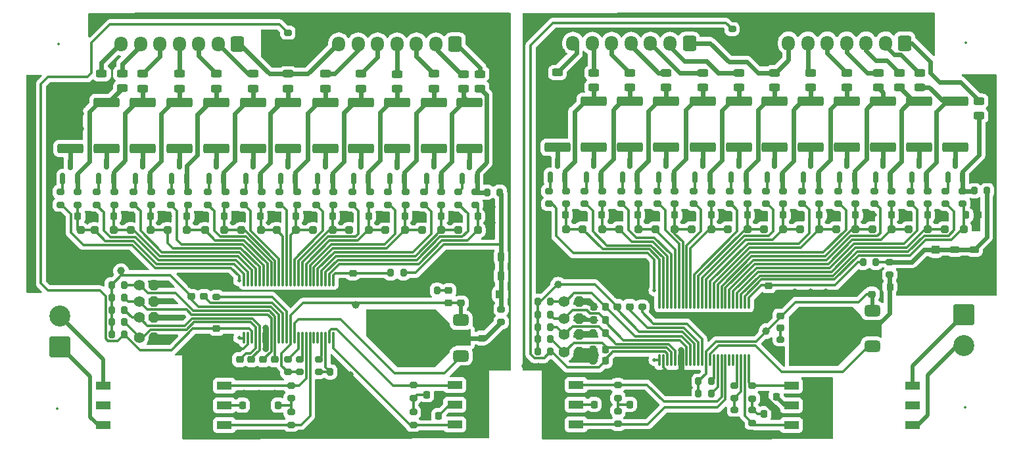
<source format=gtl>
%TF.GenerationSoftware,KiCad,Pcbnew,8.0.4*%
%TF.CreationDate,2024-09-13T16:34:39+09:00*%
%TF.ProjectId,LTC6811_ESP32_Slaves_V5,4c544336-3831-4315-9f45-535033325f53,rev?*%
%TF.SameCoordinates,Original*%
%TF.FileFunction,Copper,L1,Top*%
%TF.FilePolarity,Positive*%
%FSLAX46Y46*%
G04 Gerber Fmt 4.6, Leading zero omitted, Abs format (unit mm)*
G04 Created by KiCad (PCBNEW 8.0.4) date 2024-09-13 16:34:39*
%MOMM*%
%LPD*%
G01*
G04 APERTURE LIST*
G04 Aperture macros list*
%AMRoundRect*
0 Rectangle with rounded corners*
0 $1 Rounding radius*
0 $2 $3 $4 $5 $6 $7 $8 $9 X,Y pos of 4 corners*
0 Add a 4 corners polygon primitive as box body*
4,1,4,$2,$3,$4,$5,$6,$7,$8,$9,$2,$3,0*
0 Add four circle primitives for the rounded corners*
1,1,$1+$1,$2,$3*
1,1,$1+$1,$4,$5*
1,1,$1+$1,$6,$7*
1,1,$1+$1,$8,$9*
0 Add four rect primitives between the rounded corners*
20,1,$1+$1,$2,$3,$4,$5,0*
20,1,$1+$1,$4,$5,$6,$7,0*
20,1,$1+$1,$6,$7,$8,$9,0*
20,1,$1+$1,$8,$9,$2,$3,0*%
G04 Aperture macros list end*
%TA.AperFunction,SMDPad,CuDef*%
%ADD10RoundRect,0.225000X0.225000X0.375000X-0.225000X0.375000X-0.225000X-0.375000X0.225000X-0.375000X0*%
%TD*%
%TA.AperFunction,SMDPad,CuDef*%
%ADD11RoundRect,0.200000X0.275000X-0.200000X0.275000X0.200000X-0.275000X0.200000X-0.275000X-0.200000X0*%
%TD*%
%TA.AperFunction,SMDPad,CuDef*%
%ADD12C,1.000000*%
%TD*%
%TA.AperFunction,SMDPad,CuDef*%
%ADD13RoundRect,0.150000X0.150000X-0.587500X0.150000X0.587500X-0.150000X0.587500X-0.150000X-0.587500X0*%
%TD*%
%TA.AperFunction,SMDPad,CuDef*%
%ADD14RoundRect,0.250000X0.250000X0.250000X-0.250000X0.250000X-0.250000X-0.250000X0.250000X-0.250000X0*%
%TD*%
%TA.AperFunction,SMDPad,CuDef*%
%ADD15RoundRect,0.243750X-0.456250X0.243750X-0.456250X-0.243750X0.456250X-0.243750X0.456250X0.243750X0*%
%TD*%
%TA.AperFunction,ComponentPad*%
%ADD16RoundRect,0.250001X-1.099999X1.099999X-1.099999X-1.099999X1.099999X-1.099999X1.099999X1.099999X0*%
%TD*%
%TA.AperFunction,ComponentPad*%
%ADD17C,2.700000*%
%TD*%
%TA.AperFunction,SMDPad,CuDef*%
%ADD18RoundRect,0.225000X-0.225000X-0.250000X0.225000X-0.250000X0.225000X0.250000X-0.225000X0.250000X0*%
%TD*%
%TA.AperFunction,ComponentPad*%
%ADD19C,1.400000*%
%TD*%
%TA.AperFunction,ComponentPad*%
%ADD20O,1.400000X1.400000*%
%TD*%
%TA.AperFunction,SMDPad,CuDef*%
%ADD21RoundRect,0.250000X-1.425000X0.362500X-1.425000X-0.362500X1.425000X-0.362500X1.425000X0.362500X0*%
%TD*%
%TA.AperFunction,ComponentPad*%
%ADD22O,1.700000X1.950000*%
%TD*%
%TA.AperFunction,ComponentPad*%
%ADD23RoundRect,0.250000X0.600000X0.725000X-0.600000X0.725000X-0.600000X-0.725000X0.600000X-0.725000X0*%
%TD*%
%TA.AperFunction,SMDPad,CuDef*%
%ADD24RoundRect,0.200000X-0.200000X-0.275000X0.200000X-0.275000X0.200000X0.275000X-0.200000X0.275000X0*%
%TD*%
%TA.AperFunction,SMDPad,CuDef*%
%ADD25RoundRect,0.225000X0.225000X0.250000X-0.225000X0.250000X-0.225000X-0.250000X0.225000X-0.250000X0*%
%TD*%
%TA.AperFunction,SMDPad,CuDef*%
%ADD26RoundRect,0.200000X-0.275000X0.200000X-0.275000X-0.200000X0.275000X-0.200000X0.275000X0.200000X0*%
%TD*%
%TA.AperFunction,SMDPad,CuDef*%
%ADD27RoundRect,0.200000X0.200000X0.275000X-0.200000X0.275000X-0.200000X-0.275000X0.200000X-0.275000X0*%
%TD*%
%TA.AperFunction,SMDPad,CuDef*%
%ADD28RoundRect,0.225000X-0.250000X0.225000X-0.250000X-0.225000X0.250000X-0.225000X0.250000X0.225000X0*%
%TD*%
%TA.AperFunction,SMDPad,CuDef*%
%ADD29RoundRect,0.075000X-0.075000X0.662500X-0.075000X-0.662500X0.075000X-0.662500X0.075000X0.662500X0*%
%TD*%
%TA.AperFunction,SMDPad,CuDef*%
%ADD30RoundRect,0.225000X0.250000X-0.225000X0.250000X0.225000X-0.250000X0.225000X-0.250000X-0.225000X0*%
%TD*%
%TA.AperFunction,SMDPad,CuDef*%
%ADD31RoundRect,0.225000X-0.375000X0.225000X-0.375000X-0.225000X0.375000X-0.225000X0.375000X0.225000X0*%
%TD*%
%TA.AperFunction,SMDPad,CuDef*%
%ADD32RoundRect,0.250000X0.300000X0.300000X-0.300000X0.300000X-0.300000X-0.300000X0.300000X-0.300000X0*%
%TD*%
%TA.AperFunction,SMDPad,CuDef*%
%ADD33RoundRect,0.218750X-0.256250X0.218750X-0.256250X-0.218750X0.256250X-0.218750X0.256250X0.218750X0*%
%TD*%
%TA.AperFunction,SMDPad,CuDef*%
%ADD34RoundRect,0.250000X-0.300000X0.300000X-0.300000X-0.300000X0.300000X-0.300000X0.300000X0.300000X0*%
%TD*%
%TA.AperFunction,SMDPad,CuDef*%
%ADD35RoundRect,0.218750X0.256250X-0.218750X0.256250X0.218750X-0.256250X0.218750X-0.256250X-0.218750X0*%
%TD*%
%TA.AperFunction,ComponentPad*%
%ADD36RoundRect,0.250001X1.099999X-1.099999X1.099999X1.099999X-1.099999X1.099999X-1.099999X-1.099999X0*%
%TD*%
%TA.AperFunction,SMDPad,CuDef*%
%ADD37R,1.950000X1.020000*%
%TD*%
%TA.AperFunction,SMDPad,CuDef*%
%ADD38RoundRect,0.375000X0.625000X0.375000X-0.625000X0.375000X-0.625000X-0.375000X0.625000X-0.375000X0*%
%TD*%
%TA.AperFunction,SMDPad,CuDef*%
%ADD39RoundRect,0.500000X0.500000X1.400000X-0.500000X1.400000X-0.500000X-1.400000X0.500000X-1.400000X0*%
%TD*%
%TA.AperFunction,ViaPad*%
%ADD40C,0.800000*%
%TD*%
%TA.AperFunction,ViaPad*%
%ADD41C,0.500000*%
%TD*%
%TA.AperFunction,Conductor*%
%ADD42C,0.300000*%
%TD*%
%TA.AperFunction,Conductor*%
%ADD43C,0.500000*%
%TD*%
%TA.AperFunction,Conductor*%
%ADD44C,0.800000*%
%TD*%
%TA.AperFunction,Conductor*%
%ADD45C,1.000000*%
%TD*%
%TA.AperFunction,Conductor*%
%ADD46C,0.600000*%
%TD*%
%TA.AperFunction,Conductor*%
%ADD47C,0.200000*%
%TD*%
%ADD48C,0.350000*%
%ADD49C,0.300000*%
G04 APERTURE END LIST*
D10*
%TO.P,D39,1,K*%
%TO.N,/LTC6811_3/BAT+*%
X296150000Y-148900000D03*
%TO.P,D39,2,A*%
%TO.N,GND_PACK*%
X292850000Y-148900000D03*
%TD*%
D11*
%TO.P,R189,1*%
%TO.N,/LTC6811_3/cell2/S*%
X244050000Y-139754428D03*
%TO.P,R189,2*%
%TO.N,Net-(Q38-G)*%
X244050000Y-138104428D03*
%TD*%
D12*
%TO.P,TP7,1,1*%
%TO.N,/LTC6811_3/Vreg*%
X277400000Y-152700000D03*
%TD*%
D13*
%TO.P,Q36,1,G*%
%TO.N,Net-(Q36-G)*%
X253750000Y-136366928D03*
%TO.P,Q36,2,S*%
%TO.N,/LTC6811_3/cell4/C+*%
X255650000Y-136366928D03*
%TO.P,Q36,3,D*%
%TO.N,Net-(Q36-D)*%
X254700000Y-134491928D03*
%TD*%
D14*
%TO.P,D43,1,K*%
%TO.N,/LTC6811_3/cell11/C*%
X288450000Y-143041928D03*
%TO.P,D43,2,A*%
%TO.N,/LTC6811_3/cell10/C*%
X285950000Y-143041928D03*
%TD*%
D13*
%TO.P,Q50,1,G*%
%TO.N,Net-(Q50-G)*%
X311800000Y-136237500D03*
%TO.P,Q50,2,S*%
%TO.N,/LTC6811_4/cell3/C+*%
X313700000Y-136237500D03*
%TO.P,Q50,3,D*%
%TO.N,Net-(Q50-D)*%
X312750000Y-134362500D03*
%TD*%
D15*
%TO.P,F51,1*%
%TO.N,/LTC6811_4/C1*%
X308100000Y-122762500D03*
%TO.P,F51,2*%
%TO.N,/LTC6811_4/cell1/C+*%
X308100000Y-124637500D03*
%TD*%
D16*
%TO.P,J9,1,Pin_1*%
%TO.N,Net-(J9-Pin_1)*%
X355750000Y-153950572D03*
D17*
%TO.P,J9,2,Pin_2*%
%TO.N,Net-(J9-Pin_2)*%
X355750000Y-157910572D03*
%TD*%
D18*
%TO.P,C72,1*%
%TO.N,Net-(C72-Pad1)*%
X312725000Y-165500000D03*
%TO.P,C72,2*%
%TO.N,GND_PACK*%
X314275000Y-165500000D03*
%TD*%
D13*
%TO.P,Q39,1,G*%
%TO.N,Net-(Q39-G)*%
X239700000Y-136379428D03*
%TO.P,Q39,2,S*%
%TO.N,/LTC6811_3/cell1/C+*%
X241600000Y-136379428D03*
%TO.P,Q39,3,D*%
%TO.N,Net-(Q39-D)*%
X240650000Y-134504428D03*
%TD*%
D11*
%TO.P,R225,1*%
%TO.N,/LTC6811_4/cell7/S*%
X330250000Y-139625000D03*
%TO.P,R225,2*%
%TO.N,Net-(Q46-G)*%
X330250000Y-137975000D03*
%TD*%
D18*
%TO.P,C132,1*%
%TO.N,/LTC6811_4/cell10/CM*%
X341800000Y-141100000D03*
%TO.P,C132,2*%
%TO.N,GND_PACK*%
X343350000Y-141100000D03*
%TD*%
D19*
%TO.P,TH19,1*%
%TO.N,/LTC6811_4/T4*%
X304295000Y-154400000D03*
D20*
%TO.P,TH19,2*%
%TO.N,GND_PACK*%
X306195000Y-154400000D03*
%TD*%
D21*
%TO.P,R211,1*%
%TO.N,/LTC6811_4/cell10/C+*%
X350000000Y-126437500D03*
%TO.P,R211,2*%
%TO.N,Net-(Q42-D)*%
X350000000Y-132362500D03*
%TD*%
D22*
%TO.P,J15,0,Pin_1*%
%TO.N,/LTC6811_3/C1_G*%
X247200000Y-119041928D03*
%TO.P,J15,1,Pin_2*%
%TO.N,/LTC6811_3/C1*%
X249700000Y-119041928D03*
%TO.P,J15,2,Pin_3*%
%TO.N,/LTC6811_3/C2*%
X252200000Y-119041928D03*
%TO.P,J15,3,Pin_4*%
%TO.N,/LTC6811_3/C3*%
X254700000Y-119041928D03*
%TO.P,J15,4,Pin_5*%
%TO.N,/LTC6811_3/C4*%
X257200000Y-119041928D03*
%TO.P,J15,5,Pin_6*%
%TO.N,/LTC6811_3/C5*%
X259700000Y-119041928D03*
D23*
%TO.P,J15,6,Pin_7*%
%TO.N,/LTC6811_3/C6*%
X262200000Y-119041928D03*
%TD*%
D22*
%TO.P,J14,0,Pin_1*%
%TO.N,/LTC6811_3/C6*%
X275250000Y-119041928D03*
%TO.P,J14,1,Pin_2*%
%TO.N,/LTC6811_3/C7*%
X277750000Y-119041928D03*
%TO.P,J14,2,Pin_3*%
%TO.N,/LTC6811_3/C8*%
X280250000Y-119041928D03*
%TO.P,J14,3,Pin_4*%
%TO.N,/LTC6811_3/C9*%
X282750000Y-119041928D03*
%TO.P,J14,4,Pin_5*%
%TO.N,/LTC6811_3/C10*%
X285250000Y-119041928D03*
%TO.P,J14,5,Pin_6*%
%TO.N,/LTC6811_3/C11*%
X287750000Y-119041928D03*
D23*
%TO.P,J14,6,Pin_7*%
%TO.N,/LTC6811_3/C12*%
X290250000Y-119041928D03*
%TD*%
D13*
%TO.P,Q46,1,G*%
%TO.N,Net-(Q46-G)*%
X330450000Y-136237500D03*
%TO.P,Q46,2,S*%
%TO.N,/LTC6811_4/cell7/C+*%
X332350000Y-136237500D03*
%TO.P,Q46,3,D*%
%TO.N,Net-(Q46-D)*%
X331400000Y-134362500D03*
%TD*%
D11*
%TO.P,R170,1*%
%TO.N,/LTC6811_3/cell8/C*%
X274550000Y-139754428D03*
%TO.P,R170,2*%
%TO.N,/LTC6811_3/cell8/C+*%
X274550000Y-138104428D03*
%TD*%
D24*
%TO.P,R18,1*%
%TO.N,/LTC6811_4/Vref2*%
X300875000Y-158700000D03*
%TO.P,R18,2*%
%TO.N,/LTC6811_4/T1*%
X302525000Y-158700000D03*
%TD*%
D11*
%TO.P,R210,1*%
%TO.N,/LTC6811_4/cell12/S*%
X353350000Y-139625000D03*
%TO.P,R210,2*%
%TO.N,Net-(Q41-G)*%
X353350000Y-137975000D03*
%TD*%
D13*
%TO.P,Q51,1,G*%
%TO.N,Net-(Q51-G)*%
X307125000Y-136237500D03*
%TO.P,Q51,2,S*%
%TO.N,/LTC6811_4/cell2/C+*%
X309025000Y-136237500D03*
%TO.P,Q51,3,D*%
%TO.N,Net-(Q51-D)*%
X308075000Y-134362500D03*
%TD*%
D14*
%TO.P,D68,1,K*%
%TO.N,/LTC6811_4/cell2/C*%
X309175000Y-142900000D03*
%TO.P,D68,2,A*%
%TO.N,/LTC6811_4/cell1/C*%
X306675000Y-142900000D03*
%TD*%
D13*
%TO.P,Q29,1,G*%
%TO.N,Net-(Q29-G)*%
X286550000Y-136366928D03*
%TO.P,Q29,2,S*%
%TO.N,/LTC6811_3/cell11/C+*%
X288450000Y-136366928D03*
%TO.P,Q29,3,D*%
%TO.N,Net-(Q29-D)*%
X287500000Y-134491928D03*
%TD*%
D11*
%TO.P,R26,1*%
%TO.N,/LTC6811_4/IMB*%
X328500000Y-167883072D03*
%TO.P,R26,2*%
%TO.N,Net-(C46-Pad2)*%
X328500000Y-166233072D03*
%TD*%
D25*
%TO.P,C18,1*%
%TO.N,/LTC6811_4/T3*%
X309570000Y-156300000D03*
%TO.P,C18,2*%
%TO.N,GND_PACK*%
X308020000Y-156300000D03*
%TD*%
D26*
%TO.P,R52,1*%
%TO.N,Net-(C72-Pad1)*%
X311200000Y-166375000D03*
%TO.P,R52,2*%
%TO.N,/LTC6811_4/IPA*%
X311200000Y-168025000D03*
%TD*%
D15*
%TO.P,F31,1*%
%TO.N,/LTC6811_3/C8*%
X278100000Y-122891928D03*
%TO.P,F31,2*%
%TO.N,/LTC6811_3/cell8/C+*%
X278100000Y-124766928D03*
%TD*%
D18*
%TO.P,C107,1*%
%TO.N,/LTC6811_3/cell8/C*%
X274450000Y-141241928D03*
%TO.P,C107,2*%
%TO.N,GND_PACK*%
X276000000Y-141241928D03*
%TD*%
D11*
%TO.P,R233,1*%
%TO.N,/LTC6811_4/cell4/C*%
X318525000Y-139625000D03*
%TO.P,R233,2*%
%TO.N,/LTC6811_4/cell4/C+*%
X318525000Y-137975000D03*
%TD*%
D27*
%TO.P,R19,1*%
%TO.N,/LTC6811_4/T2*%
X302525000Y-157100000D03*
%TO.P,R19,2*%
%TO.N,/LTC6811_4/Vref2*%
X300875000Y-157100000D03*
%TD*%
D21*
%TO.P,R172,1*%
%TO.N,/LTC6811_3/cell6/C+*%
X268700000Y-126566928D03*
%TO.P,R172,2*%
%TO.N,Net-(Q33-D)*%
X268700000Y-132491928D03*
%TD*%
D25*
%TO.P,C17,1*%
%TO.N,/LTC6811_4/T2*%
X309570000Y-158400000D03*
%TO.P,C17,2*%
%TO.N,GND_PACK*%
X308020000Y-158400000D03*
%TD*%
D14*
%TO.P,D50,1,K*%
%TO.N,/LTC6811_3/cell4/C*%
X255700000Y-143029428D03*
%TO.P,D50,2,A*%
%TO.N,/LTC6811_3/cell3/C*%
X253200000Y-143029428D03*
%TD*%
D11*
%TO.P,R234,1*%
%TO.N,/LTC6811_4/cell4/S*%
X316300000Y-139625000D03*
%TO.P,R234,2*%
%TO.N,Net-(Q49-G)*%
X316300000Y-137975000D03*
%TD*%
D28*
%TO.P,C89,1*%
%TO.N,Net-(U13-V+)*%
X277050000Y-148566928D03*
%TO.P,C89,2*%
%TO.N,GND_PACK*%
X277050000Y-150116928D03*
%TD*%
D13*
%TO.P,Q42,1,G*%
%TO.N,Net-(Q42-G)*%
X349050000Y-136237500D03*
%TO.P,Q42,2,S*%
%TO.N,/LTC6811_4/cell11/C+*%
X350950000Y-136237500D03*
%TO.P,Q42,3,D*%
%TO.N,Net-(Q42-D)*%
X350000000Y-134362500D03*
%TD*%
D18*
%TO.P,C105,1*%
%TO.N,/LTC6811_3/cell10/C*%
X283775000Y-141241928D03*
%TO.P,C105,2*%
%TO.N,GND_PACK*%
X285325000Y-141241928D03*
%TD*%
D29*
%TO.P,U13,1,V+*%
%TO.N,Net-(U13-V+)*%
X274550000Y-149487500D03*
%TO.P,U13,2,C12*%
%TO.N,/LTC6811_3/cell12/C*%
X274050000Y-149487500D03*
%TO.P,U13,3,S12*%
%TO.N,/LTC6811_3/cell12/S*%
X273550000Y-149487500D03*
%TO.P,U13,4,C11*%
%TO.N,/LTC6811_3/cell11/C*%
X273050000Y-149487500D03*
%TO.P,U13,5,S11*%
%TO.N,/LTC6811_3/cell11/S*%
X272550000Y-149487500D03*
%TO.P,U13,6,C10*%
%TO.N,/LTC6811_3/cell10/C*%
X272050000Y-149487500D03*
%TO.P,U13,7,S10*%
%TO.N,/LTC6811_3/cell10/S*%
X271550000Y-149487500D03*
%TO.P,U13,8,C9*%
%TO.N,/LTC6811_3/cell10/CM*%
X271050000Y-149487500D03*
%TO.P,U13,9,S9*%
%TO.N,/LTC6811_3/cell9/S*%
X270550000Y-149487500D03*
%TO.P,U13,10,C8*%
%TO.N,/LTC6811_3/cell8/C*%
X270050000Y-149487500D03*
%TO.P,U13,11,S8*%
%TO.N,/LTC6811_3/cell8/S*%
X269550000Y-149487500D03*
%TO.P,U13,12,C7*%
%TO.N,/LTC6811_3/cell7/C*%
X269050000Y-149487500D03*
%TO.P,U13,13,S7*%
%TO.N,/LTC6811_3/cell7/S*%
X268550000Y-149487500D03*
%TO.P,U13,14,C6*%
%TO.N,/LTC6811_3/cell6/C*%
X268050000Y-149487500D03*
%TO.P,U13,15,S6*%
%TO.N,/LTC6811_3/cell6/S*%
X267550000Y-149487500D03*
%TO.P,U13,16,C5*%
%TO.N,/LTC6811_3/cell5/C*%
X267050000Y-149487500D03*
%TO.P,U13,17,S5*%
%TO.N,/LTC6811_3/cell5/S*%
X266550000Y-149487500D03*
%TO.P,U13,18,C4*%
%TO.N,/LTC6811_3/cell4/C*%
X266050000Y-149487500D03*
%TO.P,U13,19,S4*%
%TO.N,/LTC6811_3/cell4/S*%
X265550000Y-149487500D03*
%TO.P,U13,20,C3*%
%TO.N,/LTC6811_3/cell3/C*%
X265050000Y-149487500D03*
%TO.P,U13,21,S3*%
%TO.N,/LTC6811_3/cell3/S*%
X264550000Y-149487500D03*
%TO.P,U13,22,C2*%
%TO.N,/LTC6811_3/cell2/C*%
X264050000Y-149487500D03*
%TO.P,U13,23,S2*%
%TO.N,/LTC6811_3/cell2/S*%
X263550000Y-149487500D03*
%TO.P,U13,24,C1*%
%TO.N,/LTC6811_3/cell1/C*%
X263050000Y-149487500D03*
%TO.P,U13,25,S1*%
%TO.N,/LTC6811_3/cell1/S*%
X263050000Y-156912500D03*
%TO.P,U13,26,C0*%
%TO.N,GND_PACK*%
X263550000Y-156912500D03*
%TO.P,U13,27,GPIO1*%
%TO.N,/LTC6811_3/T1*%
X264050000Y-156912500D03*
%TO.P,U13,28,GPIO2*%
%TO.N,/LTC6811_3/T2*%
X264550000Y-156912500D03*
%TO.P,U13,29,GPIO3*%
%TO.N,/LTC6811_3/T3*%
X265050000Y-156912500D03*
%TO.P,U13,30,V-\u002A\u002A*%
%TO.N,GND_PACK*%
X265550000Y-156912500D03*
%TO.P,U13,31,V-*%
X266050000Y-156912500D03*
%TO.P,U13,32,GPIO4*%
%TO.N,/LTC6811_3/T4*%
X266550000Y-156912500D03*
%TO.P,U13,33,GPIO5*%
%TO.N,/LTC6811_3/T5*%
X267050000Y-156912500D03*
%TO.P,U13,34,Vref2*%
%TO.N,/LTC6811_3/Vref2*%
X267550000Y-156912500D03*
%TO.P,U13,35,Vref1*%
%TO.N,Net-(U13-Vref1)*%
X268050000Y-156912500D03*
%TO.P,U13,36,DTEN*%
%TO.N,Net-(U13-DTEN)*%
X268550000Y-156912500D03*
%TO.P,U13,37,Vreg*%
%TO.N,/LTC6811_3/Vreg*%
X269050000Y-156912500D03*
%TO.P,U13,38,DRIVE*%
%TO.N,/LTC6811_3/DRIVE*%
X269550000Y-156912500D03*
%TO.P,U13,39,WDT*%
%TO.N,Net-(U13-WDT)*%
X270050000Y-156912500D03*
%TO.P,U13,40,ISOMD*%
%TO.N,Net-(U13-ISOMD)*%
X270550000Y-156912500D03*
%TO.P,U13,41,IMA*%
%TO.N,/LTC6811_3/IMA*%
X271050000Y-156912500D03*
%TO.P,U13,42,IPA*%
%TO.N,/LTC6811_3/IPA*%
X271550000Y-156912500D03*
%TO.P,U13,43,SDI*%
%TO.N,unconnected-(U13-SDI-Pad43)*%
X272050000Y-156912500D03*
%TO.P,U13,44,SDO*%
%TO.N,unconnected-(U13-SDO-Pad44)*%
X272550000Y-156912500D03*
%TO.P,U13,45,IBIAS*%
%TO.N,Net-(U13-IBIAS)*%
X273050000Y-156912500D03*
%TO.P,U13,46,ICMP*%
%TO.N,Net-(U13-ICMP)*%
X273550000Y-156912500D03*
%TO.P,U13,47,IMB*%
%TO.N,/LTC6811_3/IMB*%
X274050000Y-156912500D03*
%TO.P,U13,48,IPB*%
%TO.N,/LTC6811_3/IPB*%
X274550000Y-156912500D03*
%TD*%
D30*
%TO.P,C116,1*%
%TO.N,/LTC6811_4/Vref2*%
X311100000Y-152875000D03*
%TO.P,C116,2*%
%TO.N,GND_PACK*%
X311100000Y-151325000D03*
%TD*%
D14*
%TO.P,D69,1,K*%
%TO.N,/LTC6811_4/cell1/C*%
X304525000Y-142900000D03*
%TO.P,D69,2,A*%
%TO.N,GND_PACK*%
X302025000Y-142900000D03*
%TD*%
D21*
%TO.P,R229,1*%
%TO.N,/LTC6811_4/cell4/C+*%
X322100000Y-126437500D03*
%TO.P,R229,2*%
%TO.N,Net-(Q48-D)*%
X322100000Y-132362500D03*
%TD*%
D31*
%TO.P,D55,1,K*%
%TO.N,/LTC6811_4/BAT+*%
X354600000Y-145508072D03*
%TO.P,D55,2,A*%
%TO.N,GND_PACK*%
X354600000Y-148808072D03*
%TD*%
D21*
%TO.P,R184,1*%
%TO.N,/LTC6811_3/cell2/C+*%
X250000000Y-126566928D03*
%TO.P,R184,2*%
%TO.N,Net-(Q37-D)*%
X250000000Y-132491928D03*
%TD*%
D24*
%TO.P,R100,1*%
%TO.N,Net-(U13-ICMP)*%
X274150000Y-161300000D03*
%TO.P,R100,2*%
%TO.N,GND_PACK*%
X275800000Y-161300000D03*
%TD*%
D11*
%TO.P,R186,1*%
%TO.N,/LTC6811_3/cell3/S*%
X248800000Y-139754428D03*
%TO.P,R186,2*%
%TO.N,Net-(Q37-G)*%
X248800000Y-138104428D03*
%TD*%
D26*
%TO.P,R195,1*%
%TO.N,/LTC6811_3/IMA*%
X269100000Y-163075000D03*
%TO.P,R195,2*%
%TO.N,Net-(C94-Pad1)*%
X269100000Y-164725000D03*
%TD*%
D14*
%TO.P,D62,1,K*%
%TO.N,/LTC6811_4/cell8/C*%
X337150000Y-142900000D03*
%TO.P,D62,2,A*%
%TO.N,/LTC6811_4/cell7/C*%
X334650000Y-142900000D03*
%TD*%
D32*
%TO.P,D40,1,K*%
%TO.N,/LTC6811_3/BAT+*%
X296000000Y-151300000D03*
%TO.P,D40,2,A*%
%TO.N,GND_PACK*%
X293200000Y-151300000D03*
%TD*%
D21*
%TO.P,R157,1*%
%TO.N,/LTC6811_3/cell11/C+*%
X292100000Y-126579428D03*
%TO.P,R157,2*%
%TO.N,Net-(Q28-D)*%
X292100000Y-132504428D03*
%TD*%
D18*
%TO.P,C114,1*%
%TO.N,/LTC6811_3/cell1/C*%
X241650000Y-141241928D03*
%TO.P,C114,2*%
%TO.N,GND_PACK*%
X243200000Y-141241928D03*
%TD*%
D11*
%TO.P,R168,1*%
%TO.N,/LTC6811_3/cell9/S*%
X277000000Y-139754428D03*
%TO.P,R168,2*%
%TO.N,Net-(Q31-G)*%
X277000000Y-138104428D03*
%TD*%
D15*
%TO.P,F50,1*%
%TO.N,/LTC6811_4/C2*%
X312750000Y-122762500D03*
%TO.P,F50,2*%
%TO.N,/LTC6811_4/cell2/C+*%
X312750000Y-124637500D03*
%TD*%
D21*
%TO.P,R241,1*%
%TO.N,GND_PACK*%
X303425000Y-126437500D03*
%TO.P,R241,2*%
%TO.N,Net-(Q52-D)*%
X303425000Y-132362500D03*
%TD*%
D11*
%TO.P,R25,1*%
%TO.N,Net-(C46-Pad2)*%
X328500000Y-164750000D03*
%TO.P,R25,2*%
%TO.N,/LTC6811_4/IPB*%
X328500000Y-163100000D03*
%TD*%
D14*
%TO.P,D45,1,K*%
%TO.N,/LTC6811_3/cell10/CM*%
X279100000Y-143029428D03*
%TO.P,D45,2,A*%
%TO.N,/LTC6811_3/cell8/C*%
X276600000Y-143029428D03*
%TD*%
D26*
%TO.P,R93,1*%
%TO.N,Net-(U14-IBIAS)*%
X326200000Y-163075000D03*
%TO.P,R93,2*%
%TO.N,Net-(U14-ICMP)*%
X326200000Y-164725000D03*
%TD*%
D15*
%TO.P,F40,1*%
%TO.N,/LTC6811_4/C12*%
X357700000Y-126420572D03*
%TO.P,F40,2*%
%TO.N,/LTC6811_4/cell12/C+*%
X357700000Y-128295572D03*
%TD*%
D33*
%TO.P,D41,1,K*%
%TO.N,Net-(D41-K)*%
X289400000Y-150825000D03*
%TO.P,D41,2,A*%
%TO.N,/LTC6811_3/Vreg*%
X289400000Y-152400000D03*
%TD*%
D30*
%TO.P,C117,1*%
%TO.N,Net-(U14-Vref1)*%
X312700000Y-152875000D03*
%TO.P,C117,2*%
%TO.N,GND_PACK*%
X312700000Y-151325000D03*
%TD*%
D11*
%TO.P,R212,1*%
%TO.N,/LTC6811_4/cell11/C*%
X351100000Y-139625000D03*
%TO.P,R212,2*%
%TO.N,/LTC6811_4/cell11/C+*%
X351100000Y-137975000D03*
%TD*%
D18*
%TO.P,C113,1*%
%TO.N,/LTC6811_3/cell2/C*%
X246300000Y-141241928D03*
%TO.P,C113,2*%
%TO.N,GND_PACK*%
X247850000Y-141241928D03*
%TD*%
D19*
%TO.P,TH20,1*%
%TO.N,/LTC6811_4/T5*%
X304295000Y-152200000D03*
D20*
%TO.P,TH20,2*%
%TO.N,GND_PACK*%
X306195000Y-152200000D03*
%TD*%
D25*
%TO.P,C19,1*%
%TO.N,/LTC6811_4/T4*%
X309595000Y-154600000D03*
%TO.P,C19,2*%
%TO.N,GND_PACK*%
X308045000Y-154600000D03*
%TD*%
D11*
%TO.P,R209,1*%
%TO.N,/LTC6811_4/cell12/C*%
X355600000Y-139625000D03*
%TO.P,R209,2*%
%TO.N,/LTC6811_4/cell12/C+*%
X355600000Y-137975000D03*
%TD*%
D13*
%TO.P,Q33,1,G*%
%TO.N,Net-(Q33-G)*%
X267750000Y-136366928D03*
%TO.P,Q33,2,S*%
%TO.N,/LTC6811_3/cell7/C+*%
X269650000Y-136366928D03*
%TO.P,Q33,3,D*%
%TO.N,Net-(Q33-D)*%
X268700000Y-134491928D03*
%TD*%
D14*
%TO.P,D65,1,K*%
%TO.N,/LTC6811_4/cell5/C*%
X323200000Y-142900000D03*
%TO.P,D65,2,A*%
%TO.N,/LTC6811_4/cell4/C*%
X320700000Y-142900000D03*
%TD*%
D15*
%TO.P,F39,1*%
%TO.N,/LTC6811_3/C1_G*%
X244700000Y-122862500D03*
%TO.P,F39,2*%
%TO.N,GND_PACK*%
X244700000Y-124737500D03*
%TD*%
D27*
%TO.P,R16,1*%
%TO.N,/LTC6811_3/T4*%
X247625000Y-151700000D03*
%TO.P,R16,2*%
%TO.N,/LTC6811_3/Vref2*%
X245975000Y-151700000D03*
%TD*%
D14*
%TO.P,D46,1,K*%
%TO.N,/LTC6811_3/cell8/C*%
X274450000Y-143029428D03*
%TO.P,D46,2,A*%
%TO.N,/LTC6811_3/cell7/C*%
X271950000Y-143029428D03*
%TD*%
D27*
%TO.P,FB3,1*%
%TO.N,/LTC6811_3/BAT+*%
X295975000Y-138141928D03*
%TO.P,FB3,2*%
%TO.N,/LTC6811_3/cell12/C+*%
X294325000Y-138141928D03*
%TD*%
D13*
%TO.P,Q45,1,G*%
%TO.N,Net-(Q45-G)*%
X335100000Y-136237500D03*
%TO.P,Q45,2,S*%
%TO.N,/LTC6811_4/cell8/C+*%
X337000000Y-136237500D03*
%TO.P,Q45,3,D*%
%TO.N,Net-(Q45-D)*%
X336050000Y-134362500D03*
%TD*%
D11*
%TO.P,R147,1*%
%TO.N,Net-(U13-DTEN)*%
X259500000Y-151625000D03*
%TO.P,R147,2*%
%TO.N,GND_PACK*%
X259500000Y-149975000D03*
%TD*%
%TO.P,R218,1*%
%TO.N,/LTC6811_4/cell10/CM*%
X341800000Y-139625000D03*
%TO.P,R218,2*%
%TO.N,/LTC6811_4/cell10/C-*%
X341800000Y-137975000D03*
%TD*%
D26*
%TO.P,R23,1*%
%TO.N,Net-(C44-Pad1)*%
X284850000Y-166491928D03*
%TO.P,R23,2*%
%TO.N,/LTC6811_3/IPB*%
X284850000Y-168141928D03*
%TD*%
D19*
%TO.P,TH17,1*%
%TO.N,/LTC6811_4/T2*%
X304300000Y-158800000D03*
D20*
%TO.P,TH17,2*%
%TO.N,GND_PACK*%
X306200000Y-158800000D03*
%TD*%
D25*
%TO.P,C22,1*%
%TO.N,/LTC6811_4/T5*%
X309595000Y-152900000D03*
%TO.P,C22,2*%
%TO.N,GND_PACK*%
X308045000Y-152900000D03*
%TD*%
D11*
%TO.P,R180,1*%
%TO.N,/LTC6811_3/cell5/S*%
X258400000Y-139754428D03*
%TO.P,R180,2*%
%TO.N,Net-(Q35-G)*%
X258400000Y-138104428D03*
%TD*%
D34*
%TO.P,D56,1,K*%
%TO.N,/LTC6811_4/BAT+*%
X352100000Y-145558072D03*
%TO.P,D56,2,A*%
%TO.N,GND_PACK*%
X352100000Y-148358072D03*
%TD*%
D14*
%TO.P,D58,1,K*%
%TO.N,/LTC6811_4/cell12/C*%
X355750000Y-142900000D03*
%TO.P,D58,2,A*%
%TO.N,/LTC6811_4/cell11/C*%
X353250000Y-142900000D03*
%TD*%
D11*
%TO.P,R161,1*%
%TO.N,/LTC6811_3/cell11/C*%
X288450000Y-139766928D03*
%TO.P,R161,2*%
%TO.N,/LTC6811_3/cell11/C+*%
X288450000Y-138116928D03*
%TD*%
D12*
%TO.P,TP10,1,1*%
%TO.N,/LTC6811_4/Vref2*%
X303500000Y-150050000D03*
%TD*%
D21*
%TO.P,R169,1*%
%TO.N,/LTC6811_3/cell7/C+*%
X273500000Y-126566928D03*
%TO.P,R169,2*%
%TO.N,Net-(Q32-D)*%
X273500000Y-132491928D03*
%TD*%
D22*
%TO.P,J17,0,Pin_1*%
%TO.N,/LTC6811_4/C1_G*%
X305400000Y-118958072D03*
%TO.P,J17,1,Pin_2*%
%TO.N,/LTC6811_4/C1*%
X307900000Y-118958072D03*
%TO.P,J17,2,Pin_3*%
%TO.N,/LTC6811_4/C2*%
X310400000Y-118958072D03*
%TO.P,J17,3,Pin_4*%
%TO.N,/LTC6811_4/C3*%
X312900000Y-118958072D03*
%TO.P,J17,4,Pin_5*%
%TO.N,/LTC6811_4/C4*%
X315400000Y-118958072D03*
%TO.P,J17,5,Pin_6*%
%TO.N,/LTC6811_4/C5*%
X317900000Y-118958072D03*
D23*
%TO.P,J17,6,Pin_7*%
%TO.N,/LTC6811_4/C6*%
X320400000Y-118958072D03*
%TD*%
D30*
%TO.P,C90,1*%
%TO.N,/LTC6811_3/Vref2*%
X256300000Y-151575000D03*
%TO.P,C90,2*%
%TO.N,GND_PACK*%
X256300000Y-150025000D03*
%TD*%
D21*
%TO.P,R217,1*%
%TO.N,/LTC6811_4/cell8/C+*%
X340700000Y-126437500D03*
%TO.P,R217,2*%
%TO.N,Net-(Q44-D)*%
X340700000Y-132362500D03*
%TD*%
%TO.P,R181,1*%
%TO.N,/LTC6811_3/cell3/C+*%
X254700000Y-126566928D03*
%TO.P,R181,2*%
%TO.N,Net-(Q36-D)*%
X254700000Y-132491928D03*
%TD*%
D14*
%TO.P,D61,1,K*%
%TO.N,/LTC6811_4/cell10/CM*%
X341800000Y-142900000D03*
%TO.P,D61,2,A*%
%TO.N,/LTC6811_4/cell8/C*%
X339300000Y-142900000D03*
%TD*%
D11*
%TO.P,R191,1*%
%TO.N,/LTC6811_3/cell1/C*%
X241650000Y-139766928D03*
%TO.P,R191,2*%
%TO.N,/LTC6811_3/cell1/C+*%
X241650000Y-138116928D03*
%TD*%
D26*
%TO.P,TH16,1*%
%TO.N,/LTC6811_4/T1*%
X325900000Y-117133072D03*
%TO.P,TH16,2*%
%TO.N,GND_PACK*%
X325900000Y-118783072D03*
%TD*%
D13*
%TO.P,Q38,1,G*%
%TO.N,Net-(Q38-G)*%
X244350000Y-136366928D03*
%TO.P,Q38,2,S*%
%TO.N,/LTC6811_3/cell2/C+*%
X246250000Y-136366928D03*
%TO.P,Q38,3,D*%
%TO.N,Net-(Q38-D)*%
X245300000Y-134491928D03*
%TD*%
D14*
%TO.P,D44,1,K*%
%TO.N,/LTC6811_3/cell10/C*%
X283775000Y-143041928D03*
%TO.P,D44,2,A*%
%TO.N,/LTC6811_3/cell10/CM*%
X281275000Y-143041928D03*
%TD*%
D18*
%TO.P,C136,1*%
%TO.N,/LTC6811_4/cell5/C*%
X323200000Y-141100000D03*
%TO.P,C136,2*%
%TO.N,GND_PACK*%
X324750000Y-141100000D03*
%TD*%
D27*
%TO.P,R150,1*%
%TO.N,Net-(D41-K)*%
X287925000Y-150800000D03*
%TO.P,R150,2*%
%TO.N,GND_PACK*%
X286275000Y-150800000D03*
%TD*%
D14*
%TO.P,D47,1,K*%
%TO.N,/LTC6811_3/cell7/C*%
X269750000Y-143029428D03*
%TO.P,D47,2,A*%
%TO.N,/LTC6811_3/cell6/C*%
X267250000Y-143029428D03*
%TD*%
D13*
%TO.P,Q41,1,G*%
%TO.N,Net-(Q41-G)*%
X353700000Y-136237500D03*
%TO.P,Q41,2,S*%
%TO.N,/LTC6811_4/cell12/C+*%
X355600000Y-136237500D03*
%TO.P,Q41,3,D*%
%TO.N,Net-(Q41-D)*%
X354650000Y-134362500D03*
%TD*%
D18*
%TO.P,C76,1*%
%TO.N,Net-(C76-Pad1)*%
X308125000Y-165500000D03*
%TO.P,C76,2*%
%TO.N,GND_PACK*%
X309675000Y-165500000D03*
%TD*%
D27*
%TO.P,R143,1*%
%TO.N,/LTC6811_3/BAT+*%
X283575000Y-148541928D03*
%TO.P,R143,2*%
%TO.N,Net-(U13-V+)*%
X281925000Y-148541928D03*
%TD*%
D28*
%TO.P,C93,1*%
%TO.N,Net-(C93-Pad1)*%
X293650000Y-156941928D03*
%TO.P,C93,2*%
%TO.N,GND_PACK*%
X293650000Y-158491928D03*
%TD*%
D21*
%TO.P,R238,1*%
%TO.N,/LTC6811_4/cell1/C+*%
X308075000Y-126437500D03*
%TO.P,R238,2*%
%TO.N,Net-(Q51-D)*%
X308075000Y-132362500D03*
%TD*%
D18*
%TO.P,C103,1*%
%TO.N,/LTC6811_3/cell12/C*%
X293150000Y-141241928D03*
%TO.P,C103,2*%
%TO.N,GND_PACK*%
X294700000Y-141241928D03*
%TD*%
D11*
%TO.P,R227,1*%
%TO.N,/LTC6811_4/cell6/C*%
X327850000Y-139625000D03*
%TO.P,R227,2*%
%TO.N,/LTC6811_4/cell6/C+*%
X327850000Y-137975000D03*
%TD*%
D14*
%TO.P,D53,1,K*%
%TO.N,/LTC6811_3/cell1/C*%
X242000000Y-143041928D03*
%TO.P,D53,2,A*%
%TO.N,GND_PACK*%
X239500000Y-143041928D03*
%TD*%
D11*
%TO.P,R165,1*%
%TO.N,/LTC6811_3/cell10/S*%
X281550000Y-139766928D03*
%TO.P,R165,2*%
%TO.N,Net-(Q30-G)*%
X281550000Y-138116928D03*
%TD*%
D18*
%TO.P,C134,1*%
%TO.N,/LTC6811_4/cell7/C*%
X332500000Y-141100000D03*
%TO.P,C134,2*%
%TO.N,GND_PACK*%
X334050000Y-141100000D03*
%TD*%
D26*
%TO.P,R146,1*%
%TO.N,Net-(U13-WDT)*%
X268700000Y-159675000D03*
%TO.P,R146,2*%
%TO.N,/LTC6811_3/Vreg*%
X268700000Y-161325000D03*
%TD*%
%TO.P,R24,1*%
%TO.N,/LTC6811_3/IMB*%
X284850000Y-163016928D03*
%TO.P,R24,2*%
%TO.N,Net-(C44-Pad1)*%
X284850000Y-164666928D03*
%TD*%
D14*
%TO.P,D60,1,K*%
%TO.N,/LTC6811_4/cell10/C*%
X346450000Y-142900000D03*
%TO.P,D60,2,A*%
%TO.N,/LTC6811_4/cell10/CM*%
X343950000Y-142900000D03*
%TD*%
D26*
%TO.P,R193,1*%
%TO.N,/LTC6811_4/BAT+*%
X346200000Y-147133072D03*
%TO.P,R193,2*%
%TO.N,Net-(C119-Pad1)*%
X346200000Y-148783072D03*
%TD*%
D35*
%TO.P,D57,1,K*%
%TO.N,Net-(D57-K)*%
X332100000Y-155645572D03*
%TO.P,D57,2,A*%
%TO.N,/LTC6811_4/Vreg*%
X332100000Y-154070572D03*
%TD*%
D11*
%TO.P,R185,1*%
%TO.N,/LTC6811_3/cell3/C*%
X251100000Y-139754428D03*
%TO.P,R185,2*%
%TO.N,/LTC6811_3/cell3/C+*%
X251100000Y-138104428D03*
%TD*%
D15*
%TO.P,F38,1*%
%TO.N,/LTC6811_3/C1*%
X247400000Y-122862500D03*
%TO.P,F38,2*%
%TO.N,/LTC6811_3/cell1/C+*%
X247400000Y-124737500D03*
%TD*%
D12*
%TO.P,TP8,1,1*%
%TO.N,/LTC6811_3/Vref2*%
X247200000Y-148300000D03*
%TD*%
D15*
%TO.P,F49,1*%
%TO.N,/LTC6811_4/C3*%
X317425000Y-122762500D03*
%TO.P,F49,2*%
%TO.N,/LTC6811_4/cell3/C+*%
X317425000Y-124637500D03*
%TD*%
D11*
%TO.P,R231,1*%
%TO.N,/LTC6811_4/cell5/S*%
X320950000Y-139625000D03*
%TO.P,R231,2*%
%TO.N,Net-(Q48-G)*%
X320950000Y-137975000D03*
%TD*%
D27*
%TO.P,R17,1*%
%TO.N,/LTC6811_3/T5*%
X247625000Y-150100000D03*
%TO.P,R17,2*%
%TO.N,/LTC6811_3/Vref2*%
X245975000Y-150100000D03*
%TD*%
D21*
%TO.P,R226,1*%
%TO.N,/LTC6811_4/cell5/C+*%
X326750000Y-126437500D03*
%TO.P,R226,2*%
%TO.N,Net-(Q47-D)*%
X326750000Y-132362500D03*
%TD*%
D15*
%TO.P,F44,1*%
%TO.N,/LTC6811_4/C8*%
X340700000Y-122762500D03*
%TO.P,F44,2*%
%TO.N,/LTC6811_4/cell8/C+*%
X340700000Y-124637500D03*
%TD*%
D14*
%TO.P,D64,1,K*%
%TO.N,/LTC6811_4/cell6/C*%
X327850000Y-142900000D03*
%TO.P,D64,2,A*%
%TO.N,/LTC6811_4/cell5/C*%
X325350000Y-142900000D03*
%TD*%
D25*
%TO.P,C94,1*%
%TO.N,Net-(C94-Pad1)*%
X267475000Y-165600000D03*
%TO.P,C94,2*%
%TO.N,GND_PACK*%
X265925000Y-165600000D03*
%TD*%
D15*
%TO.P,F34,1*%
%TO.N,/LTC6811_3/C5*%
X264225000Y-122891928D03*
%TO.P,F34,2*%
%TO.N,/LTC6811_3/cell5/C+*%
X264225000Y-124766928D03*
%TD*%
D13*
%TO.P,Q32,1,G*%
%TO.N,Net-(Q32-G)*%
X272550000Y-136366928D03*
%TO.P,Q32,2,S*%
%TO.N,/LTC6811_3/cell8/C+*%
X274450000Y-136366928D03*
%TO.P,Q32,3,D*%
%TO.N,Net-(Q32-D)*%
X273500000Y-134491928D03*
%TD*%
D21*
%TO.P,R163,1*%
%TO.N,/LTC6811_3/cell10/C-*%
X282750000Y-126566928D03*
%TO.P,R163,2*%
%TO.N,Net-(Q30-D)*%
X282750000Y-132491928D03*
%TD*%
D18*
%TO.P,C109,1*%
%TO.N,/LTC6811_3/cell6/C*%
X265125000Y-141241928D03*
%TO.P,C109,2*%
%TO.N,GND_PACK*%
X266675000Y-141241928D03*
%TD*%
D13*
%TO.P,Q44,1,G*%
%TO.N,Net-(Q44-G)*%
X339750000Y-136237500D03*
%TO.P,Q44,2,S*%
%TO.N,/LTC6811_4/cell10/C-*%
X341650000Y-136237500D03*
%TO.P,Q44,3,D*%
%TO.N,Net-(Q44-D)*%
X340700000Y-134362500D03*
%TD*%
D15*
%TO.P,F47,1*%
%TO.N,/LTC6811_4/C5*%
X326750000Y-122762500D03*
%TO.P,F47,2*%
%TO.N,/LTC6811_4/cell5/C+*%
X326750000Y-124637500D03*
%TD*%
D18*
%TO.P,C119,1*%
%TO.N,Net-(C119-Pad1)*%
X346225000Y-150358072D03*
%TO.P,C119,2*%
%TO.N,GND_PACK*%
X347775000Y-150358072D03*
%TD*%
D26*
%TO.P,TH11,1*%
%TO.N,/LTC6811_3/T1*%
X268700000Y-117579428D03*
%TO.P,TH11,2*%
%TO.N,GND_PACK*%
X268700000Y-119229428D03*
%TD*%
D27*
%TO.P,R15,1*%
%TO.N,/LTC6811_3/T3*%
X247625000Y-153300000D03*
%TO.P,R15,2*%
%TO.N,/LTC6811_3/Vref2*%
X245975000Y-153300000D03*
%TD*%
D15*
%TO.P,F35,1*%
%TO.N,/LTC6811_3/C4*%
X259500000Y-122891928D03*
%TO.P,F35,2*%
%TO.N,/LTC6811_3/cell4/C+*%
X259500000Y-124766928D03*
%TD*%
%TO.P,F48,1*%
%TO.N,/LTC6811_4/C4*%
X322100000Y-122762500D03*
%TO.P,F48,2*%
%TO.N,/LTC6811_4/cell4/C+*%
X322100000Y-124637500D03*
%TD*%
D11*
%TO.P,R182,1*%
%TO.N,/LTC6811_3/cell4/C*%
X255850000Y-139754428D03*
%TO.P,R182,2*%
%TO.N,/LTC6811_3/cell4/C+*%
X255850000Y-138104428D03*
%TD*%
D18*
%TO.P,C140,1*%
%TO.N,/LTC6811_4/cell1/C*%
X304425000Y-141100000D03*
%TO.P,C140,2*%
%TO.N,GND_PACK*%
X305975000Y-141100000D03*
%TD*%
D36*
%TO.P,J22,1,Pin_1*%
%TO.N,Net-(J22-Pin_1)*%
X239300000Y-158057500D03*
D17*
%TO.P,J22,2,Pin_2*%
%TO.N,Net-(J22-Pin_2)*%
X239300000Y-154097500D03*
%TD*%
D11*
%TO.P,R215,1*%
%TO.N,/LTC6811_4/cell10/C*%
X346450000Y-139625000D03*
%TO.P,R215,2*%
%TO.N,/LTC6811_4/cell10/C+*%
X346450000Y-137975000D03*
%TD*%
D15*
%TO.P,F37,1*%
%TO.N,/LTC6811_3/C2*%
X250000000Y-122891928D03*
%TO.P,F37,2*%
%TO.N,/LTC6811_3/cell2/C+*%
X250000000Y-124766928D03*
%TD*%
%TO.P,F32,1*%
%TO.N,/LTC6811_3/C7*%
X273500000Y-122891928D03*
%TO.P,F32,2*%
%TO.N,/LTC6811_3/cell7/C+*%
X273500000Y-124766928D03*
%TD*%
D11*
%TO.P,R243,1*%
%TO.N,/LTC6811_4/cell1/S*%
X302300000Y-139650000D03*
%TO.P,R243,2*%
%TO.N,Net-(Q52-G)*%
X302300000Y-138000000D03*
%TD*%
%TO.P,R239,1*%
%TO.N,/LTC6811_4/cell2/C*%
X309175000Y-139625000D03*
%TO.P,R239,2*%
%TO.N,/LTC6811_4/cell2/C+*%
X309175000Y-137975000D03*
%TD*%
D18*
%TO.P,C137,1*%
%TO.N,/LTC6811_4/cell4/C*%
X318525000Y-141100000D03*
%TO.P,C137,2*%
%TO.N,GND_PACK*%
X320075000Y-141100000D03*
%TD*%
D13*
%TO.P,Q52,1,G*%
%TO.N,Net-(Q52-G)*%
X302475000Y-136237500D03*
%TO.P,Q52,2,S*%
%TO.N,/LTC6811_4/cell1/C+*%
X304375000Y-136237500D03*
%TO.P,Q52,3,D*%
%TO.N,Net-(Q52-D)*%
X303425000Y-134362500D03*
%TD*%
D21*
%TO.P,R190,1*%
%TO.N,GND_PACK*%
X240650000Y-126579428D03*
%TO.P,R190,2*%
%TO.N,Net-(Q39-D)*%
X240650000Y-132504428D03*
%TD*%
D15*
%TO.P,F42,1*%
%TO.N,/LTC6811_4/C10*%
X347450000Y-122762500D03*
%TO.P,F42,2*%
%TO.N,/LTC6811_4/cell10/C+*%
X347450000Y-124637500D03*
%TD*%
D14*
%TO.P,D48,1,K*%
%TO.N,/LTC6811_3/cell6/C*%
X265200000Y-143029428D03*
%TO.P,D48,2,A*%
%TO.N,/LTC6811_3/cell5/C*%
X262700000Y-143029428D03*
%TD*%
%TO.P,D42,1,K*%
%TO.N,/LTC6811_3/cell12/C*%
X293150000Y-143041928D03*
%TO.P,D42,2,A*%
%TO.N,/LTC6811_3/cell11/C*%
X290650000Y-143041928D03*
%TD*%
D18*
%TO.P,C139,1*%
%TO.N,/LTC6811_4/cell2/C*%
X309075000Y-141100000D03*
%TO.P,C139,2*%
%TO.N,GND_PACK*%
X310625000Y-141100000D03*
%TD*%
D11*
%TO.P,R173,1*%
%TO.N,/LTC6811_3/cell7/C*%
X269900000Y-139754428D03*
%TO.P,R173,2*%
%TO.N,/LTC6811_3/cell7/C+*%
X269900000Y-138104428D03*
%TD*%
D21*
%TO.P,R208,1*%
%TO.N,/LTC6811_4/cell11/C+*%
X354650000Y-126437500D03*
%TO.P,R208,2*%
%TO.N,Net-(Q41-D)*%
X354650000Y-132362500D03*
%TD*%
D30*
%TO.P,C91,1*%
%TO.N,Net-(U13-Vref1)*%
X257900000Y-151575000D03*
%TO.P,C91,2*%
%TO.N,GND_PACK*%
X257900000Y-150025000D03*
%TD*%
%TO.P,C43,1*%
%TO.N,/LTC6811_3/Vreg*%
X291000000Y-152416928D03*
%TO.P,C43,2*%
%TO.N,GND_PACK*%
X291000000Y-150866928D03*
%TD*%
D18*
%TO.P,C92,1*%
%TO.N,Net-(C92-Pad1)*%
X262825000Y-165600000D03*
%TO.P,C92,2*%
%TO.N,GND_PACK*%
X264375000Y-165600000D03*
%TD*%
D27*
%TO.P,R194,1*%
%TO.N,/LTC6811_4/BAT+*%
X344400000Y-147200000D03*
%TO.P,R194,2*%
%TO.N,Net-(U14-V+)*%
X342750000Y-147200000D03*
%TD*%
D28*
%TO.P,C115,1*%
%TO.N,Net-(U14-V+)*%
X330600000Y-150225000D03*
%TO.P,C115,2*%
%TO.N,GND_PACK*%
X330600000Y-151775000D03*
%TD*%
D11*
%TO.P,R183,1*%
%TO.N,/LTC6811_3/cell4/S*%
X253600000Y-139754428D03*
%TO.P,R183,2*%
%TO.N,Net-(Q36-G)*%
X253600000Y-138104428D03*
%TD*%
D15*
%TO.P,F52,1*%
%TO.N,/LTC6811_4/C1_G*%
X303400000Y-122720572D03*
%TO.P,F52,2*%
%TO.N,GND_PACK*%
X303400000Y-124595572D03*
%TD*%
D21*
%TO.P,R223,1*%
%TO.N,/LTC6811_4/cell6/C+*%
X331400000Y-126437500D03*
%TO.P,R223,2*%
%TO.N,Net-(Q46-D)*%
X331400000Y-132362500D03*
%TD*%
D13*
%TO.P,Q28,1,G*%
%TO.N,Net-(Q28-G)*%
X291150000Y-136379428D03*
%TO.P,Q28,2,S*%
%TO.N,/LTC6811_3/cell12/C+*%
X293050000Y-136379428D03*
%TO.P,Q28,3,D*%
%TO.N,Net-(Q28-D)*%
X292100000Y-134504428D03*
%TD*%
D11*
%TO.P,R222,1*%
%TO.N,/LTC6811_4/cell8/S*%
X334900000Y-139625000D03*
%TO.P,R222,2*%
%TO.N,Net-(Q45-G)*%
X334900000Y-137975000D03*
%TD*%
%TO.P,R177,1*%
%TO.N,/LTC6811_3/cell6/S*%
X263050000Y-139754428D03*
%TO.P,R177,2*%
%TO.N,Net-(Q34-G)*%
X263050000Y-138104428D03*
%TD*%
D15*
%TO.P,F27,1*%
%TO.N,/LTC6811_3/C12*%
X293450000Y-122904428D03*
%TO.P,F27,2*%
%TO.N,/LTC6811_3/cell12/C+*%
X293450000Y-124779428D03*
%TD*%
%TO.P,F36,1*%
%TO.N,/LTC6811_3/C3*%
X254700000Y-122891928D03*
%TO.P,F36,2*%
%TO.N,/LTC6811_3/cell3/C+*%
X254700000Y-124766928D03*
%TD*%
D37*
%TO.P,TR5,1,1*%
%TO.N,/LTC6811_4/IPA*%
X305820000Y-168081928D03*
%TO.P,TR5,2,2*%
%TO.N,Net-(C76-Pad1)*%
X305820000Y-165541928D03*
%TO.P,TR5,3,3*%
%TO.N,/LTC6811_4/IMA*%
X305820000Y-163001928D03*
%TO.P,TR5,4,4*%
%TO.N,/LTC6811_3/IMB*%
X290180000Y-163001928D03*
%TO.P,TR5,5,5*%
%TO.N,Net-(C75-Pad1)*%
X290180000Y-165541928D03*
%TO.P,TR5,6,6*%
%TO.N,/LTC6811_3/IPB*%
X290180000Y-168081928D03*
%TD*%
D21*
%TO.P,R175,1*%
%TO.N,/LTC6811_3/cell5/C+*%
X264225000Y-126566928D03*
%TO.P,R175,2*%
%TO.N,Net-(Q34-D)*%
X264225000Y-132491928D03*
%TD*%
D19*
%TO.P,TH18,1*%
%TO.N,/LTC6811_4/T3*%
X304300000Y-156500000D03*
D20*
%TO.P,TH18,2*%
%TO.N,GND_PACK*%
X306200000Y-156500000D03*
%TD*%
D11*
%TO.P,R159,1*%
%TO.N,/LTC6811_3/cell12/S*%
X290650000Y-139766928D03*
%TO.P,R159,2*%
%TO.N,Net-(Q28-G)*%
X290650000Y-138116928D03*
%TD*%
D18*
%TO.P,C133,1*%
%TO.N,/LTC6811_4/cell8/C*%
X337150000Y-141100000D03*
%TO.P,C133,2*%
%TO.N,GND_PACK*%
X338700000Y-141100000D03*
%TD*%
%TO.P,C108,1*%
%TO.N,/LTC6811_3/cell7/C*%
X269750000Y-141241928D03*
%TO.P,C108,2*%
%TO.N,GND_PACK*%
X271300000Y-141241928D03*
%TD*%
D11*
%TO.P,R179,1*%
%TO.N,/LTC6811_3/cell5/C*%
X260650000Y-139754428D03*
%TO.P,R179,2*%
%TO.N,/LTC6811_3/cell5/C+*%
X260650000Y-138104428D03*
%TD*%
D13*
%TO.P,Q47,1,G*%
%TO.N,Net-(Q47-G)*%
X325800000Y-136237500D03*
%TO.P,Q47,2,S*%
%TO.N,/LTC6811_4/cell6/C+*%
X327700000Y-136237500D03*
%TO.P,Q47,3,D*%
%TO.N,Net-(Q47-D)*%
X326750000Y-134362500D03*
%TD*%
D26*
%TO.P,R156,1*%
%TO.N,Net-(C94-Pad1)*%
X269100000Y-166475000D03*
%TO.P,R156,2*%
%TO.N,/LTC6811_3/IPA*%
X269100000Y-168125000D03*
%TD*%
D11*
%TO.P,R230,1*%
%TO.N,/LTC6811_4/cell5/C*%
X323200000Y-139625000D03*
%TO.P,R230,2*%
%TO.N,/LTC6811_4/cell5/C+*%
X323200000Y-137975000D03*
%TD*%
%TO.P,R224,1*%
%TO.N,/LTC6811_4/cell7/C*%
X332500000Y-139625000D03*
%TO.P,R224,2*%
%TO.N,/LTC6811_4/cell7/C+*%
X332500000Y-137975000D03*
%TD*%
D18*
%TO.P,C112,1*%
%TO.N,/LTC6811_3/cell3/C*%
X250975000Y-141241928D03*
%TO.P,C112,2*%
%TO.N,GND_PACK*%
X252525000Y-141241928D03*
%TD*%
D12*
%TO.P,TP9,1,1*%
%TO.N,/LTC6811_4/Vreg*%
X330300000Y-156058072D03*
%TD*%
D11*
%TO.P,R198,1*%
%TO.N,Net-(U14-DTEN)*%
X314300000Y-152925000D03*
%TO.P,R198,2*%
%TO.N,GND_PACK*%
X314300000Y-151275000D03*
%TD*%
D18*
%TO.P,C106,1*%
%TO.N,/LTC6811_3/cell10/CM*%
X279100000Y-141241928D03*
%TO.P,C106,2*%
%TO.N,GND_PACK*%
X280650000Y-141241928D03*
%TD*%
%TO.P,C129,1*%
%TO.N,/LTC6811_4/cell12/C*%
X356025000Y-141100000D03*
%TO.P,C129,2*%
%TO.N,GND_PACK*%
X357575000Y-141100000D03*
%TD*%
D27*
%TO.P,FB4,1*%
%TO.N,/LTC6811_4/BAT+*%
X358725000Y-137950000D03*
%TO.P,FB4,2*%
%TO.N,/LTC6811_4/cell12/C+*%
X357075000Y-137950000D03*
%TD*%
D11*
%TO.P,R236,1*%
%TO.N,/LTC6811_4/cell3/C*%
X313850000Y-139625000D03*
%TO.P,R236,2*%
%TO.N,/LTC6811_4/cell3/C+*%
X313850000Y-137975000D03*
%TD*%
D21*
%TO.P,R235,1*%
%TO.N,/LTC6811_4/cell2/C+*%
X312750000Y-126437500D03*
%TO.P,R235,2*%
%TO.N,Net-(Q50-D)*%
X312750000Y-132362500D03*
%TD*%
%TO.P,R160,1*%
%TO.N,/LTC6811_3/cell10/C+*%
X287500000Y-126579428D03*
%TO.P,R160,2*%
%TO.N,Net-(Q29-D)*%
X287500000Y-132504428D03*
%TD*%
D13*
%TO.P,Q31,1,G*%
%TO.N,Net-(Q31-G)*%
X277150000Y-136366928D03*
%TO.P,Q31,2,S*%
%TO.N,/LTC6811_3/cell10/C-*%
X279050000Y-136366928D03*
%TO.P,Q31,3,D*%
%TO.N,Net-(Q31-D)*%
X278100000Y-134491928D03*
%TD*%
D11*
%TO.P,R174,1*%
%TO.N,/LTC6811_3/cell7/S*%
X267600000Y-139754428D03*
%TO.P,R174,2*%
%TO.N,Net-(Q33-G)*%
X267600000Y-138104428D03*
%TD*%
D15*
%TO.P,F43,1*%
%TO.N,/LTC6811_4/C9*%
X344700000Y-122762500D03*
%TO.P,F43,2*%
%TO.N,/LTC6811_4/cell10/C-*%
X344700000Y-124637500D03*
%TD*%
D14*
%TO.P,D63,1,K*%
%TO.N,/LTC6811_4/cell7/C*%
X332500000Y-142900000D03*
%TO.P,D63,2,A*%
%TO.N,/LTC6811_4/cell6/C*%
X330000000Y-142900000D03*
%TD*%
D13*
%TO.P,Q34,1,G*%
%TO.N,Net-(Q34-G)*%
X263275000Y-136366928D03*
%TO.P,Q34,2,S*%
%TO.N,/LTC6811_3/cell6/C+*%
X265175000Y-136366928D03*
%TO.P,Q34,3,D*%
%TO.N,Net-(Q34-D)*%
X264225000Y-134491928D03*
%TD*%
D26*
%TO.P,R142,1*%
%TO.N,/LTC6811_3/BAT+*%
X296150000Y-153216928D03*
%TO.P,R142,2*%
%TO.N,Net-(C93-Pad1)*%
X296150000Y-154866928D03*
%TD*%
D11*
%TO.P,R240,1*%
%TO.N,/LTC6811_4/cell2/S*%
X306900000Y-139625000D03*
%TO.P,R240,2*%
%TO.N,Net-(Q51-G)*%
X306900000Y-137975000D03*
%TD*%
D25*
%TO.P,C75,1*%
%TO.N,Net-(C75-Pad1)*%
X288125000Y-166950000D03*
%TO.P,C75,2*%
%TO.N,GND_PACK*%
X286575000Y-166950000D03*
%TD*%
D11*
%TO.P,R219,1*%
%TO.N,/LTC6811_4/cell9/S*%
X339550000Y-139625000D03*
%TO.P,R219,2*%
%TO.N,Net-(Q44-G)*%
X339550000Y-137975000D03*
%TD*%
D28*
%TO.P,C11,1*%
%TO.N,/LTC6811_3/T1*%
X259500000Y-155725000D03*
%TO.P,C11,2*%
%TO.N,GND_PACK*%
X259500000Y-157275000D03*
%TD*%
D15*
%TO.P,F33,1*%
%TO.N,/LTC6811_3/C6*%
X268700000Y-122891928D03*
%TO.P,F33,2*%
%TO.N,/LTC6811_3/cell6/C+*%
X268700000Y-124766928D03*
%TD*%
%TO.P,F28,1*%
%TO.N,/LTC6811_3/C11*%
X291350000Y-122904428D03*
%TO.P,F28,2*%
%TO.N,/LTC6811_3/cell11/C+*%
X291350000Y-124779428D03*
%TD*%
D11*
%TO.P,R188,1*%
%TO.N,/LTC6811_3/cell2/C*%
X246350000Y-139754428D03*
%TO.P,R188,2*%
%TO.N,/LTC6811_3/cell2/C+*%
X246350000Y-138104428D03*
%TD*%
D28*
%TO.P,C12,1*%
%TO.N,/LTC6811_3/T2*%
X262500000Y-159725000D03*
%TO.P,C12,2*%
%TO.N,GND_PACK*%
X262500000Y-161275000D03*
%TD*%
D11*
%TO.P,R213,1*%
%TO.N,/LTC6811_4/cell11/S*%
X348850000Y-139625000D03*
%TO.P,R213,2*%
%TO.N,Net-(Q42-G)*%
X348850000Y-137975000D03*
%TD*%
D26*
%TO.P,R101,1*%
%TO.N,Net-(U14-ICMP)*%
X326200000Y-166175000D03*
%TO.P,R101,2*%
%TO.N,GND_PACK*%
X326200000Y-167825000D03*
%TD*%
D25*
%TO.P,C96,1*%
%TO.N,Net-(C96-Pad1)*%
X331575000Y-164500000D03*
%TO.P,C96,2*%
%TO.N,GND_PACK*%
X330025000Y-164500000D03*
%TD*%
D29*
%TO.P,U14,1,V+*%
%TO.N,Net-(U14-V+)*%
X328050000Y-152387500D03*
%TO.P,U14,2,C12*%
%TO.N,/LTC6811_4/cell12/C*%
X327550000Y-152387500D03*
%TO.P,U14,3,S12*%
%TO.N,/LTC6811_4/cell12/S*%
X327050000Y-152387500D03*
%TO.P,U14,4,C11*%
%TO.N,/LTC6811_4/cell11/C*%
X326550000Y-152387500D03*
%TO.P,U14,5,S11*%
%TO.N,/LTC6811_4/cell11/S*%
X326050000Y-152387500D03*
%TO.P,U14,6,C10*%
%TO.N,/LTC6811_4/cell10/C*%
X325550000Y-152387500D03*
%TO.P,U14,7,S10*%
%TO.N,/LTC6811_4/cell10/S*%
X325050000Y-152387500D03*
%TO.P,U14,8,C9*%
%TO.N,/LTC6811_4/cell10/CM*%
X324550000Y-152387500D03*
%TO.P,U14,9,S9*%
%TO.N,/LTC6811_4/cell9/S*%
X324050000Y-152387500D03*
%TO.P,U14,10,C8*%
%TO.N,/LTC6811_4/cell8/C*%
X323550000Y-152387500D03*
%TO.P,U14,11,S8*%
%TO.N,/LTC6811_4/cell8/S*%
X323050000Y-152387500D03*
%TO.P,U14,12,C7*%
%TO.N,/LTC6811_4/cell7/C*%
X322550000Y-152387500D03*
%TO.P,U14,13,S7*%
%TO.N,/LTC6811_4/cell7/S*%
X322050000Y-152387500D03*
%TO.P,U14,14,C6*%
%TO.N,/LTC6811_4/cell6/C*%
X321550000Y-152387500D03*
%TO.P,U14,15,S6*%
%TO.N,/LTC6811_4/cell6/S*%
X321050000Y-152387500D03*
%TO.P,U14,16,C5*%
%TO.N,/LTC6811_4/cell5/C*%
X320550000Y-152387500D03*
%TO.P,U14,17,S5*%
%TO.N,/LTC6811_4/cell5/S*%
X320050000Y-152387500D03*
%TO.P,U14,18,C4*%
%TO.N,/LTC6811_4/cell4/C*%
X319550000Y-152387500D03*
%TO.P,U14,19,S4*%
%TO.N,/LTC6811_4/cell4/S*%
X319050000Y-152387500D03*
%TO.P,U14,20,C3*%
%TO.N,/LTC6811_4/cell3/C*%
X318550000Y-152387500D03*
%TO.P,U14,21,S3*%
%TO.N,/LTC6811_4/cell3/S*%
X318050000Y-152387500D03*
%TO.P,U14,22,C2*%
%TO.N,/LTC6811_4/cell2/C*%
X317550000Y-152387500D03*
%TO.P,U14,23,S2*%
%TO.N,/LTC6811_4/cell2/S*%
X317050000Y-152387500D03*
%TO.P,U14,24,C1*%
%TO.N,/LTC6811_4/cell1/C*%
X316550000Y-152387500D03*
%TO.P,U14,25,S1*%
%TO.N,/LTC6811_4/cell1/S*%
X316550000Y-159812500D03*
%TO.P,U14,26,C0*%
%TO.N,GND_PACK*%
X317050000Y-159812500D03*
%TO.P,U14,27,GPIO1*%
%TO.N,/LTC6811_4/T1*%
X317550000Y-159812500D03*
%TO.P,U14,28,GPIO2*%
%TO.N,/LTC6811_4/T2*%
X318050000Y-159812500D03*
%TO.P,U14,29,GPIO3*%
%TO.N,/LTC6811_4/T3*%
X318550000Y-159812500D03*
%TO.P,U14,30,V-\u002A\u002A*%
%TO.N,GND_PACK*%
X319050000Y-159812500D03*
%TO.P,U14,31,V-*%
X319550000Y-159812500D03*
%TO.P,U14,32,GPIO4*%
%TO.N,/LTC6811_4/T4*%
X320050000Y-159812500D03*
%TO.P,U14,33,GPIO5*%
%TO.N,/LTC6811_4/T5*%
X320550000Y-159812500D03*
%TO.P,U14,34,Vref2*%
%TO.N,/LTC6811_4/Vref2*%
X321050000Y-159812500D03*
%TO.P,U14,35,Vref1*%
%TO.N,Net-(U14-Vref1)*%
X321550000Y-159812500D03*
%TO.P,U14,36,DTEN*%
%TO.N,Net-(U14-DTEN)*%
X322050000Y-159812500D03*
%TO.P,U14,37,Vreg*%
%TO.N,/LTC6811_4/Vreg*%
X322550000Y-159812500D03*
%TO.P,U14,38,DRIVE*%
%TO.N,/LTC6811_4/DRIVE*%
X323050000Y-159812500D03*
%TO.P,U14,39,WDT*%
%TO.N,Net-(U14-WDT)*%
X323550000Y-159812500D03*
%TO.P,U14,40,ISOMD*%
%TO.N,Net-(U14-ISOMD)*%
X324050000Y-159812500D03*
%TO.P,U14,41,IMA*%
%TO.N,/LTC6811_4/IMA*%
X324550000Y-159812500D03*
%TO.P,U14,42,IPA*%
%TO.N,/LTC6811_4/IPA*%
X325050000Y-159812500D03*
%TO.P,U14,43,SDI*%
%TO.N,unconnected-(U14-SDI-Pad43)*%
X325550000Y-159812500D03*
%TO.P,U14,44,SDO*%
%TO.N,unconnected-(U14-SDO-Pad44)*%
X326050000Y-159812500D03*
%TO.P,U14,45,IBIAS*%
%TO.N,Net-(U14-IBIAS)*%
X326550000Y-159812500D03*
%TO.P,U14,46,ICMP*%
%TO.N,Net-(U14-ICMP)*%
X327050000Y-159812500D03*
%TO.P,U14,47,IMB*%
%TO.N,/LTC6811_4/IMB*%
X327550000Y-159812500D03*
%TO.P,U14,48,IPB*%
%TO.N,/LTC6811_4/IPB*%
X328050000Y-159812500D03*
%TD*%
D38*
%TO.P,Q27,1,B*%
%TO.N,/LTC6811_3/DRIVE*%
X291000000Y-159241928D03*
%TO.P,Q27,2,C*%
%TO.N,Net-(C93-Pad1)*%
X291000000Y-156941928D03*
%TO.P,Q27,3,E*%
%TO.N,/LTC6811_3/Vreg*%
X291000000Y-154641928D03*
D39*
%TO.P,Q27,4,C*%
%TO.N,Net-(C93-Pad1)*%
X284700000Y-156941928D03*
%TD*%
D21*
%TO.P,R214,1*%
%TO.N,/LTC6811_4/cell10/C-*%
X345350000Y-126437500D03*
%TO.P,R214,2*%
%TO.N,Net-(Q43-D)*%
X345350000Y-132362500D03*
%TD*%
D30*
%TO.P,C66,1*%
%TO.N,/LTC6811_4/Vreg*%
X343900000Y-151275000D03*
%TO.P,C66,2*%
%TO.N,GND_PACK*%
X343900000Y-149725000D03*
%TD*%
D11*
%TO.P,R228,1*%
%TO.N,/LTC6811_4/cell6/S*%
X325600000Y-139625000D03*
%TO.P,R228,2*%
%TO.N,Net-(Q47-G)*%
X325600000Y-137975000D03*
%TD*%
D25*
%TO.P,C16,1*%
%TO.N,/LTC6811_4/T1*%
X309570000Y-159900000D03*
%TO.P,C16,2*%
%TO.N,GND_PACK*%
X308020000Y-159900000D03*
%TD*%
D11*
%TO.P,R221,1*%
%TO.N,/LTC6811_4/cell8/C*%
X337150000Y-139625000D03*
%TO.P,R221,2*%
%TO.N,/LTC6811_4/cell8/C+*%
X337150000Y-137975000D03*
%TD*%
D14*
%TO.P,D49,1,K*%
%TO.N,/LTC6811_3/cell5/C*%
X260500000Y-143029428D03*
%TO.P,D49,2,A*%
%TO.N,/LTC6811_3/cell4/C*%
X258000000Y-143029428D03*
%TD*%
D11*
%TO.P,R164,1*%
%TO.N,/LTC6811_3/cell10/C*%
X283850000Y-139766928D03*
%TO.P,R164,2*%
%TO.N,/LTC6811_3/cell10/C+*%
X283850000Y-138116928D03*
%TD*%
D13*
%TO.P,Q49,1,G*%
%TO.N,Net-(Q49-G)*%
X316475000Y-136237500D03*
%TO.P,Q49,2,S*%
%TO.N,/LTC6811_4/cell4/C+*%
X318375000Y-136237500D03*
%TO.P,Q49,3,D*%
%TO.N,Net-(Q49-D)*%
X317425000Y-134362500D03*
%TD*%
D11*
%TO.P,R158,1*%
%TO.N,/LTC6811_3/cell12/C*%
X292850000Y-139766928D03*
%TO.P,R158,2*%
%TO.N,/LTC6811_3/cell12/C+*%
X292850000Y-138116928D03*
%TD*%
D15*
%TO.P,F45,1*%
%TO.N,/LTC6811_4/C7*%
X336050000Y-122762500D03*
%TO.P,F45,2*%
%TO.N,/LTC6811_4/cell7/C+*%
X336050000Y-124637500D03*
%TD*%
D21*
%TO.P,R166,1*%
%TO.N,/LTC6811_3/cell8/C+*%
X278100000Y-126566928D03*
%TO.P,R166,2*%
%TO.N,Net-(Q31-D)*%
X278100000Y-132491928D03*
%TD*%
D18*
%TO.P,C130,1*%
%TO.N,/LTC6811_4/cell11/C*%
X351075000Y-141100000D03*
%TO.P,C130,2*%
%TO.N,GND_PACK*%
X352625000Y-141100000D03*
%TD*%
D37*
%TO.P,TR8,1,1*%
%TO.N,/LTC6811_3/IPA*%
X260520000Y-168140000D03*
%TO.P,TR8,2,2*%
%TO.N,Net-(C92-Pad1)*%
X260520000Y-165600000D03*
%TO.P,TR8,3,3*%
%TO.N,/LTC6811_3/IMA*%
X260520000Y-163060000D03*
%TO.P,TR8,4,4*%
%TO.N,Net-(J22-Pin_2)*%
X244880000Y-163060000D03*
%TO.P,TR8,5,5*%
%TO.N,unconnected-(TR8-Pad5)*%
X244880000Y-165600000D03*
%TO.P,TR8,6,6*%
%TO.N,Net-(J22-Pin_1)*%
X244880000Y-168140000D03*
%TD*%
D10*
%TO.P,D38,1,K*%
%TO.N,/LTC6811_3/BAT+*%
X296150000Y-146500000D03*
%TO.P,D38,2,A*%
%TO.N,GND_PACK*%
X292850000Y-146500000D03*
%TD*%
D28*
%TO.P,C15,1*%
%TO.N,/LTC6811_3/T5*%
X267000000Y-159725000D03*
%TO.P,C15,2*%
%TO.N,GND_PACK*%
X267000000Y-161275000D03*
%TD*%
D15*
%TO.P,F30,1*%
%TO.N,/LTC6811_3/C9*%
X282750000Y-122904428D03*
%TO.P,F30,2*%
%TO.N,/LTC6811_3/cell10/C-*%
X282750000Y-124779428D03*
%TD*%
D24*
%TO.P,R13,1*%
%TO.N,/LTC6811_3/Vref2*%
X245975000Y-156500000D03*
%TO.P,R13,2*%
%TO.N,/LTC6811_3/T1*%
X247625000Y-156500000D03*
%TD*%
D18*
%TO.P,C135,1*%
%TO.N,/LTC6811_4/cell6/C*%
X327850000Y-141100000D03*
%TO.P,C135,2*%
%TO.N,GND_PACK*%
X329400000Y-141100000D03*
%TD*%
%TO.P,C104,1*%
%TO.N,/LTC6811_3/cell11/C*%
X288450000Y-141241928D03*
%TO.P,C104,2*%
%TO.N,GND_PACK*%
X290000000Y-141241928D03*
%TD*%
D28*
%TO.P,C13,1*%
%TO.N,/LTC6811_3/T3*%
X264000000Y-159725000D03*
%TO.P,C13,2*%
%TO.N,GND_PACK*%
X264000000Y-161275000D03*
%TD*%
D11*
%TO.P,R171,1*%
%TO.N,/LTC6811_3/cell8/S*%
X272350000Y-139754428D03*
%TO.P,R171,2*%
%TO.N,Net-(Q32-G)*%
X272350000Y-138104428D03*
%TD*%
%TO.P,R176,1*%
%TO.N,/LTC6811_3/cell6/C*%
X265300000Y-139754428D03*
%TO.P,R176,2*%
%TO.N,/LTC6811_3/cell6/C+*%
X265300000Y-138104428D03*
%TD*%
D18*
%TO.P,C111,1*%
%TO.N,/LTC6811_3/cell4/C*%
X255700000Y-141241928D03*
%TO.P,C111,2*%
%TO.N,GND_PACK*%
X257250000Y-141241928D03*
%TD*%
D27*
%TO.P,R197,1*%
%TO.N,Net-(U14-WDT)*%
X323225000Y-162500000D03*
%TO.P,R197,2*%
%TO.N,/LTC6811_4/Vreg*%
X321575000Y-162500000D03*
%TD*%
D18*
%TO.P,C131,1*%
%TO.N,/LTC6811_4/cell10/C*%
X346450000Y-141100000D03*
%TO.P,C131,2*%
%TO.N,GND_PACK*%
X348000000Y-141100000D03*
%TD*%
D11*
%TO.P,R242,1*%
%TO.N,/LTC6811_4/cell1/C*%
X304525000Y-139625000D03*
%TO.P,R242,2*%
%TO.N,/LTC6811_4/cell1/C+*%
X304525000Y-137975000D03*
%TD*%
D15*
%TO.P,F41,1*%
%TO.N,/LTC6811_4/C11*%
X350050000Y-122762500D03*
%TO.P,F41,2*%
%TO.N,/LTC6811_4/cell11/C+*%
X350050000Y-124637500D03*
%TD*%
D27*
%TO.P,R21,1*%
%TO.N,/LTC6811_4/T4*%
X302525000Y-153900000D03*
%TO.P,R21,2*%
%TO.N,/LTC6811_4/Vref2*%
X300875000Y-153900000D03*
%TD*%
D21*
%TO.P,R220,1*%
%TO.N,/LTC6811_4/cell7/C+*%
X336050000Y-126437500D03*
%TO.P,R220,2*%
%TO.N,Net-(Q45-D)*%
X336050000Y-132362500D03*
%TD*%
D26*
%TO.P,R54,1*%
%TO.N,Net-(U13-IBIAS)*%
X272650000Y-159675000D03*
%TO.P,R54,2*%
%TO.N,Net-(U13-ICMP)*%
X272650000Y-161325000D03*
%TD*%
D14*
%TO.P,D66,1,K*%
%TO.N,/LTC6811_4/cell4/C*%
X318525000Y-142900000D03*
%TO.P,D66,2,A*%
%TO.N,/LTC6811_4/cell3/C*%
X316025000Y-142900000D03*
%TD*%
D19*
%TO.P,TH15,1*%
%TO.N,/LTC6811_3/T5*%
X249545000Y-150100000D03*
D20*
%TO.P,TH15,2*%
%TO.N,GND_PACK*%
X251445000Y-150100000D03*
%TD*%
D11*
%TO.P,R162,1*%
%TO.N,/LTC6811_3/cell11/S*%
X286250000Y-139766928D03*
%TO.P,R162,2*%
%TO.N,Net-(Q29-G)*%
X286250000Y-138116928D03*
%TD*%
D27*
%TO.P,R20,1*%
%TO.N,/LTC6811_4/T3*%
X302525000Y-155500000D03*
%TO.P,R20,2*%
%TO.N,/LTC6811_4/Vref2*%
X300875000Y-155500000D03*
%TD*%
D11*
%TO.P,R192,1*%
%TO.N,/LTC6811_3/cell1/S*%
X239400000Y-139766928D03*
%TO.P,R192,2*%
%TO.N,Net-(Q39-G)*%
X239400000Y-138116928D03*
%TD*%
D37*
%TO.P,TR6,1,1*%
%TO.N,Net-(J9-Pin_2)*%
X349170000Y-168140000D03*
%TO.P,TR6,2,2*%
%TO.N,unconnected-(TR6-Pad2)*%
X349170000Y-165600000D03*
%TO.P,TR6,3,3*%
%TO.N,Net-(J9-Pin_1)*%
X349170000Y-163060000D03*
%TO.P,TR6,4,4*%
%TO.N,/LTC6811_4/IPB*%
X333530000Y-163060000D03*
%TO.P,TR6,5,5*%
%TO.N,Net-(C96-Pad1)*%
X333530000Y-165600000D03*
%TO.P,TR6,6,6*%
%TO.N,/LTC6811_4/IMB*%
X333530000Y-168140000D03*
%TD*%
D38*
%TO.P,Q40,1,B*%
%TO.N,/LTC6811_4/DRIVE*%
X343950000Y-158000000D03*
%TO.P,Q40,2,C*%
%TO.N,Net-(C119-Pad1)*%
X343950000Y-155700000D03*
%TO.P,Q40,3,E*%
%TO.N,/LTC6811_4/Vreg*%
X343950000Y-153400000D03*
D39*
%TO.P,Q40,4,C*%
%TO.N,Net-(C119-Pad1)*%
X337650000Y-155700000D03*
%TD*%
D27*
%TO.P,R22,1*%
%TO.N,/LTC6811_4/T5*%
X302525000Y-152200000D03*
%TO.P,R22,2*%
%TO.N,/LTC6811_4/Vref2*%
X300875000Y-152200000D03*
%TD*%
D13*
%TO.P,Q37,1,G*%
%TO.N,Net-(Q37-G)*%
X249050000Y-136366928D03*
%TO.P,Q37,2,S*%
%TO.N,/LTC6811_3/cell3/C+*%
X250950000Y-136366928D03*
%TO.P,Q37,3,D*%
%TO.N,Net-(Q37-D)*%
X250000000Y-134491928D03*
%TD*%
D26*
%TO.P,R201,1*%
%TO.N,Net-(D57-K)*%
X332100000Y-157108072D03*
%TO.P,R201,2*%
%TO.N,GND_PACK*%
X332100000Y-158758072D03*
%TD*%
D13*
%TO.P,Q48,1,G*%
%TO.N,Net-(Q48-G)*%
X321150000Y-136237500D03*
%TO.P,Q48,2,S*%
%TO.N,/LTC6811_4/cell5/C+*%
X323050000Y-136237500D03*
%TO.P,Q48,3,D*%
%TO.N,Net-(Q48-D)*%
X322100000Y-134362500D03*
%TD*%
D22*
%TO.P,J16,0,Pin_1*%
%TO.N,/LTC6811_4/C6*%
X333150000Y-118925000D03*
%TO.P,J16,1,Pin_2*%
%TO.N,/LTC6811_4/C7*%
X335650000Y-118925000D03*
%TO.P,J16,2,Pin_3*%
%TO.N,/LTC6811_4/C8*%
X338150000Y-118925000D03*
%TO.P,J16,3,Pin_4*%
%TO.N,/LTC6811_4/C9*%
X340650000Y-118925000D03*
%TO.P,J16,4,Pin_5*%
%TO.N,/LTC6811_4/C10*%
X343150000Y-118925000D03*
%TO.P,J16,5,Pin_6*%
%TO.N,/LTC6811_4/C11*%
X345650000Y-118925000D03*
D23*
%TO.P,J16,6,Pin_7*%
%TO.N,/LTC6811_4/C12*%
X348150000Y-118925000D03*
%TD*%
D11*
%TO.P,R237,1*%
%TO.N,/LTC6811_4/cell3/S*%
X311600000Y-139625000D03*
%TO.P,R237,2*%
%TO.N,Net-(Q50-G)*%
X311600000Y-137975000D03*
%TD*%
D27*
%TO.P,R196,1*%
%TO.N,Net-(U14-ISOMD)*%
X323225000Y-164100000D03*
%TO.P,R196,2*%
%TO.N,/LTC6811_4/Vreg*%
X321575000Y-164100000D03*
%TD*%
D19*
%TO.P,TH12,1*%
%TO.N,/LTC6811_3/T2*%
X249545000Y-156900000D03*
D20*
%TO.P,TH12,2*%
%TO.N,GND_PACK*%
X251445000Y-156900000D03*
%TD*%
D14*
%TO.P,D51,1,K*%
%TO.N,/LTC6811_3/cell3/C*%
X250975000Y-143029428D03*
%TO.P,D51,2,A*%
%TO.N,/LTC6811_3/cell2/C*%
X248475000Y-143029428D03*
%TD*%
D21*
%TO.P,R178,1*%
%TO.N,/LTC6811_3/cell4/C+*%
X259500000Y-126566928D03*
%TO.P,R178,2*%
%TO.N,Net-(Q35-D)*%
X259500000Y-132491928D03*
%TD*%
D28*
%TO.P,C14,1*%
%TO.N,/LTC6811_3/T4*%
X265500000Y-159725000D03*
%TO.P,C14,2*%
%TO.N,GND_PACK*%
X265500000Y-161275000D03*
%TD*%
D18*
%TO.P,C44,1*%
%TO.N,Net-(C44-Pad1)*%
X286575000Y-164250000D03*
%TO.P,C44,2*%
%TO.N,GND_PACK*%
X288125000Y-164250000D03*
%TD*%
D27*
%TO.P,R14,1*%
%TO.N,/LTC6811_3/T2*%
X247625000Y-154900000D03*
%TO.P,R14,2*%
%TO.N,/LTC6811_3/Vref2*%
X245975000Y-154900000D03*
%TD*%
D14*
%TO.P,D67,1,K*%
%TO.N,/LTC6811_4/cell3/C*%
X313850000Y-142900000D03*
%TO.P,D67,2,A*%
%TO.N,/LTC6811_4/cell2/C*%
X311350000Y-142900000D03*
%TD*%
D26*
%TO.P,R53,1*%
%TO.N,/LTC6811_4/IMA*%
X311200000Y-163000000D03*
%TO.P,R53,2*%
%TO.N,Net-(C72-Pad1)*%
X311200000Y-164650000D03*
%TD*%
D25*
%TO.P,C46,1*%
%TO.N,GND_PACK*%
X331575000Y-166700000D03*
%TO.P,C46,2*%
%TO.N,Net-(C46-Pad2)*%
X330025000Y-166700000D03*
%TD*%
D21*
%TO.P,R232,1*%
%TO.N,/LTC6811_4/cell3/C+*%
X317425000Y-126437500D03*
%TO.P,R232,2*%
%TO.N,Net-(Q49-D)*%
X317425000Y-132362500D03*
%TD*%
D31*
%TO.P,D54,1,K*%
%TO.N,/LTC6811_4/BAT+*%
X357100000Y-145508072D03*
%TO.P,D54,2,A*%
%TO.N,GND_PACK*%
X357100000Y-148808072D03*
%TD*%
D19*
%TO.P,TH13,1*%
%TO.N,/LTC6811_3/T3*%
X249550000Y-154300000D03*
D20*
%TO.P,TH13,2*%
%TO.N,GND_PACK*%
X251450000Y-154300000D03*
%TD*%
D11*
%TO.P,R167,1*%
%TO.N,/LTC6811_3/cell10/CM*%
X279250000Y-139754428D03*
%TO.P,R167,2*%
%TO.N,/LTC6811_3/cell10/C-*%
X279250000Y-138104428D03*
%TD*%
D21*
%TO.P,R187,1*%
%TO.N,/LTC6811_3/cell1/C+*%
X245300000Y-126566928D03*
%TO.P,R187,2*%
%TO.N,Net-(Q38-D)*%
X245300000Y-132491928D03*
%TD*%
D13*
%TO.P,Q43,1,G*%
%TO.N,Net-(Q43-G)*%
X344400000Y-136237500D03*
%TO.P,Q43,2,S*%
%TO.N,/LTC6811_4/cell10/C+*%
X346300000Y-136237500D03*
%TO.P,Q43,3,D*%
%TO.N,Net-(Q43-D)*%
X345350000Y-134362500D03*
%TD*%
D19*
%TO.P,TH14,1*%
%TO.N,/LTC6811_3/T4*%
X249545000Y-152200000D03*
D20*
%TO.P,TH14,2*%
%TO.N,GND_PACK*%
X251445000Y-152200000D03*
%TD*%
D14*
%TO.P,D52,1,K*%
%TO.N,/LTC6811_3/cell2/C*%
X246300000Y-143029428D03*
%TO.P,D52,2,A*%
%TO.N,/LTC6811_3/cell1/C*%
X243800000Y-143029428D03*
%TD*%
D15*
%TO.P,F29,1*%
%TO.N,/LTC6811_3/C10*%
X287500000Y-122891928D03*
%TO.P,F29,2*%
%TO.N,/LTC6811_3/cell10/C+*%
X287500000Y-124766928D03*
%TD*%
D13*
%TO.P,Q30,1,G*%
%TO.N,Net-(Q30-G)*%
X281800000Y-136379428D03*
%TO.P,Q30,2,S*%
%TO.N,/LTC6811_3/cell10/C+*%
X283700000Y-136379428D03*
%TO.P,Q30,3,D*%
%TO.N,Net-(Q30-D)*%
X282750000Y-134504428D03*
%TD*%
D14*
%TO.P,D59,1,K*%
%TO.N,/LTC6811_4/cell11/C*%
X351100000Y-142900000D03*
%TO.P,D59,2,A*%
%TO.N,/LTC6811_4/cell10/C*%
X348600000Y-142900000D03*
%TD*%
D26*
%TO.P,R145,1*%
%TO.N,Net-(U13-ISOMD)*%
X270200000Y-159675000D03*
%TO.P,R145,2*%
%TO.N,/LTC6811_3/Vreg*%
X270200000Y-161325000D03*
%TD*%
D13*
%TO.P,Q35,1,G*%
%TO.N,Net-(Q35-G)*%
X258550000Y-136366928D03*
%TO.P,Q35,2,S*%
%TO.N,/LTC6811_3/cell5/C+*%
X260450000Y-136366928D03*
%TO.P,Q35,3,D*%
%TO.N,Net-(Q35-D)*%
X259500000Y-134491928D03*
%TD*%
D11*
%TO.P,R216,1*%
%TO.N,/LTC6811_4/cell10/S*%
X344200000Y-139625000D03*
%TO.P,R216,2*%
%TO.N,Net-(Q43-G)*%
X344200000Y-137975000D03*
%TD*%
D15*
%TO.P,F46,1*%
%TO.N,/LTC6811_4/C6*%
X331400000Y-122762500D03*
%TO.P,F46,2*%
%TO.N,/LTC6811_4/cell6/C+*%
X331400000Y-124637500D03*
%TD*%
D18*
%TO.P,C138,1*%
%TO.N,/LTC6811_4/cell3/C*%
X313725000Y-141100000D03*
%TO.P,C138,2*%
%TO.N,GND_PACK*%
X315275000Y-141100000D03*
%TD*%
%TO.P,C110,1*%
%TO.N,/LTC6811_3/cell5/C*%
X260500000Y-141241928D03*
%TO.P,C110,2*%
%TO.N,GND_PACK*%
X262050000Y-141241928D03*
%TD*%
D40*
%TO.N,GND_PACK*%
X267250000Y-118141928D03*
X278000000Y-164000000D03*
D41*
X276950000Y-141241928D03*
D40*
X267000000Y-164000000D03*
X359450000Y-127400000D03*
X306000000Y-121958072D03*
X294050000Y-160500000D03*
X244000000Y-148000000D03*
X302000000Y-148000000D03*
X359400000Y-131875000D03*
X330000000Y-154000000D03*
X328000000Y-115958072D03*
X243600000Y-115800000D03*
X257900000Y-148950000D03*
X294050000Y-155041928D03*
X248000000Y-146000000D03*
D41*
X258150000Y-141241928D03*
D40*
X356000000Y-149958072D03*
X265800000Y-155591928D03*
X256000000Y-160000000D03*
D41*
X262850000Y-141241928D03*
D40*
X354000000Y-147958072D03*
X314000000Y-160000000D03*
X324000000Y-117958072D03*
X328000000Y-117958072D03*
X356000000Y-147958072D03*
X324000000Y-168000000D03*
D41*
X311575000Y-141100000D03*
D40*
X235750000Y-136050000D03*
X296050000Y-128041928D03*
X290050000Y-148041928D03*
X269025000Y-151225000D03*
X282050000Y-151241928D03*
X334000000Y-115958072D03*
X295050000Y-140041928D03*
D41*
X344275000Y-141100000D03*
X244050000Y-141241928D03*
D40*
X293000000Y-165000000D03*
X314000000Y-167000000D03*
X328000000Y-119958072D03*
X336000000Y-169500000D03*
X329975000Y-120150000D03*
X278000000Y-168000000D03*
X341975000Y-149000000D03*
X338000000Y-115958072D03*
X318000000Y-168000000D03*
X296050000Y-124041928D03*
X316000000Y-162000000D03*
X235750000Y-140050000D03*
X265800000Y-158300000D03*
X354000000Y-149958072D03*
X350000000Y-147958072D03*
X320000000Y-162000000D03*
X238000000Y-132100000D03*
X344700000Y-148658072D03*
D41*
X253550000Y-141241928D03*
D40*
X259500000Y-148950000D03*
X240000000Y-146000000D03*
X357475000Y-142500000D03*
X269250000Y-120291928D03*
X358000000Y-149958072D03*
X358000000Y-147958072D03*
X322000000Y-154000000D03*
D41*
X330275000Y-141100000D03*
D40*
X263000000Y-164000000D03*
X318000000Y-162000000D03*
X315500000Y-165500000D03*
X274000000Y-168000000D03*
X238000000Y-140041928D03*
X276750000Y-161641928D03*
X296050000Y-136041928D03*
X238000000Y-148000000D03*
X238000000Y-144041928D03*
X303000000Y-167000000D03*
X310000000Y-164000000D03*
X260000000Y-160000000D03*
X290050000Y-146041928D03*
X308000000Y-167000000D03*
X296050000Y-160500000D03*
X280050000Y-168041928D03*
X304000000Y-119958072D03*
X281250000Y-116141928D03*
X276000000Y-164000000D03*
X239250000Y-141141928D03*
X336000000Y-164000000D03*
X352000000Y-149958072D03*
X258000000Y-162000000D03*
X296050000Y-120000000D03*
X242000000Y-146000000D03*
X306775000Y-148000000D03*
X350000000Y-115958072D03*
X274000000Y-164000000D03*
X294050000Y-148041928D03*
X310775000Y-148000000D03*
X273250000Y-116141928D03*
X314775000Y-148000000D03*
X330000000Y-115958072D03*
X235750000Y-132050000D03*
X244000000Y-146000000D03*
X242000000Y-130000000D03*
X301000000Y-160500000D03*
X330700000Y-157658072D03*
X261000000Y-150225000D03*
X239250000Y-144141928D03*
X310000000Y-167000000D03*
X332200000Y-159658072D03*
X326000000Y-154000000D03*
X299200000Y-160500000D03*
X277250000Y-116141928D03*
X242000000Y-128000000D03*
D41*
X290850000Y-141241928D03*
D40*
X334000000Y-151000000D03*
X331000000Y-169500000D03*
X303000000Y-165000000D03*
X336000000Y-162500000D03*
X312000000Y-160000000D03*
X258000000Y-166000000D03*
X238000000Y-130000000D03*
X357475000Y-139500000D03*
X359400000Y-136075000D03*
X235700000Y-148300000D03*
X303000000Y-160500000D03*
X295050000Y-142041928D03*
X346000000Y-115958072D03*
X308000000Y-169500000D03*
D41*
X306975000Y-141100000D03*
D40*
X310000000Y-161500000D03*
X320000000Y-164000000D03*
X312000000Y-161500000D03*
X276000000Y-168000000D03*
X303000000Y-163000000D03*
X301975000Y-144000000D03*
X294050000Y-146041928D03*
X302000000Y-121958072D03*
D41*
X272150000Y-141241928D03*
D40*
X306000000Y-123958072D03*
X303000000Y-169000000D03*
X240000000Y-148000000D03*
X326000000Y-169500000D03*
X294050000Y-153041928D03*
D41*
X339575000Y-141100000D03*
X281550000Y-141241928D03*
X286150000Y-141241928D03*
D40*
X310000000Y-169500000D03*
X330800000Y-165500000D03*
D41*
X325675000Y-141100000D03*
D40*
X336000000Y-166000000D03*
X302000000Y-123958072D03*
X289250000Y-116141928D03*
X293000000Y-163000000D03*
X340000000Y-151000000D03*
X292050000Y-148041928D03*
X308000000Y-164000000D03*
X280050000Y-151241928D03*
D41*
X334975000Y-141100000D03*
D40*
X301975000Y-128000000D03*
X293000000Y-169000000D03*
X318000000Y-164000000D03*
X272050000Y-151241928D03*
X293250000Y-116141928D03*
X300000000Y-115958072D03*
X292050000Y-150041928D03*
X303975000Y-128000000D03*
D41*
X316275000Y-141100000D03*
D40*
X296050000Y-132041928D03*
X314000000Y-161500000D03*
D41*
X353575000Y-141100000D03*
D40*
X258000000Y-158000000D03*
X262000000Y-158000000D03*
X331975000Y-152000000D03*
X293000000Y-167000000D03*
X322000000Y-168000000D03*
X338000000Y-151000000D03*
X294050000Y-150041928D03*
X258000000Y-164000000D03*
X282050000Y-168041928D03*
X320000000Y-168000000D03*
X285250000Y-116141928D03*
X235750000Y-144050000D03*
X296050000Y-116000000D03*
X265000000Y-164000000D03*
X342000000Y-115958072D03*
X314000000Y-164000000D03*
X240000000Y-130000000D03*
X350000000Y-149958072D03*
X326000000Y-156000000D03*
X330000000Y-117958072D03*
X359400000Y-123950000D03*
X238000000Y-128000000D03*
X271250000Y-118141928D03*
X256250000Y-148950000D03*
X336000000Y-168000000D03*
X319299250Y-158524122D03*
D41*
X248750000Y-141241928D03*
D40*
X303975000Y-130000000D03*
D41*
X320975000Y-141100000D03*
D40*
X276050000Y-151241928D03*
X240000000Y-128000000D03*
X238000000Y-146000000D03*
X235700000Y-128000000D03*
D41*
X267550000Y-141241928D03*
D40*
X238000000Y-136041928D03*
D41*
X348875000Y-141100000D03*
D40*
X258000000Y-160000000D03*
X258000000Y-168000000D03*
X296050000Y-158041928D03*
X301975000Y-141000000D03*
X301975000Y-130000000D03*
X265000000Y-167000000D03*
X256000000Y-158000000D03*
X246000000Y-146000000D03*
X336000000Y-151000000D03*
X242000000Y-148000000D03*
D41*
%TO.N,/LTC6811_3/cell1/S*%
X262400000Y-149529428D03*
X262400000Y-156929428D03*
%TO.N,/LTC6811_4/cell1/S*%
X315900000Y-150800000D03*
X315900000Y-159800000D03*
%TD*%
D42*
%TO.N,Net-(U13-V+)*%
X274550000Y-148855945D02*
X274550000Y-149516928D01*
X274839017Y-148566928D02*
X274550000Y-148855945D01*
X277050000Y-148566928D02*
X274839017Y-148566928D01*
X281900000Y-148566928D02*
X277050000Y-148566928D01*
%TO.N,Net-(U13-Vref1)*%
X258725000Y-152400000D02*
X257900000Y-151575000D01*
X268050000Y-153735788D02*
X266714212Y-152400000D01*
X266714212Y-152400000D02*
X258725000Y-152400000D01*
X268050000Y-156912500D02*
X268050000Y-153735788D01*
%TO.N,Net-(U14-V+)*%
X329703986Y-150100000D02*
X339175000Y-150100000D01*
X328050000Y-152387500D02*
X328050000Y-151753986D01*
X339175000Y-150100000D02*
X342075000Y-147200000D01*
X328050000Y-151753986D02*
X329703986Y-150100000D01*
X342075000Y-147200000D02*
X342850000Y-147200000D01*
%TO.N,Net-(U14-Vref1)*%
X321550000Y-157450000D02*
X321550000Y-159812500D01*
X312700000Y-152875000D02*
X312700000Y-153300000D01*
X319700000Y-155600000D02*
X321550000Y-157450000D01*
X315000000Y-155600000D02*
X319700000Y-155600000D01*
X312700000Y-153300000D02*
X315000000Y-155600000D01*
%TO.N,Net-(D41-K)*%
X289375000Y-150800000D02*
X289400000Y-150825000D01*
X288025000Y-150800000D02*
X289375000Y-150800000D01*
%TO.N,Net-(D57-K)*%
X332100000Y-157108072D02*
X332100000Y-155645572D01*
D43*
%TO.N,GND_PACK*%
X329400000Y-141100000D02*
X330275000Y-141100000D01*
X290000000Y-141241928D02*
X290850000Y-141241928D01*
D44*
X319300000Y-158600000D02*
X319300000Y-158524872D01*
D43*
X308045000Y-154600000D02*
X306395000Y-154600000D01*
D44*
X265800000Y-155591928D02*
X265800000Y-158300000D01*
D43*
X262050000Y-141241928D02*
X262850000Y-141241928D01*
D45*
X330800000Y-165514382D02*
X330800000Y-165500000D01*
D42*
X265925000Y-165600000D02*
X264375000Y-165600000D01*
D46*
X303400000Y-126412500D02*
X303425000Y-126437500D01*
D43*
X295050000Y-140041928D02*
X294700000Y-140391928D01*
X310725000Y-141100000D02*
X311575000Y-141100000D01*
D46*
X303400000Y-124595572D02*
X303400000Y-126412500D01*
D43*
X307345000Y-152200000D02*
X306195000Y-152200000D01*
X348000000Y-141100000D02*
X348875000Y-141100000D01*
X252525000Y-141241928D02*
X253550000Y-141241928D01*
D42*
X318900000Y-161400000D02*
X319300000Y-161000000D01*
D43*
X320075000Y-141100000D02*
X320975000Y-141100000D01*
D45*
X330785618Y-165500000D02*
X330025000Y-164739382D01*
D43*
X324750000Y-141100000D02*
X325675000Y-141100000D01*
X285325000Y-141241928D02*
X286150000Y-141241928D01*
X308020000Y-156300000D02*
X306500000Y-156300000D01*
X306395000Y-154600000D02*
X306195000Y-154400000D01*
D42*
X317050000Y-160700000D02*
X317750000Y-161400000D01*
X317050000Y-159812500D02*
X317050000Y-160700000D01*
D44*
X319300000Y-158600000D02*
X319300000Y-161000000D01*
D43*
X352650000Y-141100000D02*
X353575000Y-141100000D01*
X343350000Y-141100000D02*
X344275000Y-141100000D01*
D46*
X242491928Y-124737500D02*
X244700000Y-124737500D01*
D42*
X317750000Y-161400000D02*
X318900000Y-161400000D01*
D43*
X257250000Y-141241928D02*
X258150000Y-141241928D01*
D45*
X331575000Y-166700000D02*
X331575000Y-166289382D01*
D42*
X263550000Y-157753120D02*
X262953120Y-158350000D01*
X319300000Y-161000000D02*
X319550000Y-160750000D01*
D46*
X240650000Y-126579428D02*
X242491928Y-124737500D01*
D45*
X330025000Y-164739382D02*
X330025000Y-164500000D01*
D43*
X334050000Y-141100000D02*
X334975000Y-141100000D01*
X338700000Y-141100000D02*
X339575000Y-141100000D01*
D45*
X331575000Y-166289382D02*
X330800000Y-165514382D01*
D43*
X280650000Y-141241928D02*
X281550000Y-141241928D01*
X266750000Y-141241928D02*
X267550000Y-141241928D01*
X271300000Y-141241928D02*
X272150000Y-141241928D01*
D47*
X267275000Y-161050000D02*
X267300000Y-161075000D01*
D43*
X243200000Y-141241928D02*
X244050000Y-141241928D01*
D42*
X319050000Y-161250000D02*
X318900000Y-161400000D01*
X263550000Y-156912500D02*
X263550000Y-157753120D01*
D43*
X306075000Y-141100000D02*
X306975000Y-141100000D01*
D42*
X262953120Y-158350000D02*
X262500000Y-158350000D01*
X319550000Y-160750000D02*
X319550000Y-159812500D01*
D43*
X294700000Y-140391928D02*
X294700000Y-141241928D01*
X276000000Y-141241928D02*
X276950000Y-141241928D01*
X315400000Y-141100000D02*
X316275000Y-141100000D01*
D44*
X319300000Y-158524872D02*
X319299250Y-158524122D01*
D43*
X308045000Y-152900000D02*
X307345000Y-152200000D01*
D45*
X330800000Y-165500000D02*
X330785618Y-165500000D01*
D43*
X247850000Y-141241928D02*
X248750000Y-141241928D01*
D42*
%TO.N,Net-(Q28-G)*%
X291150000Y-136379428D02*
X291150000Y-137716928D01*
X291150000Y-137716928D02*
X290750000Y-138116928D01*
D46*
%TO.N,Net-(Q28-D)*%
X292100000Y-134504428D02*
X292100000Y-132504428D01*
D42*
%TO.N,Net-(Q29-G)*%
X286550000Y-137916928D02*
X286350000Y-138116928D01*
X286550000Y-136366928D02*
X286550000Y-137916928D01*
D46*
%TO.N,Net-(Q29-D)*%
X287500000Y-134491928D02*
X287500000Y-132504428D01*
%TO.N,Net-(Q30-D)*%
X282750000Y-134504428D02*
X282750000Y-132491928D01*
D42*
%TO.N,Net-(Q30-G)*%
X281800000Y-136379428D02*
X281800000Y-138016928D01*
X281800000Y-138016928D02*
X281700000Y-138116928D01*
D46*
%TO.N,Net-(Q31-D)*%
X278100000Y-134491928D02*
X278100000Y-132491928D01*
D42*
%TO.N,Net-(Q31-G)*%
X277150000Y-136366928D02*
X277150000Y-137954428D01*
X277150000Y-137954428D02*
X277000000Y-138104428D01*
%TO.N,Net-(Q32-G)*%
X272550000Y-136366928D02*
X272550000Y-137904428D01*
X272550000Y-137904428D02*
X272350000Y-138104428D01*
D46*
%TO.N,Net-(Q32-D)*%
X273500000Y-132491928D02*
X273500000Y-134491928D01*
D42*
%TO.N,Net-(Q33-G)*%
X267750000Y-136366928D02*
X267750000Y-138054428D01*
X267750000Y-138054428D02*
X267700000Y-138104428D01*
D46*
%TO.N,Net-(Q33-D)*%
X268700000Y-134491928D02*
X268700000Y-132491928D01*
D42*
%TO.N,Net-(Q34-G)*%
X263275000Y-136366928D02*
X263275000Y-137929428D01*
X263275000Y-137929428D02*
X263100000Y-138104428D01*
D46*
%TO.N,Net-(Q34-D)*%
X264225000Y-134491928D02*
X264225000Y-132491928D01*
%TO.N,Net-(Q35-D)*%
X259500000Y-134491928D02*
X259500000Y-132491928D01*
D42*
%TO.N,Net-(Q35-G)*%
X258550000Y-136366928D02*
X258550000Y-137954428D01*
X258550000Y-137954428D02*
X258400000Y-138104428D01*
%TO.N,Net-(Q36-G)*%
X253750000Y-137954428D02*
X253600000Y-138104428D01*
X253750000Y-136366928D02*
X253750000Y-137954428D01*
D46*
%TO.N,Net-(Q36-D)*%
X254700000Y-134491928D02*
X254700000Y-132491928D01*
D42*
%TO.N,Net-(Q37-G)*%
X249050000Y-137929428D02*
X248875000Y-138104428D01*
X249050000Y-136366928D02*
X249050000Y-137929428D01*
D46*
%TO.N,Net-(Q37-D)*%
X250000000Y-134491928D02*
X250000000Y-132491928D01*
%TO.N,Net-(Q38-D)*%
X245300000Y-132491928D02*
X245300000Y-134491928D01*
D42*
%TO.N,Net-(Q38-G)*%
X244350000Y-137754428D02*
X244000000Y-138104428D01*
X244350000Y-136366928D02*
X244350000Y-137754428D01*
%TO.N,Net-(Q39-G)*%
X239700000Y-136379428D02*
X239700000Y-137966928D01*
X239700000Y-137966928D02*
X239550000Y-138116928D01*
D46*
%TO.N,Net-(Q39-D)*%
X240650000Y-134504428D02*
X240650000Y-132504428D01*
D42*
%TO.N,Net-(Q41-G)*%
X353700000Y-136237500D02*
X353700000Y-137925000D01*
X353700000Y-137925000D02*
X353650000Y-137975000D01*
D46*
%TO.N,Net-(Q41-D)*%
X354650000Y-134362500D02*
X354650000Y-132362500D01*
D42*
%TO.N,Net-(Q42-G)*%
X349050000Y-137925000D02*
X349000000Y-137975000D01*
X349050000Y-136237500D02*
X349050000Y-137925000D01*
D46*
%TO.N,Net-(Q42-D)*%
X350000000Y-132362500D02*
X350000000Y-134362500D01*
D42*
%TO.N,Net-(Q43-G)*%
X344400000Y-137925000D02*
X344350000Y-137975000D01*
X344400000Y-136237500D02*
X344400000Y-137925000D01*
D46*
%TO.N,Net-(Q43-D)*%
X345350000Y-132362500D02*
X345350000Y-134362500D01*
D42*
%TO.N,Net-(Q44-G)*%
X339750000Y-136237500D02*
X339750000Y-137925000D01*
X339750000Y-137925000D02*
X339700000Y-137975000D01*
D46*
%TO.N,Net-(Q44-D)*%
X340700000Y-134362500D02*
X340700000Y-132362500D01*
D42*
%TO.N,Net-(Q45-G)*%
X335100000Y-137925000D02*
X335050000Y-137975000D01*
X335100000Y-136237500D02*
X335100000Y-137925000D01*
D46*
%TO.N,Net-(Q45-D)*%
X336050000Y-132362500D02*
X336050000Y-134362500D01*
D42*
%TO.N,Net-(Q46-G)*%
X330450000Y-136237500D02*
X330450000Y-137925000D01*
X330450000Y-137925000D02*
X330400000Y-137975000D01*
D46*
%TO.N,Net-(Q46-D)*%
X331400000Y-132362500D02*
X331400000Y-134362500D01*
D42*
%TO.N,Net-(Q47-G)*%
X325800000Y-136237500D02*
X325800000Y-137925000D01*
X325800000Y-137925000D02*
X325750000Y-137975000D01*
D46*
%TO.N,Net-(Q47-D)*%
X326750000Y-132362500D02*
X326750000Y-134362500D01*
%TO.N,Net-(Q48-D)*%
X322100000Y-132362500D02*
X322100000Y-134362500D01*
D42*
%TO.N,Net-(Q48-G)*%
X321150000Y-136237500D02*
X321150000Y-137925000D01*
X321150000Y-137925000D02*
X321100000Y-137975000D01*
%TO.N,Net-(Q49-G)*%
X316475000Y-136237500D02*
X316475000Y-137925000D01*
X316475000Y-137925000D02*
X316425000Y-137975000D01*
D46*
%TO.N,Net-(Q49-D)*%
X317425000Y-132362500D02*
X317425000Y-134362500D01*
%TO.N,Net-(Q50-D)*%
X312750000Y-132362500D02*
X312750000Y-134362500D01*
D42*
%TO.N,Net-(Q50-G)*%
X311800000Y-136237500D02*
X311800000Y-137925000D01*
X311800000Y-137925000D02*
X311750000Y-137975000D01*
D46*
%TO.N,Net-(Q51-D)*%
X308075000Y-132362500D02*
X308075000Y-134362500D01*
D42*
%TO.N,Net-(Q51-G)*%
X307125000Y-136237500D02*
X307125000Y-137925000D01*
X307125000Y-137925000D02*
X307075000Y-137975000D01*
D46*
%TO.N,Net-(Q52-D)*%
X303425000Y-132362500D02*
X303425000Y-134362500D01*
D42*
%TO.N,Net-(Q52-G)*%
X302475000Y-137950000D02*
X302425000Y-138000000D01*
X302475000Y-136237500D02*
X302475000Y-137950000D01*
%TO.N,Net-(U13-ICMP)*%
X273550000Y-156941928D02*
X273550000Y-160700000D01*
X272650000Y-161325000D02*
X272675000Y-161300000D01*
X273550000Y-160700000D02*
X274150000Y-161300000D01*
X272675000Y-161300000D02*
X274150000Y-161300000D01*
%TO.N,Net-(U13-IBIAS)*%
X273050000Y-159275000D02*
X272650000Y-159675000D01*
X273050000Y-156941928D02*
X273050000Y-159275000D01*
%TO.N,Net-(U13-ISOMD)*%
X270550000Y-156912500D02*
X270550000Y-159325000D01*
X270550000Y-159325000D02*
X270200000Y-159675000D01*
%TO.N,Net-(U13-WDT)*%
X268700000Y-159675000D02*
X270050000Y-158325000D01*
X270050000Y-158325000D02*
X270050000Y-156912500D01*
%TO.N,Net-(U13-DTEN)*%
X268550000Y-156912500D02*
X268550000Y-153528681D01*
X268550000Y-153528681D02*
X266646319Y-151625000D01*
X266646319Y-151625000D02*
X259500000Y-151625000D01*
%TO.N,Net-(U14-IBIAS)*%
X326550000Y-159812500D02*
X326550000Y-162725000D01*
X326550000Y-162725000D02*
X326200000Y-163075000D01*
%TO.N,Net-(U14-ICMP)*%
X327050000Y-159812500D02*
X327050000Y-163875000D01*
X327050000Y-163875000D02*
X326200000Y-164725000D01*
X326200000Y-164725000D02*
X326200000Y-166175000D01*
%TO.N,Net-(U14-ISOMD)*%
X324050000Y-163275000D02*
X323225000Y-164100000D01*
X324050000Y-159812500D02*
X324050000Y-163275000D01*
%TO.N,Net-(U14-WDT)*%
X323550000Y-162175000D02*
X323225000Y-162500000D01*
X323550000Y-159812500D02*
X323550000Y-162175000D01*
%TO.N,Net-(U14-DTEN)*%
X315800000Y-155100000D02*
X314300000Y-153600000D01*
X322050000Y-159812500D02*
X322050000Y-157050000D01*
X314300000Y-153600000D02*
X314300000Y-152925000D01*
X322050000Y-157050000D02*
X320100000Y-155100000D01*
X320100000Y-155100000D02*
X315800000Y-155100000D01*
%TO.N,/LTC6811_3/T1*%
X263728120Y-155750000D02*
X256450000Y-155750000D01*
X236900000Y-149900000D02*
X236900000Y-124200000D01*
X264050000Y-156912500D02*
X264050000Y-156071880D01*
X249625000Y-158500000D02*
X247625000Y-156500000D01*
X244500000Y-150800000D02*
X237800000Y-150800000D01*
X245225000Y-157008358D02*
X245225000Y-151525000D01*
X246800000Y-157325000D02*
X245541642Y-157325000D01*
X250400000Y-158500000D02*
X249625000Y-158500000D01*
X242912132Y-123300000D02*
X243400000Y-122812132D01*
X236900000Y-124200000D02*
X237800000Y-123300000D01*
X245800000Y-116500000D02*
X267620572Y-116500000D01*
X253700000Y-158500000D02*
X250400000Y-158500000D01*
X267620572Y-116500000D02*
X268700000Y-117579428D01*
X237800000Y-150800000D02*
X236900000Y-149900000D01*
X243400000Y-122812132D02*
X243400000Y-118900000D01*
X243400000Y-118900000D02*
X245800000Y-116500000D01*
X237800000Y-123300000D02*
X242912132Y-123300000D01*
X247625000Y-156500000D02*
X246800000Y-157325000D01*
X245541642Y-157325000D02*
X245225000Y-157008358D01*
X245225000Y-151525000D02*
X244500000Y-150800000D01*
X264050000Y-156071880D02*
X263728120Y-155750000D01*
X256450000Y-155750000D02*
X253700000Y-158500000D01*
%TO.N,/LTC6811_3/T2*%
X249545000Y-156900000D02*
X249545000Y-156820000D01*
X264550000Y-158250000D02*
X263875000Y-158925000D01*
X249545000Y-156820000D02*
X247625000Y-154900000D01*
X249505000Y-156900000D02*
X249960075Y-156900000D01*
X263907106Y-154900000D02*
X264550000Y-155542894D01*
X249960075Y-156900000D02*
X251010075Y-155850000D01*
X264550000Y-155542894D02*
X264550000Y-156912500D01*
X256592894Y-154900000D02*
X263907106Y-154900000D01*
X263875000Y-158925000D02*
X263300000Y-158925000D01*
X264550000Y-156912500D02*
X264550000Y-158250000D01*
X263300000Y-158925000D02*
X262500000Y-159725000D01*
X251010075Y-155850000D02*
X255642894Y-155850000D01*
X255642894Y-155850000D02*
X256592894Y-154900000D01*
D43*
%TO.N,Net-(C93-Pad1)*%
X296150000Y-154866928D02*
X296150000Y-154900000D01*
X291000000Y-156941928D02*
X284700000Y-156941928D01*
D46*
X294108072Y-156941928D02*
X291000000Y-156941928D01*
X296150000Y-154900000D02*
X294108072Y-156941928D01*
D42*
%TO.N,/LTC6811_3/T3*%
X256385787Y-154400000D02*
X255435787Y-155350000D01*
X265050000Y-155335788D02*
X264407106Y-154692893D01*
X255435787Y-155350000D02*
X250600000Y-155350000D01*
X264114213Y-154400000D02*
X256385787Y-154400000D01*
X265050000Y-156912500D02*
X265050000Y-155335788D01*
X250600000Y-155350000D02*
X249550000Y-154300000D01*
X265050000Y-158475000D02*
X264000000Y-159525000D01*
X247625000Y-153300000D02*
X248625000Y-154300000D01*
X248625000Y-154300000D02*
X249550000Y-154300000D01*
X264407106Y-154692893D02*
X264114213Y-154400000D01*
X265050000Y-156912500D02*
X265050000Y-158475000D01*
%TO.N,/LTC6811_3/T4*%
X248125000Y-152200000D02*
X249545000Y-152200000D01*
X266550000Y-158675000D02*
X265500000Y-159725000D01*
X266550000Y-156912500D02*
X266550000Y-154357106D01*
X266550000Y-154357106D02*
X266092894Y-153900000D01*
X250595000Y-153250000D02*
X249545000Y-152200000D01*
X255642894Y-153250000D02*
X250595000Y-153250000D01*
X256292894Y-153900000D02*
X255642894Y-153250000D01*
X266550000Y-156912500D02*
X266550000Y-158675000D01*
X266092894Y-153900000D02*
X256292894Y-153900000D01*
X247625000Y-151700000D02*
X248125000Y-152200000D01*
%TO.N,/LTC6811_3/T5*%
X256500000Y-153400000D02*
X254250000Y-151150000D01*
X250645000Y-151150000D02*
X249545000Y-150050000D01*
X267050000Y-154150000D02*
X266300000Y-153400000D01*
X266300000Y-153400000D02*
X256500000Y-153400000D01*
X249532500Y-149737500D02*
X249545000Y-149750000D01*
X247625000Y-150100000D02*
X249545000Y-150100000D01*
X254250000Y-151150000D02*
X250645000Y-151150000D01*
X267050000Y-156912500D02*
X267050000Y-159675000D01*
X267050000Y-159675000D02*
X267000000Y-159725000D01*
X267050000Y-156912500D02*
X267050000Y-154150000D01*
%TO.N,/LTC6811_4/T1*%
X301700000Y-159525000D02*
X300425000Y-159525000D01*
X310570000Y-158700000D02*
X309570000Y-159700000D01*
X300425000Y-159525000D02*
X299950000Y-159050000D01*
X317550000Y-159812500D02*
X317550000Y-158971880D01*
X309570000Y-159900000D02*
X308745000Y-160725000D01*
X299950000Y-119208072D02*
X302858072Y-116300000D01*
X302525000Y-158700000D02*
X301700000Y-159525000D01*
X317278120Y-158700000D02*
X310570000Y-158700000D01*
X304687500Y-160725000D02*
X302662500Y-158700000D01*
X325066928Y-116300000D02*
X325900000Y-117133072D01*
X302662500Y-158700000D02*
X302525000Y-158700000D01*
X299950000Y-159050000D02*
X299950000Y-119208072D01*
X308745000Y-160725000D02*
X304687500Y-160725000D01*
X302858072Y-116300000D02*
X325066928Y-116300000D01*
X317550000Y-158971880D02*
X317278120Y-158700000D01*
%TO.N,/LTC6811_4/T2*%
X318050000Y-158764773D02*
X317485227Y-158200000D01*
X305525000Y-157575000D02*
X304300000Y-158800000D01*
X317485227Y-158200000D02*
X309770000Y-158200000D01*
X318050000Y-159812500D02*
X318050000Y-158764773D01*
X304300000Y-158800000D02*
X302600000Y-157100000D01*
X309770000Y-158200000D02*
X309145000Y-157575000D01*
X306100000Y-157575000D02*
X305525000Y-157575000D01*
X309145000Y-157575000D02*
X306100000Y-157575000D01*
%TO.N,/LTC6811_4/T3*%
X308720000Y-155450000D02*
X305350000Y-155450000D01*
X303300000Y-155500000D02*
X302525000Y-155500000D01*
X305350000Y-155450000D02*
X304300000Y-156500000D01*
X318550000Y-159812500D02*
X318550000Y-158557666D01*
X304300000Y-156500000D02*
X303300000Y-155500000D01*
X318550000Y-158557666D02*
X317692334Y-157700000D01*
X309570000Y-156300000D02*
X308720000Y-155450000D01*
X317692334Y-157700000D02*
X310970000Y-157700000D01*
X310970000Y-157700000D02*
X309570000Y-156300000D01*
%TO.N,/LTC6811_4/T4*%
X307575592Y-153725000D02*
X307200592Y-153350000D01*
X308720000Y-153725000D02*
X307575592Y-153725000D01*
X311900000Y-157200000D02*
X309595000Y-154895000D01*
X303025000Y-154400000D02*
X302525000Y-153900000D01*
X305345000Y-153350000D02*
X304295000Y-154400000D01*
X320050000Y-159812500D02*
X320050000Y-158071318D01*
X307200592Y-153350000D02*
X305345000Y-153350000D01*
X320050000Y-158071318D02*
X319178682Y-157200000D01*
X319178682Y-157200000D02*
X311900000Y-157200000D01*
X304295000Y-154400000D02*
X303025000Y-154400000D01*
X309595000Y-154895000D02*
X309595000Y-154595000D01*
X309595000Y-154600000D02*
X308720000Y-153725000D01*
%TO.N,/LTC6811_4/T5*%
X313395000Y-156700000D02*
X309595000Y-152900000D01*
X319385788Y-156700000D02*
X313395000Y-156700000D01*
X320550000Y-157864212D02*
X319385788Y-156700000D01*
X309595000Y-152900000D02*
X309339408Y-152900000D01*
X307845000Y-151150000D02*
X305550000Y-151150000D01*
X309595000Y-152900000D02*
X307845000Y-151150000D01*
X305550000Y-151150000D02*
X304500000Y-152200000D01*
X320550000Y-159812500D02*
X320550000Y-157864212D01*
X304295000Y-152200000D02*
X302525000Y-152200000D01*
D43*
%TO.N,/LTC6811_3/Vreg*%
X291000000Y-152466928D02*
X291000000Y-154641928D01*
D42*
X267875000Y-158928120D02*
X269050000Y-157753120D01*
X269050000Y-154050000D02*
X269050000Y-156912500D01*
X270683072Y-152416928D02*
X269050000Y-154050000D01*
X269050000Y-157753120D02*
X269050000Y-156912500D01*
X268700000Y-161325000D02*
X267875000Y-160500000D01*
X267875000Y-160500000D02*
X267875000Y-158928120D01*
X290950000Y-152416928D02*
X270683072Y-152416928D01*
X270200000Y-161325000D02*
X268700000Y-161325000D01*
%TO.N,/LTC6811_4/Vreg*%
X322550000Y-161525000D02*
X321575000Y-162500000D01*
X322550000Y-158650000D02*
X323800000Y-157400000D01*
X322550000Y-159812500D02*
X322550000Y-158650000D01*
D43*
X343950000Y-151300000D02*
X343950000Y-153400000D01*
D42*
X343183072Y-151275000D02*
X343900000Y-151275000D01*
X334058072Y-152300000D02*
X342158072Y-152300000D01*
X342158072Y-152300000D02*
X343183072Y-151275000D01*
X323800000Y-157400000D02*
X328958072Y-157400000D01*
X328958072Y-157400000D02*
X334058072Y-152300000D01*
X322550000Y-159812500D02*
X322550000Y-161525000D01*
X321575000Y-162500000D02*
X321575000Y-164100000D01*
%TO.N,/LTC6811_3/Vref2*%
X247200000Y-148300000D02*
X247200000Y-148850000D01*
X247212500Y-148862500D02*
X245975000Y-150100000D01*
X267550000Y-156912500D02*
X267550000Y-153942894D01*
X267550000Y-153942894D02*
X266507106Y-152900000D01*
X245975000Y-156500000D02*
X245975000Y-150100000D01*
X256300000Y-151575000D02*
X253587500Y-148862500D01*
X253587500Y-148862500D02*
X247212500Y-148862500D01*
X257225000Y-152900000D02*
X256300000Y-151975000D01*
X266507106Y-152900000D02*
X257225000Y-152900000D01*
X247200000Y-148850000D02*
X247212500Y-148862500D01*
%TO.N,/LTC6811_3/cell12/C*%
X274050000Y-148648839D02*
X275319411Y-147379428D01*
X291800000Y-144391928D02*
X293150000Y-143041928D01*
X293150000Y-143041928D02*
X293150000Y-139766928D01*
X275319411Y-147379428D02*
X285526714Y-147379428D01*
X274050000Y-149516928D02*
X274050000Y-148648839D01*
X288514214Y-144391928D02*
X291800000Y-144391928D01*
X285526714Y-147379428D02*
X288514214Y-144391928D01*
%TO.N,/LTC6811_3/cell11/C*%
X285112500Y-146379428D02*
X288450000Y-143041928D01*
X288450000Y-143041928D02*
X290650000Y-143041928D01*
X274905199Y-146379428D02*
X285112500Y-146379428D01*
X273050000Y-149516928D02*
X273050000Y-148234627D01*
X273050000Y-148234627D02*
X274905199Y-146379428D01*
X288450000Y-139766928D02*
X288450000Y-143041928D01*
%TO.N,/LTC6811_3/cell10/C*%
X283775000Y-139766928D02*
X283775000Y-143041928D01*
X281437500Y-145379428D02*
X283775000Y-143041928D01*
X274490987Y-145379428D02*
X281437500Y-145379428D01*
X272050000Y-147820415D02*
X274490987Y-145379428D01*
X285950000Y-143041928D02*
X283775000Y-143041928D01*
X272050000Y-149516928D02*
X272050000Y-147820415D01*
%TO.N,/LTC6811_3/cell10/CM*%
X279062500Y-143029428D02*
X279100000Y-143029428D01*
X279100000Y-143029428D02*
X281262500Y-143029428D01*
X271050000Y-149516928D02*
X271050000Y-147406203D01*
X271050000Y-147406203D02*
X274076775Y-144379428D01*
X279100000Y-139754428D02*
X279100000Y-143029428D01*
X281262500Y-143029428D02*
X281275000Y-143041928D01*
X277712500Y-144379428D02*
X279062500Y-143029428D01*
X274076775Y-144379428D02*
X277712500Y-144379428D01*
%TO.N,/LTC6811_3/cell8/C*%
X270050000Y-146991991D02*
X274012563Y-143029428D01*
X270050000Y-149516928D02*
X270050000Y-146991991D01*
X274012563Y-143029428D02*
X274450000Y-143029428D01*
X274450000Y-139754428D02*
X274450000Y-143029428D01*
X276600000Y-143029428D02*
X274450000Y-143029428D01*
%TO.N,/LTC6811_3/cell7/C*%
X271950000Y-143029428D02*
X269825000Y-143029428D01*
X269750000Y-143029428D02*
X269750000Y-139754428D01*
X269050000Y-143729428D02*
X269750000Y-143029428D01*
X269050000Y-149516928D02*
X269050000Y-143729428D01*
%TO.N,/LTC6811_3/cell6/C*%
X265200000Y-143029428D02*
X265200000Y-139754428D01*
X268050000Y-143829428D02*
X267250000Y-143029428D01*
X267250000Y-143029428D02*
X265200000Y-143029428D01*
X268050000Y-149516928D02*
X268050000Y-143829428D01*
%TO.N,/LTC6811_3/cell5/C*%
X260500000Y-139754428D02*
X260500000Y-143029428D01*
X267050000Y-146950000D02*
X263129428Y-143029428D01*
X263129428Y-143029428D02*
X260500000Y-143029428D01*
X267050000Y-149516928D02*
X267050000Y-146950000D01*
D46*
%TO.N,Net-(C119-Pad1)*%
X346200000Y-153758072D02*
X344258072Y-155700000D01*
X344258072Y-155700000D02*
X343950000Y-155700000D01*
X343950000Y-155700000D02*
X337650000Y-155700000D01*
X346200000Y-148783072D02*
X346200000Y-153758072D01*
D42*
%TO.N,/LTC6811_3/cell4/C*%
X266050000Y-149516928D02*
X266050000Y-147364212D01*
X266050000Y-147364212D02*
X263065216Y-144379428D01*
X258000000Y-143029428D02*
X255700000Y-143029428D01*
X259350000Y-144379428D02*
X258000000Y-143029428D01*
X263065216Y-144379428D02*
X259350000Y-144379428D01*
X255700000Y-143029428D02*
X255700000Y-139754428D01*
%TO.N,/LTC6811_3/cell3/C*%
X265050000Y-147778424D02*
X262651004Y-145379428D01*
X250975000Y-143029428D02*
X250975000Y-139754428D01*
X262651004Y-145379428D02*
X253879428Y-145379428D01*
X265050000Y-149516928D02*
X265050000Y-147778424D01*
X253200000Y-144700000D02*
X253200000Y-143029428D01*
X250975000Y-143029428D02*
X253200000Y-143029428D01*
X253879428Y-145379428D02*
X253200000Y-144700000D01*
%TO.N,/LTC6811_3/cell2/C*%
X264050000Y-149516928D02*
X264050000Y-148192636D01*
X248475000Y-143029428D02*
X246300000Y-143029428D01*
X262236792Y-146379428D02*
X252200000Y-146379428D01*
X264050000Y-148192636D02*
X262236792Y-146379428D01*
X246300000Y-143029428D02*
X246300000Y-139754428D01*
X252200000Y-146379428D02*
X248850000Y-143029428D01*
X248850000Y-143029428D02*
X248475000Y-143029428D01*
%TO.N,/LTC6811_3/cell1/C*%
X245200000Y-144429428D02*
X243800000Y-143029428D01*
X263050000Y-148657106D02*
X261772322Y-147379428D01*
X261772322Y-147379428D02*
X251785788Y-147379428D01*
X241662500Y-143029428D02*
X241650000Y-143041928D01*
X263050000Y-149516928D02*
X263050000Y-148657106D01*
X243800000Y-143029428D02*
X241662500Y-143029428D01*
X251785788Y-147379428D02*
X248835788Y-144429428D01*
X241650000Y-143041928D02*
X241650000Y-139766928D01*
X248835788Y-144429428D02*
X245200000Y-144429428D01*
%TO.N,/LTC6811_4/Vref2*%
X303416642Y-150050000D02*
X308275000Y-150050000D01*
X321050000Y-157657106D02*
X321050000Y-159812500D01*
X311100000Y-153250000D02*
X313950000Y-156100000D01*
X308275000Y-150050000D02*
X311100000Y-152875000D01*
X300875000Y-158300000D02*
X300875000Y-152591642D01*
X311100000Y-152800000D02*
X311100000Y-153250000D01*
X300875000Y-152591642D02*
X303416642Y-150050000D01*
X319492894Y-156100000D02*
X321050000Y-157657106D01*
X313950000Y-156100000D02*
X319492894Y-156100000D01*
%TO.N,/LTC6811_4/cell12/C*%
X329696880Y-149400000D02*
X339105205Y-149400000D01*
X355750000Y-142900000D02*
X355750000Y-139625000D01*
X339105205Y-149400000D02*
X342205205Y-146300000D01*
X355475000Y-142900000D02*
X355750000Y-142900000D01*
X348789212Y-146300000D02*
X350839212Y-144250000D01*
X342205205Y-146300000D02*
X348789212Y-146300000D01*
X327550000Y-152387500D02*
X327550000Y-151546880D01*
X354125000Y-144250000D02*
X355475000Y-142900000D01*
X327550000Y-151546880D02*
X329696880Y-149400000D01*
X350839212Y-144250000D02*
X354125000Y-144250000D01*
%TO.N,/LTC6811_4/cell11/C*%
X341790991Y-145300000D02*
X348375000Y-145300000D01*
X348375000Y-145300000D02*
X350775000Y-142900000D01*
X351100000Y-139625000D02*
X351100000Y-142900000D01*
X326550000Y-152387500D02*
X326550000Y-151099742D01*
X353250000Y-142900000D02*
X351100000Y-142900000D01*
X329249742Y-148400000D02*
X338690991Y-148400000D01*
X326550000Y-151099742D02*
X329249742Y-148400000D01*
X350775000Y-142900000D02*
X351100000Y-142900000D01*
X338690991Y-148400000D02*
X341790991Y-145300000D01*
%TO.N,/LTC6811_4/cell10/C*%
X328835530Y-147400000D02*
X338276777Y-147400000D01*
X325550000Y-152387500D02*
X325550000Y-150685530D01*
X348600000Y-142900000D02*
X346450000Y-142900000D01*
X346450000Y-142900000D02*
X346450000Y-139625000D01*
X345050000Y-144300000D02*
X346450000Y-142900000D01*
X325550000Y-150685530D02*
X328835530Y-147400000D01*
X341376777Y-144300000D02*
X345050000Y-144300000D01*
X338276777Y-147400000D02*
X341376777Y-144300000D01*
%TO.N,/LTC6811_4/cell10/CM*%
X343950000Y-142900000D02*
X341800000Y-142900000D01*
X328421318Y-146400000D02*
X337862563Y-146400000D01*
X324550000Y-152387500D02*
X324550000Y-150271318D01*
X337862563Y-146400000D02*
X341362563Y-142900000D01*
X324550000Y-150271318D02*
X328421318Y-146400000D01*
X341800000Y-139625000D02*
X341800000Y-142900000D01*
X341362563Y-142900000D02*
X341800000Y-142900000D01*
%TO.N,/LTC6811_4/cell8/C*%
X337150000Y-139625000D02*
X337150000Y-142900000D01*
X323550000Y-149857106D02*
X328107106Y-145300000D01*
X328107106Y-145300000D02*
X334750000Y-145300000D01*
X334750000Y-145300000D02*
X337150000Y-142900000D01*
X339300000Y-142900000D02*
X337150000Y-142900000D01*
X323550000Y-152387500D02*
X323550000Y-149857106D01*
%TO.N,/LTC6811_4/cell7/C*%
X332500000Y-142900000D02*
X332475000Y-142900000D01*
X326900000Y-145014213D02*
X322550000Y-149364213D01*
X332500000Y-139625000D02*
X332500000Y-142900000D01*
X322550000Y-149364213D02*
X322550000Y-152387500D01*
X334650000Y-142900000D02*
X332500000Y-142900000D01*
X332475000Y-142900000D02*
X331125000Y-144250000D01*
X327664212Y-144250000D02*
X326900000Y-145014213D01*
X331125000Y-144250000D02*
X327664212Y-144250000D01*
%TO.N,/LTC6811_4/cell6/C*%
X327600000Y-142900000D02*
X321550000Y-148950000D01*
X321550000Y-148950000D02*
X321550000Y-152387500D01*
X327850000Y-142900000D02*
X327600000Y-142900000D01*
X327850000Y-142900000D02*
X330000000Y-142900000D01*
X327850000Y-139625000D02*
X327850000Y-142900000D01*
%TO.N,/LTC6811_4/cell5/C*%
X320550000Y-145350000D02*
X323000000Y-142900000D01*
X325350000Y-142900000D02*
X323200000Y-142900000D01*
X323000000Y-142900000D02*
X323200000Y-142900000D01*
X323200000Y-142900000D02*
X323200000Y-139625000D01*
X320550000Y-152387500D02*
X320550000Y-145350000D01*
%TO.N,/LTC6811_4/cell4/C*%
X319550000Y-152387500D02*
X319550000Y-144573350D01*
X319550000Y-144573350D02*
X318525000Y-143548350D01*
X320700000Y-142900000D02*
X318525000Y-142900000D01*
X318525000Y-139625000D02*
X318525000Y-142900000D01*
X320700000Y-143089469D02*
X320700000Y-142900000D01*
X318525000Y-143548350D02*
X318525000Y-142900000D01*
%TO.N,/LTC6811_4/cell3/C*%
X318550000Y-152387500D02*
X318550000Y-145508072D01*
X315941928Y-142900000D02*
X313850000Y-142900000D01*
X313850000Y-139625000D02*
X313850000Y-142900000D01*
X318550000Y-145508072D02*
X315941928Y-142900000D01*
%TO.N,/LTC6811_4/cell2/C*%
X312950000Y-144500000D02*
X311350000Y-142900000D01*
X309175000Y-142900000D02*
X309175000Y-139625000D01*
X317550000Y-146386753D02*
X315663247Y-144500000D01*
X317550000Y-152387500D02*
X317550000Y-146386753D01*
X315663247Y-144500000D02*
X312950000Y-144500000D01*
X309175000Y-142900000D02*
X311350000Y-142900000D01*
%TO.N,/LTC6811_4/cell1/C*%
X309275000Y-145500000D02*
X306675000Y-142900000D01*
X315249034Y-145500000D02*
X309275000Y-145500000D01*
X316550000Y-146800966D02*
X315249034Y-145500000D01*
X304525000Y-142900000D02*
X304525000Y-139625000D01*
X316550000Y-152387500D02*
X316550000Y-146800966D01*
X306675000Y-142900000D02*
X304525000Y-142900000D01*
%TO.N,/LTC6811_3/BAT+*%
X283575000Y-148541928D02*
X285150000Y-148541928D01*
X288800000Y-144891928D02*
X296100000Y-144891928D01*
D43*
X295975000Y-138141928D02*
X296150000Y-138316928D01*
D42*
X285150000Y-148541928D02*
X288800000Y-144891928D01*
D46*
X296150000Y-138316928D02*
X296150000Y-151241928D01*
X296150000Y-151241928D02*
X296150000Y-153216928D01*
D42*
%TO.N,/LTC6811_4/BAT+*%
X346200000Y-147133072D02*
X344566928Y-147133072D01*
D46*
X352100000Y-145558072D02*
X350600000Y-145558072D01*
X349025000Y-147133072D02*
X346200000Y-147133072D01*
X352150000Y-145508072D02*
X352100000Y-145558072D01*
D42*
X344566928Y-147133072D02*
X344500000Y-147200000D01*
D46*
X358700000Y-138225000D02*
X358700000Y-143908072D01*
X357100000Y-145508072D02*
X352150000Y-145508072D01*
X350600000Y-145558072D02*
X349025000Y-147133072D01*
X358700000Y-143908072D02*
X357100000Y-145508072D01*
%TO.N,/LTC6811_3/C12*%
X290279428Y-118929428D02*
X293450000Y-122100000D01*
X293450000Y-122100000D02*
X293450000Y-122904428D01*
%TO.N,/LTC6811_3/cell12/C+*%
X293050000Y-136379428D02*
X293050000Y-138141928D01*
X293050000Y-138141928D02*
X294325000Y-138141928D01*
X293050000Y-135541928D02*
X294275000Y-134316928D01*
X294275000Y-125604428D02*
X293450000Y-124779428D01*
X294275000Y-134316928D02*
X294275000Y-125604428D01*
X293050000Y-136379428D02*
X293050000Y-135541928D01*
%TO.N,/LTC6811_3/C11*%
X287750000Y-118929428D02*
X287750000Y-119641928D01*
X291012500Y-122904428D02*
X291350000Y-122904428D01*
X287750000Y-119641928D02*
X291012500Y-122904428D01*
%TO.N,/LTC6811_3/cell11/C+*%
X291350000Y-125829428D02*
X291350000Y-124779428D01*
X288450000Y-136366928D02*
X288450000Y-138116928D01*
X289750000Y-134241928D02*
X289750000Y-128041928D01*
X288450000Y-136366928D02*
X288450000Y-135541928D01*
X289750000Y-128041928D02*
X291212500Y-126579428D01*
X292100000Y-126579428D02*
X291350000Y-125829428D01*
X288450000Y-135541928D02*
X289750000Y-134241928D01*
X291212500Y-126579428D02*
X292100000Y-126579428D01*
%TO.N,/LTC6811_3/C10*%
X285250000Y-118929428D02*
X285250000Y-120641928D01*
X285250000Y-120641928D02*
X287500000Y-122891928D01*
%TO.N,/LTC6811_3/cell10/C+*%
X285250000Y-134041928D02*
X283700000Y-135591928D01*
X283700000Y-136379428D02*
X283700000Y-138041928D01*
X287500000Y-126579428D02*
X286612500Y-126579428D01*
X287500000Y-124766928D02*
X287500000Y-126579428D01*
X285250000Y-127941928D02*
X285250000Y-134041928D01*
X283700000Y-135591928D02*
X283700000Y-136379428D01*
X283700000Y-138041928D02*
X283775000Y-138116928D01*
X286612500Y-126579428D02*
X285250000Y-127941928D01*
%TO.N,/LTC6811_3/cell10/C-*%
X279050000Y-136366928D02*
X279050000Y-138054428D01*
X279050000Y-138054428D02*
X279100000Y-138104428D01*
X280575000Y-134016928D02*
X280575000Y-127816928D01*
X279050000Y-136366928D02*
X279050000Y-135541928D01*
X280575000Y-127816928D02*
X281825000Y-126566928D01*
X279050000Y-135541928D02*
X280575000Y-134016928D01*
X282750000Y-126566928D02*
X282750000Y-124779428D01*
X281825000Y-126566928D02*
X282750000Y-126566928D01*
%TO.N,/LTC6811_3/C9*%
X282750000Y-118929428D02*
X282750000Y-122904428D01*
%TO.N,/LTC6811_3/cell8/C+*%
X275925000Y-134166928D02*
X275925000Y-127866928D01*
X274450000Y-136366928D02*
X274450000Y-138104428D01*
X275925000Y-127866928D02*
X277225000Y-126566928D01*
X274450000Y-136366928D02*
X274450000Y-135641928D01*
X278100000Y-126566928D02*
X278100000Y-124766928D01*
X277225000Y-126566928D02*
X278100000Y-126566928D01*
X274450000Y-135641928D02*
X275925000Y-134166928D01*
%TO.N,/LTC6811_3/C8*%
X280250000Y-120741928D02*
X278100000Y-122891928D01*
X280250000Y-118929428D02*
X280250000Y-120741928D01*
%TO.N,/LTC6811_3/C7*%
X277750000Y-119841928D02*
X274700000Y-122891928D01*
X277750000Y-118929428D02*
X277750000Y-119841928D01*
X274700000Y-122891928D02*
X273500000Y-122891928D01*
%TO.N,/LTC6811_3/cell7/C+*%
X269650000Y-136366928D02*
X269650000Y-135541928D01*
X271250000Y-133941928D02*
X271250000Y-127941928D01*
X269650000Y-135541928D02*
X271250000Y-133941928D01*
X269650000Y-136366928D02*
X269650000Y-137854428D01*
X273500000Y-126566928D02*
X273500000Y-124766928D01*
X269650000Y-137854428D02*
X269900000Y-138104428D01*
X271250000Y-127941928D02*
X272625000Y-126566928D01*
X269900000Y-138104428D02*
X269750000Y-138104428D01*
X272625000Y-126566928D02*
X273500000Y-126566928D01*
%TO.N,/LTC6811_3/C6*%
X266341928Y-122891928D02*
X268700000Y-122891928D01*
X262200000Y-118929428D02*
X262379428Y-118929428D01*
X275220572Y-118929428D02*
X271258072Y-122891928D01*
X271258072Y-122891928D02*
X268700000Y-122891928D01*
X275250000Y-118929428D02*
X275220572Y-118929428D01*
X262379428Y-118929428D02*
X266341928Y-122891928D01*
%TO.N,/LTC6811_3/cell6/C+*%
X265175000Y-135616928D02*
X266450000Y-134341928D01*
X266450000Y-127941928D02*
X267825000Y-126566928D01*
X265175000Y-138079428D02*
X265200000Y-138104428D01*
X266450000Y-134341928D02*
X266450000Y-127941928D01*
X268700000Y-126566928D02*
X268700000Y-124766928D01*
X265175000Y-136366928D02*
X265175000Y-138079428D01*
X267825000Y-126566928D02*
X268700000Y-126566928D01*
X265175000Y-136366928D02*
X265175000Y-135616928D01*
%TO.N,/LTC6811_3/cell5/C+*%
X260450000Y-135541928D02*
X261850000Y-134141928D01*
X260450000Y-138054428D02*
X260500000Y-138104428D01*
X263325000Y-126566928D02*
X264225000Y-126566928D01*
X261850000Y-134141928D02*
X261850000Y-128041928D01*
X264225000Y-126566928D02*
X264225000Y-124766928D01*
X260450000Y-136366928D02*
X260450000Y-135541928D01*
X261850000Y-128041928D02*
X263325000Y-126566928D01*
X260450000Y-136366928D02*
X260450000Y-138054428D01*
%TO.N,/LTC6811_3/C5*%
X259700000Y-118929428D02*
X259700000Y-119010678D01*
X259700000Y-119010678D02*
X263581250Y-122891928D01*
X263581250Y-122891928D02*
X264225000Y-122891928D01*
%TO.N,/LTC6811_3/C4*%
X259500000Y-122891928D02*
X257200000Y-120591928D01*
X257200000Y-120591928D02*
X257200000Y-118929428D01*
%TO.N,/LTC6811_3/cell4/C+*%
X255650000Y-136366928D02*
X255650000Y-134741928D01*
X257050000Y-128141928D02*
X258625000Y-126566928D01*
X255650000Y-134741928D02*
X257050000Y-133341928D01*
X255650000Y-136366928D02*
X255650000Y-138054428D01*
X258625000Y-126566928D02*
X259500000Y-126566928D01*
X257050000Y-133341928D02*
X257050000Y-128141928D01*
X255650000Y-138054428D02*
X255700000Y-138104428D01*
X259500000Y-126566928D02*
X259500000Y-124766928D01*
%TO.N,/LTC6811_3/cell3/C+*%
X254700000Y-124766928D02*
X254700000Y-126566928D01*
X252350000Y-134141928D02*
X252350000Y-128041928D01*
X250950000Y-135541928D02*
X252350000Y-134141928D01*
X252350000Y-128041928D02*
X253825000Y-126566928D01*
X250950000Y-136366928D02*
X250950000Y-138079428D01*
X250950000Y-136366928D02*
X250950000Y-135541928D01*
X253825000Y-126566928D02*
X254700000Y-126566928D01*
X250950000Y-138079428D02*
X250975000Y-138104428D01*
%TO.N,/LTC6811_3/C3*%
X254700000Y-122891928D02*
X254700000Y-118929428D01*
%TO.N,/LTC6811_3/cell2/C+*%
X246250000Y-135541928D02*
X247750000Y-134041928D01*
X247750000Y-134041928D02*
X247750000Y-127941928D01*
X246250000Y-136366928D02*
X246250000Y-138054428D01*
X246250000Y-138054428D02*
X246300000Y-138104428D01*
X247750000Y-127941928D02*
X249125000Y-126566928D01*
X249125000Y-126566928D02*
X250000000Y-126566928D01*
X246250000Y-136366928D02*
X246250000Y-135541928D01*
X250000000Y-126566928D02*
X250000000Y-124766928D01*
%TO.N,/LTC6811_3/C2*%
X252200000Y-120691928D02*
X250000000Y-122891928D01*
X252200000Y-118929428D02*
X252200000Y-120691928D01*
%TO.N,/LTC6811_3/cell1/C+*%
X244325000Y-126566928D02*
X245300000Y-126566928D01*
X241600000Y-136379428D02*
X241600000Y-135691928D01*
X245570572Y-126566928D02*
X247400000Y-124737500D01*
X243100000Y-134191928D02*
X243100000Y-127791928D01*
X245300000Y-126566928D02*
X245570572Y-126566928D01*
X241600000Y-135691928D02*
X243100000Y-134191928D01*
X241600000Y-138066928D02*
X241650000Y-138116928D01*
X243100000Y-127791928D02*
X244325000Y-126566928D01*
X241600000Y-136379428D02*
X241600000Y-138066928D01*
%TO.N,/LTC6811_3/C1*%
X249700000Y-119291928D02*
X247400000Y-121591928D01*
X249700000Y-118929428D02*
X249700000Y-119291928D01*
X247400000Y-121591928D02*
X247400000Y-122862500D01*
%TO.N,/LTC6811_3/C1_G*%
X247200000Y-118929428D02*
X244700000Y-121429428D01*
X244700000Y-121429428D02*
X244700000Y-122862500D01*
%TO.N,/LTC6811_4/C12*%
X351450000Y-122774264D02*
X351450000Y-121300000D01*
X357700000Y-126358072D02*
X355300000Y-123958072D01*
X357700000Y-126420572D02*
X357700000Y-126358072D01*
X351450000Y-121300000D02*
X349075000Y-118925000D01*
X352633808Y-123958072D02*
X351450000Y-122774264D01*
X349075000Y-118925000D02*
X348150000Y-118925000D01*
X355300000Y-123958072D02*
X352633808Y-123958072D01*
%TO.N,/LTC6811_4/cell12/C+*%
X355600000Y-135475000D02*
X355600000Y-136237500D01*
X357075000Y-138000000D02*
X355775000Y-138000000D01*
X357700000Y-128295572D02*
X357700000Y-133375000D01*
X357700000Y-133375000D02*
X355600000Y-135475000D01*
X355775000Y-138000000D02*
X355600000Y-137825000D01*
X355600000Y-137825000D02*
X355600000Y-136237500D01*
%TO.N,/LTC6811_4/C11*%
X345650000Y-119300000D02*
X345650000Y-118925000D01*
X350050000Y-122762500D02*
X350012500Y-122762500D01*
X347650000Y-120400000D02*
X346750000Y-120400000D01*
X346750000Y-120400000D02*
X345650000Y-119300000D01*
X350012500Y-122762500D02*
X347650000Y-120400000D01*
%TO.N,/LTC6811_4/cell11/C+*%
X350950000Y-136237500D02*
X350950000Y-137825000D01*
X350950000Y-137825000D02*
X351100000Y-137975000D01*
X350700000Y-124637500D02*
X351279428Y-124637500D01*
X350950000Y-135525000D02*
X352175000Y-134300000D01*
X353537500Y-126437500D02*
X354650000Y-126437500D01*
X352175000Y-134300000D02*
X352175000Y-127800000D01*
X352175000Y-127800000D02*
X353537500Y-126437500D01*
X351279428Y-124637500D02*
X353079428Y-126437500D01*
X350950000Y-136237500D02*
X350950000Y-135525000D01*
X353079428Y-126437500D02*
X354650000Y-126437500D01*
%TO.N,/LTC6811_4/C10*%
X347412500Y-122762500D02*
X347450000Y-122762500D01*
X343150000Y-119900000D02*
X344400000Y-121150000D01*
X345800000Y-121150000D02*
X347412500Y-122762500D01*
X344400000Y-121150000D02*
X345800000Y-121150000D01*
X343150000Y-118925000D02*
X343150000Y-119900000D01*
%TO.N,/LTC6811_4/cell10/C+*%
X346300000Y-136237500D02*
X346300000Y-135575000D01*
X348837500Y-126437500D02*
X350000000Y-126437500D01*
X346300000Y-136237500D02*
X346300000Y-137825000D01*
X346300000Y-137825000D02*
X346450000Y-137975000D01*
X347675000Y-127600000D02*
X348837500Y-126437500D01*
X347479428Y-124637500D02*
X349279428Y-126437500D01*
X347450000Y-124637500D02*
X347479428Y-124637500D01*
X349279428Y-126437500D02*
X350000000Y-126437500D01*
X347675000Y-134200000D02*
X347675000Y-127600000D01*
X346300000Y-135575000D02*
X347675000Y-134200000D01*
%TO.N,/LTC6811_4/C9*%
X340650000Y-118925000D02*
X340650000Y-120108072D01*
X340650000Y-120108072D02*
X343304428Y-122762500D01*
X343304428Y-122762500D02*
X344700000Y-122762500D01*
%TO.N,/LTC6811_4/cell10/C-*%
X345350000Y-125287500D02*
X344700000Y-124637500D01*
X343175000Y-133900000D02*
X343175000Y-127400000D01*
X341650000Y-136237500D02*
X341650000Y-135425000D01*
X341650000Y-136237500D02*
X341650000Y-137825000D01*
X345350000Y-126437500D02*
X345350000Y-125287500D01*
X341650000Y-135425000D02*
X343175000Y-133900000D01*
X341650000Y-137825000D02*
X341800000Y-137975000D01*
X343175000Y-127400000D02*
X344137500Y-126437500D01*
X344137500Y-126437500D02*
X345350000Y-126437500D01*
%TO.N,/LTC6811_4/C8*%
X338150000Y-120250000D02*
X340662500Y-122762500D01*
X338150000Y-118925000D02*
X338150000Y-120250000D01*
X340662500Y-122762500D02*
X340700000Y-122762500D01*
%TO.N,/LTC6811_4/cell8/C+*%
X339537500Y-126437500D02*
X340700000Y-126437500D01*
X337000000Y-136237500D02*
X337000000Y-137825000D01*
X337000000Y-136237500D02*
X337000000Y-135475000D01*
X337000000Y-135475000D02*
X338525000Y-133950000D01*
X338525000Y-133950000D02*
X338525000Y-127450000D01*
X340700000Y-124637500D02*
X340700000Y-126437500D01*
X338525000Y-127450000D02*
X339537500Y-126437500D01*
X337000000Y-137825000D02*
X337150000Y-137975000D01*
%TO.N,/LTC6811_4/cell7/C+*%
X336050000Y-126437500D02*
X336050000Y-124637500D01*
X333775000Y-127500000D02*
X334837500Y-126437500D01*
X334837500Y-126437500D02*
X336050000Y-126437500D01*
X332350000Y-137825000D02*
X332500000Y-137975000D01*
X333775000Y-134100000D02*
X333775000Y-127500000D01*
X332350000Y-136237500D02*
X332350000Y-137825000D01*
X332350000Y-135525000D02*
X333775000Y-134100000D01*
X332350000Y-136237500D02*
X332350000Y-135525000D01*
%TO.N,/LTC6811_4/C7*%
X335650000Y-122362500D02*
X335650000Y-118925000D01*
X336050000Y-122762500D02*
X335650000Y-122362500D01*
%TO.N,/LTC6811_4/C6*%
X323100000Y-118958072D02*
X325500000Y-121358072D01*
X320850000Y-118958072D02*
X323100000Y-118958072D01*
X333150000Y-121108072D02*
X331495572Y-122762500D01*
X333150000Y-118925000D02*
X333150000Y-121108072D01*
X329204428Y-122762500D02*
X331400000Y-122762500D01*
X331495572Y-122762500D02*
X331400000Y-122762500D01*
X325500000Y-121358072D02*
X327800000Y-121358072D01*
X327800000Y-121358072D02*
X329204428Y-122762500D01*
%TO.N,/LTC6811_4/cell6/C+*%
X329225000Y-127550000D02*
X330337500Y-126437500D01*
X330337500Y-126437500D02*
X331400000Y-126437500D01*
X327700000Y-136237500D02*
X327700000Y-135475000D01*
X327700000Y-135475000D02*
X329225000Y-133950000D01*
X327700000Y-137825000D02*
X327850000Y-137975000D01*
X327700000Y-136237500D02*
X327700000Y-137825000D01*
X329225000Y-133950000D02*
X329225000Y-127550000D01*
X331400000Y-124637500D02*
X331400000Y-126437500D01*
%TO.N,/LTC6811_4/C5*%
X319800000Y-121258072D02*
X322600000Y-121258072D01*
X324104428Y-122762500D02*
X326750000Y-122762500D01*
X317900000Y-119358072D02*
X319800000Y-121258072D01*
X322600000Y-121258072D02*
X324104428Y-122762500D01*
X317900000Y-118958072D02*
X317900000Y-119358072D01*
%TO.N,/LTC6811_4/cell5/C+*%
X323050000Y-135525000D02*
X324575000Y-134000000D01*
X324575000Y-134000000D02*
X324575000Y-127600000D01*
X323050000Y-137825000D02*
X323200000Y-137975000D01*
X324575000Y-127600000D02*
X325737500Y-126437500D01*
X323050000Y-136237500D02*
X323050000Y-135525000D01*
X325737500Y-126437500D02*
X326750000Y-126437500D01*
X323050000Y-136237500D02*
X323050000Y-137825000D01*
X326750000Y-124637500D02*
X326750000Y-126437500D01*
%TO.N,/LTC6811_4/cell4/C+*%
X318375000Y-136237500D02*
X318375000Y-135375000D01*
X318375000Y-137825000D02*
X318525000Y-137975000D01*
X321037500Y-126437500D02*
X322100000Y-126437500D01*
X319925000Y-127550000D02*
X321037500Y-126437500D01*
X318375000Y-135375000D02*
X319925000Y-133825000D01*
X319925000Y-133825000D02*
X319925000Y-127550000D01*
X322100000Y-124637500D02*
X322100000Y-126437500D01*
X318375000Y-136237500D02*
X318375000Y-137825000D01*
%TO.N,/LTC6811_4/C4*%
X322100000Y-122762500D02*
X319183576Y-122762500D01*
X319183576Y-122762500D02*
X315400000Y-118978924D01*
%TO.N,/LTC6811_4/cell3/C+*%
X313700000Y-136237500D02*
X313700000Y-137825000D01*
X316337500Y-126437500D02*
X317425000Y-126437500D01*
X313700000Y-137825000D02*
X313850000Y-137975000D01*
X315075000Y-127700000D02*
X316337500Y-126437500D01*
X313700000Y-136237500D02*
X313700000Y-135475000D01*
X313700000Y-135475000D02*
X315075000Y-134100000D01*
X317425000Y-124637500D02*
X317425000Y-126437500D01*
X315075000Y-134100000D02*
X315075000Y-127700000D01*
%TO.N,/LTC6811_4/C3*%
X312900000Y-119258072D02*
X312900000Y-118958072D01*
X316404428Y-122762500D02*
X312900000Y-119258072D01*
X317425000Y-122762500D02*
X316404428Y-122762500D01*
%TO.N,/LTC6811_4/C2*%
X310400000Y-120412500D02*
X312750000Y-122762500D01*
X310400000Y-118958072D02*
X310400000Y-120412500D01*
%TO.N,/LTC6811_4/cell2/C+*%
X312750000Y-124637500D02*
X312750000Y-126437500D01*
X310575000Y-127500000D02*
X311637500Y-126437500D01*
X311637500Y-126437500D02*
X312750000Y-126437500D01*
X309025000Y-135450000D02*
X310575000Y-133900000D01*
X309025000Y-136237500D02*
X309025000Y-137825000D01*
X309025000Y-136237500D02*
X309025000Y-135450000D01*
X310575000Y-133900000D02*
X310575000Y-127500000D01*
X309025000Y-137825000D02*
X309175000Y-137975000D01*
%TO.N,/LTC6811_4/C1*%
X307900000Y-118958072D02*
X308100000Y-119158072D01*
X308100000Y-119158072D02*
X308100000Y-122762500D01*
%TO.N,/LTC6811_4/cell1/C+*%
X304375000Y-137825000D02*
X304525000Y-137975000D01*
X304375000Y-135400000D02*
X305600000Y-134175000D01*
X305600000Y-134175000D02*
X305600000Y-127775000D01*
X306937500Y-126437500D02*
X308075000Y-126437500D01*
X308100000Y-124637500D02*
X308075000Y-124662500D01*
X305600000Y-127775000D02*
X306937500Y-126437500D01*
X308075000Y-124662500D02*
X308075000Y-126437500D01*
X304375000Y-136237500D02*
X304375000Y-135400000D01*
X304375000Y-136237500D02*
X304375000Y-137825000D01*
%TO.N,/LTC6811_4/C1_G*%
X305850000Y-120270572D02*
X303400000Y-122720572D01*
X305850000Y-118958072D02*
X305850000Y-120270572D01*
D42*
%TO.N,/LTC6811_3/DRIVE*%
X275450000Y-154500000D02*
X282450000Y-161500000D01*
X269550000Y-156912500D02*
X269550000Y-155050000D01*
X269550000Y-155050000D02*
X270100000Y-154500000D01*
X288891928Y-161500000D02*
X291000000Y-159391928D01*
X282450000Y-161500000D02*
X288891928Y-161500000D01*
X291000000Y-159391928D02*
X291000000Y-159241928D01*
X270100000Y-154500000D02*
X275450000Y-154500000D01*
%TO.N,/LTC6811_4/DRIVE*%
X343500000Y-158000000D02*
X343950000Y-158000000D01*
X324121880Y-157900000D02*
X328900000Y-157900000D01*
X340200000Y-161300000D02*
X343500000Y-158000000D01*
X323050000Y-158971880D02*
X324121880Y-157900000D01*
X323050000Y-159812500D02*
X323050000Y-158971880D01*
X332300000Y-161300000D02*
X340200000Y-161300000D01*
X328900000Y-157900000D02*
X332300000Y-161300000D01*
%TO.N,/LTC6811_3/IPB*%
X274550000Y-158241928D02*
X284490000Y-168181928D01*
X274550000Y-156941928D02*
X274550000Y-158241928D01*
X290030000Y-168181928D02*
X290130000Y-168081928D01*
X284490000Y-168181928D02*
X290030000Y-168181928D01*
%TO.N,/LTC6811_3/IMB*%
X274296880Y-155825000D02*
X274975000Y-155825000D01*
X282251928Y-163101928D02*
X290030000Y-163101928D01*
X290030000Y-163101928D02*
X290130000Y-163001928D01*
X274050000Y-156071880D02*
X274296880Y-155825000D01*
X274975000Y-155825000D02*
X282251928Y-163101928D01*
X274050000Y-156941928D02*
X274050000Y-156071880D01*
%TO.N,/LTC6811_4/IPB*%
X328500000Y-163100000D02*
X333540000Y-163100000D01*
X328050000Y-162650000D02*
X328500000Y-163100000D01*
X328050000Y-159812500D02*
X328050000Y-162650000D01*
X333540000Y-163100000D02*
X333580000Y-163060000D01*
%TO.N,/LTC6811_4/IMB*%
X327550000Y-166933072D02*
X328775000Y-168158072D01*
X327550000Y-159812500D02*
X327550000Y-166933072D01*
X333561928Y-168158072D02*
X333580000Y-168140000D01*
X328775000Y-168158072D02*
X333561928Y-168158072D01*
%TO.N,/LTC6811_4/IPA*%
X324000000Y-165900000D02*
X325050000Y-164850000D01*
X315060000Y-168040000D02*
X317200000Y-165900000D01*
X305920000Y-168040000D02*
X315060000Y-168040000D01*
X325050000Y-164850000D02*
X325050000Y-159812500D01*
X317200000Y-165900000D02*
X324000000Y-165900000D01*
%TO.N,/LTC6811_4/IMA*%
X324550000Y-164550000D02*
X324550000Y-159812500D01*
X305720000Y-162960000D02*
X314960000Y-162960000D01*
X314960000Y-162960000D02*
X317100000Y-165100000D01*
X317100000Y-165100000D02*
X324000000Y-165100000D01*
X324000000Y-165100000D02*
X324550000Y-164550000D01*
%TO.N,/LTC6811_3/IPA*%
X271550000Y-166950000D02*
X270360000Y-168140000D01*
X270360000Y-168140000D02*
X260520000Y-168140000D01*
X271550000Y-156912500D02*
X271550000Y-166950000D01*
%TO.N,/LTC6811_3/cell12/S*%
X273550000Y-148441733D02*
X275112305Y-146879428D01*
X291900000Y-140916928D02*
X290750000Y-139766928D01*
X273550000Y-149516928D02*
X273550000Y-148441733D01*
X288307107Y-143891928D02*
X291155456Y-143891928D01*
X275112305Y-146879428D02*
X285319607Y-146879428D01*
X291900000Y-143147384D02*
X291900000Y-140916928D01*
X291155456Y-143891928D02*
X291900000Y-143147384D01*
X285319607Y-146879428D02*
X288307107Y-143891928D01*
%TO.N,/LTC6811_3/cell11/S*%
X272550000Y-148027521D02*
X274698093Y-145879428D01*
X272550000Y-149516928D02*
X272550000Y-148027521D01*
X287200000Y-143491928D02*
X287200000Y-140616928D01*
X287200000Y-140616928D02*
X286350000Y-139766928D01*
X284812500Y-145879428D02*
X287200000Y-143491928D01*
X274698093Y-145879428D02*
X284812500Y-145879428D01*
%TO.N,/LTC6811_3/cell10/S*%
X274283881Y-144879428D02*
X281112500Y-144879428D01*
X271550000Y-149516928D02*
X271550000Y-147613309D01*
X281112500Y-144879428D02*
X282500000Y-143491928D01*
X281837500Y-139766928D02*
X281725000Y-139766928D01*
X271550000Y-147613309D02*
X274283881Y-144879428D01*
X282500000Y-143491928D02*
X282500000Y-140429428D01*
X282500000Y-140429428D02*
X281837500Y-139766928D01*
%TO.N,/LTC6811_3/cell9/S*%
X273869669Y-143879428D02*
X277412500Y-143879428D01*
X277800000Y-140554428D02*
X277000000Y-139754428D01*
X270550000Y-149516928D02*
X270550000Y-147199097D01*
X277412500Y-143879428D02*
X277800000Y-143491928D01*
X277800000Y-143491928D02*
X277800000Y-140554428D01*
X270550000Y-147199097D02*
X273869669Y-143879428D01*
%TO.N,/LTC6811_3/cell8/S*%
X272450000Y-143879428D02*
X272455456Y-143879428D01*
X269550000Y-146779428D02*
X272450000Y-143879428D01*
X273200000Y-140604428D02*
X272350000Y-139754428D01*
X272455456Y-143879428D02*
X273200000Y-143134884D01*
X273200000Y-143134884D02*
X273200000Y-140604428D01*
X269550000Y-149516928D02*
X269550000Y-146779428D01*
%TO.N,/LTC6811_3/cell7/S*%
X267825000Y-139754428D02*
X267650000Y-139754428D01*
X268550000Y-149516928D02*
X268550000Y-140479428D01*
X268550000Y-140479428D02*
X267825000Y-139754428D01*
%TO.N,/LTC6811_3/cell6/S*%
X267550000Y-146737500D02*
X267550000Y-149516928D01*
X263900000Y-143087500D02*
X267550000Y-146737500D01*
X263125000Y-139754428D02*
X263900000Y-140529428D01*
X263900000Y-140529428D02*
X263900000Y-143087500D01*
%TO.N,/LTC6811_3/cell5/S*%
X266550000Y-147157106D02*
X263272322Y-143879428D01*
X259200000Y-140554428D02*
X258400000Y-139754428D01*
X259994544Y-143879428D02*
X259200000Y-143084884D01*
X266550000Y-149516928D02*
X266550000Y-147157106D01*
X263272322Y-143879428D02*
X259994544Y-143879428D01*
X259200000Y-143084884D02*
X259200000Y-140554428D01*
%TO.N,/LTC6811_3/cell4/S*%
X254400000Y-144291928D02*
X254400000Y-140554428D01*
X254400000Y-140554428D02*
X253600000Y-139754428D01*
X265550000Y-147571318D02*
X262858110Y-144879428D01*
X265550000Y-149516928D02*
X265550000Y-147571318D01*
X254987500Y-144879428D02*
X254400000Y-144291928D01*
X262858110Y-144879428D02*
X254987500Y-144879428D01*
%TO.N,/LTC6811_3/cell3/S*%
X264550000Y-147985530D02*
X262443898Y-145879428D01*
X249700000Y-140579428D02*
X248875000Y-139754428D01*
X252450000Y-145879428D02*
X249700000Y-143129428D01*
X264550000Y-149487500D02*
X264550000Y-147985530D01*
X249700000Y-143129428D02*
X249700000Y-140579428D01*
X262443898Y-145879428D02*
X252450000Y-145879428D01*
%TO.N,/LTC6811_3/cell2/S*%
X245000000Y-143084884D02*
X245000000Y-140729428D01*
X245000000Y-140729428D02*
X244025000Y-139754428D01*
X263550000Y-149516928D02*
X263550000Y-148450000D01*
X245844544Y-143929428D02*
X245000000Y-143084884D01*
X261979428Y-146879428D02*
X251992894Y-146879428D01*
X251992894Y-146879428D02*
X249042894Y-143929428D01*
X263550000Y-148450000D02*
X261979428Y-146879428D01*
X249042894Y-143929428D02*
X245844544Y-143929428D01*
X244025000Y-139754428D02*
X244000000Y-139754428D01*
%TO.N,/LTC6811_3/cell1/S*%
X240750000Y-143341928D02*
X240750000Y-140966928D01*
X262412500Y-156941928D02*
X262400000Y-156929428D01*
X262400000Y-149529428D02*
X262400000Y-148936534D01*
X240750000Y-140966928D02*
X239550000Y-139766928D01*
X242337500Y-144929428D02*
X240750000Y-143341928D01*
X248628682Y-144929428D02*
X242337500Y-144929428D01*
X262400000Y-148936534D02*
X261342894Y-147879428D01*
X251578682Y-147879428D02*
X248628682Y-144929428D01*
X263050000Y-156941928D02*
X262412500Y-156941928D01*
X261342894Y-147879428D02*
X251578682Y-147879428D01*
%TO.N,/LTC6811_3/IMA*%
X271050000Y-156912500D02*
X271050000Y-162150000D01*
X271050000Y-162150000D02*
X270140000Y-163060000D01*
X270140000Y-163060000D02*
X260520000Y-163060000D01*
%TO.N,/LTC6811_4/cell12/S*%
X350632106Y-143750000D02*
X353755456Y-143750000D01*
X338898098Y-148900000D02*
X341998098Y-145800000D01*
X353755456Y-143750000D02*
X354475000Y-143030456D01*
X327050000Y-152387500D02*
X327050000Y-151306848D01*
X327050000Y-151306848D02*
X329456848Y-148900000D01*
X341998098Y-145800000D02*
X348582106Y-145800000D01*
X329456848Y-148900000D02*
X338898098Y-148900000D01*
X354475000Y-143030456D02*
X354475000Y-140600000D01*
X348582106Y-145800000D02*
X350632106Y-143750000D01*
X354475000Y-140600000D02*
X353500000Y-139625000D01*
%TO.N,/LTC6811_4/cell11/S*%
X326050000Y-152387500D02*
X326050000Y-150892636D01*
X341583884Y-144800000D02*
X348055456Y-144800000D01*
X348055456Y-144800000D02*
X349775000Y-143080456D01*
X349775000Y-140400000D02*
X349000000Y-139625000D01*
X349775000Y-143080456D02*
X349775000Y-140400000D01*
X329042636Y-147900000D02*
X338483884Y-147900000D01*
X326050000Y-150892636D02*
X329042636Y-147900000D01*
X338483884Y-147900000D02*
X341583884Y-144800000D01*
%TO.N,/LTC6811_4/cell10/S*%
X325050000Y-150478424D02*
X328628424Y-146900000D01*
X344975000Y-143400000D02*
X344975000Y-140250000D01*
X344575000Y-143800000D02*
X344975000Y-143400000D01*
X338069670Y-146900000D02*
X341169670Y-143800000D01*
X344975000Y-140250000D02*
X344350000Y-139625000D01*
X325050000Y-152387500D02*
X325050000Y-150478424D01*
X328628424Y-146900000D02*
X338069670Y-146900000D01*
X341169670Y-143800000D02*
X344575000Y-143800000D01*
%TO.N,/LTC6811_4/cell9/S*%
X337655456Y-145900000D02*
X340575000Y-142980456D01*
X340575000Y-140500000D02*
X339700000Y-139625000D01*
X324050000Y-150064212D02*
X328214212Y-145900000D01*
X340575000Y-142980456D02*
X340575000Y-140500000D01*
X324050000Y-152387500D02*
X324050000Y-150064212D01*
X328214212Y-145900000D02*
X337655456Y-145900000D01*
%TO.N,/LTC6811_4/cell8/S*%
X323050000Y-152387500D02*
X323050000Y-149650000D01*
X335875000Y-143400000D02*
X335875000Y-140400000D01*
X323050000Y-149650000D02*
X327950000Y-144750000D01*
X335875000Y-140400000D02*
X335100000Y-139625000D01*
X335100000Y-139625000D02*
X335050000Y-139625000D01*
X327950000Y-144750000D02*
X334525000Y-144750000D01*
X334525000Y-144750000D02*
X335875000Y-143400000D01*
%TO.N,/LTC6811_4/cell7/S*%
X331175000Y-143200000D02*
X331175000Y-140400000D01*
X322050000Y-152387500D02*
X322050000Y-149157106D01*
X331175000Y-140400000D02*
X330400000Y-139625000D01*
X330625000Y-143750000D02*
X331175000Y-143200000D01*
X327457106Y-143750000D02*
X330625000Y-143750000D01*
X322050000Y-149157106D02*
X327457106Y-143750000D01*
%TO.N,/LTC6811_4/cell6/S*%
X321050000Y-148742893D02*
X326575000Y-143217893D01*
X321050000Y-152387500D02*
X321050000Y-148742893D01*
X326575000Y-140450000D02*
X325750000Y-139625000D01*
X326575000Y-143217893D02*
X326575000Y-140450000D01*
%TO.N,/LTC6811_4/cell5/S*%
X320050000Y-152387500D02*
X320050000Y-145050000D01*
X321900000Y-140425000D02*
X321100000Y-139625000D01*
X320050000Y-145050000D02*
X321900000Y-143200000D01*
X321900000Y-143200000D02*
X321900000Y-140425000D01*
%TO.N,Net-(C44-Pad1)*%
X284850000Y-166491928D02*
X284850000Y-165441928D01*
X286575000Y-164250000D02*
X285266928Y-164250000D01*
X285266928Y-164250000D02*
X284850000Y-164666928D01*
X284850000Y-165441928D02*
X284850000Y-164666928D01*
D43*
%TO.N,Net-(C96-Pad1)*%
X333530000Y-165600000D02*
X332675000Y-165600000D01*
X332675000Y-165600000D02*
X331575000Y-164500000D01*
D42*
%TO.N,/LTC6811_4/cell4/S*%
X319050000Y-152387500D02*
X319050000Y-144780456D01*
X319050000Y-144780456D02*
X317275000Y-143005456D01*
X317275000Y-140475000D02*
X316425000Y-139625000D01*
X317275000Y-143005456D02*
X317275000Y-140475000D01*
%TO.N,/LTC6811_4/cell3/S*%
X312575000Y-140450000D02*
X311750000Y-139625000D01*
X318050000Y-146179646D02*
X315870354Y-144000000D01*
X318050000Y-152387500D02*
X318050000Y-146179646D01*
X315870354Y-144000000D02*
X313594544Y-144000000D01*
X313594544Y-144000000D02*
X312575000Y-142980456D01*
X312575000Y-142980456D02*
X312575000Y-140450000D01*
%TO.N,/LTC6811_4/cell2/S*%
X317050000Y-146593860D02*
X317050000Y-152387500D01*
X307975000Y-140525000D02*
X307975000Y-143200000D01*
X307075000Y-139625000D02*
X307975000Y-140525000D01*
X307975000Y-143200000D02*
X309775000Y-145000000D01*
X315456140Y-145000000D02*
X317050000Y-146593860D01*
X309775000Y-145000000D02*
X315456140Y-145000000D01*
%TO.N,/LTC6811_4/cell1/S*%
X305475000Y-146000000D02*
X303275000Y-143800000D01*
X315900000Y-146858072D02*
X315041928Y-146000000D01*
X316550000Y-159812500D02*
X315912500Y-159812500D01*
X315912500Y-159812500D02*
X315900000Y-159800000D01*
X315900000Y-150800000D02*
X315900000Y-146858072D01*
X302725000Y-139650000D02*
X302425000Y-139650000D01*
X303275000Y-140200000D02*
X302725000Y-139650000D01*
X315041928Y-146000000D02*
X305475000Y-146000000D01*
X303275000Y-143800000D02*
X303275000Y-140200000D01*
%TO.N,Net-(C46-Pad2)*%
X329125000Y-166700000D02*
X330025000Y-166700000D01*
X328500000Y-164750000D02*
X328500000Y-166075000D01*
X328500000Y-166075000D02*
X329125000Y-166700000D01*
%TO.N,Net-(C92-Pad1)*%
X262825000Y-165600000D02*
X260520000Y-165600000D01*
%TO.N,Net-(C94-Pad1)*%
X267475000Y-165600000D02*
X269100000Y-165600000D01*
X269100000Y-165600000D02*
X269100000Y-166475000D01*
X269100000Y-164725000D02*
X269100000Y-165600000D01*
%TO.N,Net-(C72-Pad1)*%
X312725000Y-165500000D02*
X311200000Y-165500000D01*
X311200000Y-166375000D02*
X311200000Y-165500000D01*
X311200000Y-165500000D02*
X311200000Y-164650000D01*
%TO.N,Net-(C75-Pad1)*%
X288125000Y-166950000D02*
X289533072Y-165541928D01*
X289533072Y-165541928D02*
X290130000Y-165541928D01*
%TO.N,Net-(C76-Pad1)*%
X305720000Y-165500000D02*
X308125000Y-165500000D01*
D43*
%TO.N,Net-(J9-Pin_2)*%
X351100000Y-161700000D02*
X354889428Y-157910572D01*
X354889428Y-157910572D02*
X355750000Y-157910572D01*
X349810000Y-168140000D02*
X351100000Y-166850000D01*
X349170000Y-168140000D02*
X349810000Y-168140000D01*
X351100000Y-166850000D02*
X351100000Y-161700000D01*
%TO.N,Net-(J9-Pin_1)*%
X349170000Y-163060000D02*
X349170000Y-160530572D01*
X349170000Y-160530572D02*
X355750000Y-153950572D01*
%TO.N,Net-(J22-Pin_2)*%
X244880000Y-163060000D02*
X244880000Y-159677500D01*
X244880000Y-159677500D02*
X239300000Y-154097500D01*
%TO.N,Net-(J22-Pin_1)*%
X243250000Y-161896446D02*
X239411054Y-158057500D01*
X244880000Y-168140000D02*
X244290000Y-168140000D01*
X244290000Y-168140000D02*
X243250000Y-167100000D01*
X245030000Y-168140000D02*
X244590000Y-168140000D01*
X239411054Y-158057500D02*
X239300000Y-158057500D01*
X243250000Y-167100000D02*
X243250000Y-161896446D01*
%TD*%
%TA.AperFunction,Conductor*%
%TO.N,Net-(C93-Pad1)*%
G36*
X287765677Y-153261613D02*
G01*
X287786319Y-153278247D01*
X289463181Y-154955109D01*
X289496666Y-155016432D01*
X289499500Y-155042788D01*
X289499500Y-155093048D01*
X289499501Y-155093053D01*
X289502399Y-155135814D01*
X289502399Y-155135815D01*
X289548360Y-155320624D01*
X289632967Y-155491220D01*
X289632969Y-155491223D01*
X289752277Y-155639649D01*
X289752278Y-155639650D01*
X289900704Y-155758958D01*
X289900707Y-155758960D01*
X290071302Y-155843567D01*
X290071303Y-155843567D01*
X290071307Y-155843569D01*
X290256111Y-155889528D01*
X290298877Y-155892428D01*
X291701122Y-155892427D01*
X291743889Y-155889528D01*
X291928693Y-155843569D01*
X292070906Y-155773037D01*
X292139710Y-155760886D01*
X292204162Y-155787862D01*
X292243798Y-155845401D01*
X292250000Y-155884126D01*
X292250000Y-157817928D01*
X292230315Y-157884967D01*
X292177511Y-157930722D01*
X292126000Y-157941928D01*
X290349999Y-157941928D01*
X290333504Y-157958423D01*
X290272180Y-157991907D01*
X290261496Y-157993423D01*
X290261506Y-157993481D01*
X290256112Y-157994327D01*
X290071303Y-158040288D01*
X289900707Y-158124895D01*
X289900704Y-158124897D01*
X289752278Y-158244205D01*
X289752277Y-158244206D01*
X289632969Y-158392632D01*
X289632967Y-158392635D01*
X289548360Y-158563230D01*
X289502399Y-158748042D01*
X289501555Y-158753423D01*
X289499939Y-158753169D01*
X289478347Y-158811704D01*
X289466494Y-158825432D01*
X287586319Y-160705609D01*
X287524996Y-160739094D01*
X287498638Y-160741928D01*
X282900845Y-160741928D01*
X282833806Y-160722243D01*
X282813791Y-160706232D01*
X278786946Y-156736422D01*
X278753025Y-156675340D01*
X278750000Y-156648118D01*
X278750000Y-153365928D01*
X278769685Y-153298889D01*
X278822489Y-153253134D01*
X278874000Y-153241928D01*
X287698638Y-153241928D01*
X287765677Y-153261613D01*
G37*
%TD.AperFunction*%
%TD*%
%TA.AperFunction,Conductor*%
%TO.N,Net-(C119-Pad1)*%
G36*
X341466177Y-152970185D02*
G01*
X341486819Y-152986819D01*
X342447421Y-153947421D01*
X342480074Y-154005174D01*
X342498357Y-154078689D01*
X342498360Y-154078696D01*
X342582967Y-154249292D01*
X342582969Y-154249295D01*
X342702277Y-154397721D01*
X342702278Y-154397722D01*
X342850704Y-154517030D01*
X342850707Y-154517032D01*
X343021302Y-154601639D01*
X343021303Y-154601639D01*
X343021307Y-154601641D01*
X343206111Y-154647600D01*
X343248877Y-154650500D01*
X344651122Y-154650499D01*
X344693889Y-154647600D01*
X344878693Y-154601641D01*
X345020906Y-154531109D01*
X345089710Y-154518958D01*
X345154162Y-154545934D01*
X345193798Y-154603473D01*
X345200000Y-154642198D01*
X345200000Y-156757801D01*
X345180315Y-156824840D01*
X345127511Y-156870595D01*
X345058353Y-156880539D01*
X345020906Y-156868889D01*
X344878697Y-156798360D01*
X344693892Y-156752400D01*
X344672506Y-156750950D01*
X344651123Y-156749500D01*
X344651120Y-156749500D01*
X343248877Y-156749500D01*
X343248874Y-156749501D01*
X343206113Y-156752399D01*
X343206112Y-156752399D01*
X343021303Y-156798360D01*
X342850707Y-156882967D01*
X342850704Y-156882969D01*
X342702278Y-157002277D01*
X342702277Y-157002278D01*
X342582969Y-157150704D01*
X342582967Y-157150707D01*
X342498360Y-157321302D01*
X342452399Y-157506114D01*
X342451555Y-157511495D01*
X342449939Y-157511241D01*
X342428348Y-157569775D01*
X342416494Y-157583505D01*
X339536319Y-160463681D01*
X339474996Y-160497166D01*
X339448638Y-160500000D01*
X333324000Y-160500000D01*
X333256961Y-160480315D01*
X333211206Y-160427511D01*
X333200000Y-160376000D01*
X333200000Y-154309434D01*
X333219685Y-154242395D01*
X333236319Y-154221753D01*
X334471253Y-152986819D01*
X334532576Y-152953334D01*
X334558934Y-152950500D01*
X341399138Y-152950500D01*
X341466177Y-152970185D01*
G37*
%TD.AperFunction*%
%TD*%
%TA.AperFunction,Conductor*%
%TO.N,GND_PACK*%
G36*
X297343039Y-115030185D02*
G01*
X297388794Y-115082989D01*
X297400000Y-115134500D01*
X297400000Y-160976000D01*
X297380315Y-161043039D01*
X297327511Y-161088794D01*
X297276000Y-161100000D01*
X294600000Y-161100000D01*
X294600000Y-169727299D01*
X294580315Y-169794338D01*
X294527511Y-169840093D01*
X294476397Y-169851298D01*
X255224397Y-169977105D01*
X255157295Y-169957636D01*
X255111371Y-169904979D01*
X255100000Y-169853106D01*
X255100000Y-165042135D01*
X259044500Y-165042135D01*
X259044500Y-166157870D01*
X259044501Y-166157876D01*
X259050908Y-166217483D01*
X259101202Y-166352328D01*
X259101206Y-166352335D01*
X259187452Y-166467544D01*
X259187455Y-166467547D01*
X259302664Y-166553793D01*
X259302671Y-166553797D01*
X259437517Y-166604091D01*
X259437516Y-166604091D01*
X259444444Y-166604835D01*
X259497127Y-166610500D01*
X261542872Y-166610499D01*
X261602483Y-166604091D01*
X261737331Y-166553796D01*
X261852546Y-166467546D01*
X261911914Y-166388240D01*
X261967846Y-166346371D01*
X262037538Y-166341387D01*
X262098860Y-166374872D01*
X262146955Y-166422967D01*
X262146959Y-166422970D01*
X262291294Y-166511998D01*
X262291297Y-166511999D01*
X262291303Y-166512003D01*
X262452292Y-166565349D01*
X262551655Y-166575500D01*
X263098344Y-166575499D01*
X263098352Y-166575498D01*
X263098355Y-166575498D01*
X263152760Y-166569940D01*
X263197708Y-166565349D01*
X263358697Y-166512003D01*
X263503044Y-166422968D01*
X263622968Y-166303044D01*
X263712003Y-166158697D01*
X263765349Y-165997708D01*
X263775500Y-165898345D01*
X263775499Y-165301656D01*
X263767719Y-165225498D01*
X263765349Y-165202292D01*
X263765348Y-165202289D01*
X263712003Y-165041303D01*
X263711999Y-165041297D01*
X263711998Y-165041294D01*
X263622970Y-164896959D01*
X263622967Y-164896955D01*
X263503044Y-164777032D01*
X263503040Y-164777029D01*
X263358705Y-164688001D01*
X263358699Y-164687998D01*
X263358697Y-164687997D01*
X263326681Y-164677388D01*
X263197709Y-164634651D01*
X263098346Y-164624500D01*
X262551662Y-164624500D01*
X262551644Y-164624501D01*
X262452292Y-164634650D01*
X262452289Y-164634651D01*
X262291305Y-164687996D01*
X262291294Y-164688001D01*
X262146959Y-164777029D01*
X262146955Y-164777032D01*
X262098859Y-164825128D01*
X262037536Y-164858612D01*
X261967844Y-164853627D01*
X261911913Y-164811757D01*
X261852547Y-164732455D01*
X261852544Y-164732452D01*
X261737335Y-164646206D01*
X261737328Y-164646202D01*
X261602482Y-164595908D01*
X261602483Y-164595908D01*
X261542883Y-164589501D01*
X261542881Y-164589500D01*
X261542873Y-164589500D01*
X261542864Y-164589500D01*
X259497129Y-164589500D01*
X259497123Y-164589501D01*
X259437516Y-164595908D01*
X259302671Y-164646202D01*
X259302664Y-164646206D01*
X259187455Y-164732452D01*
X259187452Y-164732455D01*
X259101206Y-164847664D01*
X259101202Y-164847671D01*
X259050908Y-164982517D01*
X259044501Y-165042116D01*
X259044500Y-165042135D01*
X255100000Y-165042135D01*
X255100000Y-159200000D01*
X254219309Y-159200000D01*
X254152270Y-159180315D01*
X254106515Y-159127511D01*
X254096571Y-159058353D01*
X254125596Y-158994797D01*
X254131628Y-158988319D01*
X256683127Y-156436819D01*
X256744450Y-156403334D01*
X256770808Y-156400500D01*
X258623126Y-156400500D01*
X258690165Y-156420185D01*
X258710807Y-156436819D01*
X258796955Y-156522967D01*
X258796959Y-156522970D01*
X258941294Y-156611998D01*
X258941297Y-156611999D01*
X258941303Y-156612003D01*
X259102292Y-156665349D01*
X259201655Y-156675500D01*
X259798344Y-156675499D01*
X259798352Y-156675498D01*
X259798355Y-156675498D01*
X259852760Y-156669940D01*
X259897708Y-156665349D01*
X260058697Y-156612003D01*
X260203044Y-156522968D01*
X260289193Y-156436819D01*
X260350516Y-156403334D01*
X260376874Y-156400500D01*
X261621629Y-156400500D01*
X261688668Y-156420185D01*
X261734423Y-156472989D01*
X261744367Y-156542147D01*
X261726622Y-156590474D01*
X261719544Y-156601737D01*
X261663685Y-156761371D01*
X261644751Y-156929425D01*
X261644751Y-156929430D01*
X261663685Y-157097484D01*
X261719545Y-157257122D01*
X261719547Y-157257125D01*
X261809518Y-157400312D01*
X261809523Y-157400318D01*
X261929109Y-157519904D01*
X261929115Y-157519909D01*
X262072302Y-157609880D01*
X262072305Y-157609882D01*
X262072309Y-157609883D01*
X262072310Y-157609884D01*
X262231941Y-157665741D01*
X262231944Y-157665742D01*
X262324704Y-157676193D01*
X262389118Y-157703259D01*
X262425382Y-157751960D01*
X262457823Y-157830278D01*
X262472302Y-157865233D01*
X262564549Y-157985451D01*
X262684767Y-158077698D01*
X262824764Y-158135687D01*
X262903841Y-158146097D01*
X262967737Y-158174363D01*
X263006209Y-158232687D01*
X263007041Y-158302552D01*
X262969969Y-158361776D01*
X262956547Y-158372138D01*
X262885332Y-158419722D01*
X262566871Y-158738182D01*
X262505548Y-158771666D01*
X262479190Y-158774500D01*
X262201663Y-158774500D01*
X262201644Y-158774501D01*
X262102292Y-158784650D01*
X262102289Y-158784651D01*
X261941305Y-158837996D01*
X261941294Y-158838001D01*
X261796959Y-158927029D01*
X261796955Y-158927032D01*
X261677032Y-159046955D01*
X261677029Y-159046959D01*
X261588001Y-159191294D01*
X261587996Y-159191305D01*
X261534651Y-159352290D01*
X261524500Y-159451647D01*
X261524500Y-159998337D01*
X261524501Y-159998355D01*
X261534650Y-160097707D01*
X261534651Y-160097710D01*
X261587996Y-160258694D01*
X261588001Y-160258705D01*
X261677029Y-160403040D01*
X261677032Y-160403044D01*
X261796955Y-160522967D01*
X261796959Y-160522970D01*
X261941294Y-160611998D01*
X261941297Y-160611999D01*
X261941303Y-160612003D01*
X262102292Y-160665349D01*
X262201655Y-160675500D01*
X262798344Y-160675499D01*
X262798352Y-160675498D01*
X262798355Y-160675498D01*
X262852760Y-160669940D01*
X262897708Y-160665349D01*
X263058697Y-160612003D01*
X263127559Y-160569528D01*
X263184903Y-160534158D01*
X263252295Y-160515717D01*
X263315097Y-160534158D01*
X263441294Y-160611998D01*
X263441297Y-160611999D01*
X263441303Y-160612003D01*
X263602292Y-160665349D01*
X263701655Y-160675500D01*
X264298344Y-160675499D01*
X264298352Y-160675498D01*
X264298355Y-160675498D01*
X264352760Y-160669940D01*
X264397708Y-160665349D01*
X264558697Y-160612003D01*
X264627559Y-160569528D01*
X264684903Y-160534158D01*
X264752295Y-160515717D01*
X264815097Y-160534158D01*
X264941294Y-160611998D01*
X264941297Y-160611999D01*
X264941303Y-160612003D01*
X265102292Y-160665349D01*
X265201655Y-160675500D01*
X265798344Y-160675499D01*
X265798352Y-160675498D01*
X265798355Y-160675498D01*
X265852760Y-160669940D01*
X265897708Y-160665349D01*
X266058697Y-160612003D01*
X266127559Y-160569528D01*
X266184903Y-160534158D01*
X266252295Y-160515717D01*
X266315097Y-160534158D01*
X266441294Y-160611998D01*
X266441297Y-160611999D01*
X266441303Y-160612003D01*
X266602292Y-160665349D01*
X266701655Y-160675500D01*
X267160744Y-160675499D01*
X267227783Y-160695183D01*
X267273538Y-160747987D01*
X267275305Y-160752046D01*
X267298533Y-160808124D01*
X267298534Y-160808126D01*
X267298535Y-160808127D01*
X267369723Y-160914669D01*
X267688182Y-161233127D01*
X267721666Y-161294449D01*
X267724500Y-161320807D01*
X267724500Y-161581613D01*
X267730913Y-161652192D01*
X267781522Y-161814606D01*
X267869530Y-161960188D01*
X267989811Y-162080469D01*
X267989813Y-162080470D01*
X267989815Y-162080472D01*
X268135394Y-162168478D01*
X268135396Y-162168478D01*
X268135397Y-162168479D01*
X268142235Y-162171557D01*
X268141185Y-162173889D01*
X268189163Y-162205848D01*
X268217140Y-162269871D01*
X268206062Y-162338857D01*
X268159446Y-162390903D01*
X268094129Y-162409500D01*
X262062872Y-162409500D01*
X261995833Y-162389815D01*
X261950078Y-162337011D01*
X261946690Y-162328833D01*
X261938797Y-162307671D01*
X261938793Y-162307664D01*
X261852547Y-162192455D01*
X261852544Y-162192452D01*
X261737335Y-162106206D01*
X261737328Y-162106202D01*
X261602482Y-162055908D01*
X261602483Y-162055908D01*
X261542883Y-162049501D01*
X261542881Y-162049500D01*
X261542873Y-162049500D01*
X261542864Y-162049500D01*
X259497129Y-162049500D01*
X259497123Y-162049501D01*
X259437516Y-162055908D01*
X259302671Y-162106202D01*
X259302664Y-162106206D01*
X259187455Y-162192452D01*
X259187452Y-162192455D01*
X259101206Y-162307664D01*
X259101202Y-162307671D01*
X259050908Y-162442517D01*
X259044501Y-162502116D01*
X259044500Y-162502135D01*
X259044500Y-163617870D01*
X259044501Y-163617876D01*
X259050908Y-163677483D01*
X259101202Y-163812328D01*
X259101206Y-163812335D01*
X259187452Y-163927544D01*
X259187455Y-163927547D01*
X259302664Y-164013793D01*
X259302671Y-164013797D01*
X259437517Y-164064091D01*
X259437516Y-164064091D01*
X259444444Y-164064835D01*
X259497127Y-164070500D01*
X261542872Y-164070499D01*
X261602483Y-164064091D01*
X261737331Y-164013796D01*
X261852546Y-163927546D01*
X261938796Y-163812331D01*
X261946690Y-163791167D01*
X261988561Y-163735233D01*
X262054025Y-163710816D01*
X262062872Y-163710500D01*
X268218481Y-163710500D01*
X268285520Y-163730185D01*
X268306162Y-163746819D01*
X268371661Y-163812318D01*
X268405146Y-163873641D01*
X268400162Y-163943333D01*
X268371662Y-163987680D01*
X268269529Y-164089813D01*
X268181522Y-164235393D01*
X268130913Y-164397807D01*
X268124500Y-164468386D01*
X268124500Y-164554650D01*
X268104815Y-164621689D01*
X268052011Y-164667444D01*
X267982853Y-164677388D01*
X267961496Y-164672356D01*
X267847709Y-164634651D01*
X267748346Y-164624500D01*
X267201662Y-164624500D01*
X267201644Y-164624501D01*
X267102292Y-164634650D01*
X267102289Y-164634651D01*
X266941305Y-164687996D01*
X266941294Y-164688001D01*
X266796959Y-164777029D01*
X266796955Y-164777032D01*
X266677032Y-164896955D01*
X266677029Y-164896959D01*
X266588001Y-165041294D01*
X266587996Y-165041305D01*
X266534651Y-165202290D01*
X266524500Y-165301647D01*
X266524500Y-165898337D01*
X266524501Y-165898355D01*
X266534650Y-165997707D01*
X266534651Y-165997710D01*
X266587996Y-166158694D01*
X266588001Y-166158705D01*
X266677029Y-166303040D01*
X266677032Y-166303044D01*
X266796955Y-166422967D01*
X266796959Y-166422970D01*
X266941294Y-166511998D01*
X266941297Y-166511999D01*
X266941303Y-166512003D01*
X267102292Y-166565349D01*
X267201655Y-166575500D01*
X267748344Y-166575499D01*
X267748352Y-166575498D01*
X267748355Y-166575498D01*
X267802760Y-166569940D01*
X267847708Y-166565349D01*
X267961498Y-166527642D01*
X268031324Y-166525241D01*
X268091366Y-166560973D01*
X268122559Y-166623493D01*
X268124500Y-166645349D01*
X268124500Y-166731613D01*
X268130913Y-166802192D01*
X268130913Y-166802194D01*
X268130914Y-166802196D01*
X268181522Y-166964606D01*
X268246098Y-167071428D01*
X268269530Y-167110188D01*
X268371661Y-167212319D01*
X268405146Y-167273642D01*
X268400162Y-167343334D01*
X268371662Y-167387681D01*
X268306160Y-167453182D01*
X268244840Y-167486666D01*
X268218481Y-167489500D01*
X262062872Y-167489500D01*
X261995833Y-167469815D01*
X261950078Y-167417011D01*
X261946690Y-167408833D01*
X261938797Y-167387671D01*
X261938793Y-167387664D01*
X261852547Y-167272455D01*
X261852544Y-167272452D01*
X261737335Y-167186206D01*
X261737328Y-167186202D01*
X261602482Y-167135908D01*
X261602483Y-167135908D01*
X261542883Y-167129501D01*
X261542881Y-167129500D01*
X261542873Y-167129500D01*
X261542864Y-167129500D01*
X259497129Y-167129500D01*
X259497123Y-167129501D01*
X259437516Y-167135908D01*
X259302671Y-167186202D01*
X259302664Y-167186206D01*
X259187455Y-167272452D01*
X259187452Y-167272455D01*
X259101206Y-167387664D01*
X259101202Y-167387671D01*
X259050908Y-167522517D01*
X259044501Y-167582116D01*
X259044500Y-167582135D01*
X259044500Y-168697870D01*
X259044501Y-168697876D01*
X259050908Y-168757483D01*
X259101202Y-168892328D01*
X259101206Y-168892335D01*
X259187452Y-169007544D01*
X259187455Y-169007547D01*
X259302664Y-169093793D01*
X259302671Y-169093797D01*
X259437517Y-169144091D01*
X259437516Y-169144091D01*
X259444444Y-169144835D01*
X259497127Y-169150500D01*
X261542872Y-169150499D01*
X261602483Y-169144091D01*
X261737331Y-169093796D01*
X261852546Y-169007546D01*
X261938796Y-168892331D01*
X261946690Y-168871167D01*
X261988561Y-168815233D01*
X262054025Y-168790816D01*
X262062872Y-168790500D01*
X268248481Y-168790500D01*
X268315520Y-168810185D01*
X268336163Y-168826820D01*
X268389810Y-168880468D01*
X268389811Y-168880469D01*
X268389813Y-168880470D01*
X268389815Y-168880472D01*
X268535394Y-168968478D01*
X268697804Y-169019086D01*
X268768384Y-169025500D01*
X268768387Y-169025500D01*
X269431613Y-169025500D01*
X269431616Y-169025500D01*
X269502196Y-169019086D01*
X269664606Y-168968478D01*
X269810185Y-168880472D01*
X269863837Y-168826820D01*
X269925160Y-168793334D01*
X269951519Y-168790500D01*
X270424071Y-168790500D01*
X270508615Y-168773682D01*
X270549744Y-168765501D01*
X270668127Y-168716465D01*
X270774669Y-168645277D01*
X272055276Y-167364669D01*
X272126465Y-167258127D01*
X272175501Y-167139744D01*
X272176264Y-167135909D01*
X272176265Y-167135906D01*
X272200500Y-167014071D01*
X272200500Y-162349500D01*
X272220185Y-162282461D01*
X272272989Y-162236706D01*
X272324500Y-162225500D01*
X272981613Y-162225500D01*
X272981616Y-162225500D01*
X273052196Y-162219086D01*
X273214606Y-162168478D01*
X273342258Y-162091309D01*
X273409810Y-162073473D01*
X273476284Y-162094990D01*
X273494087Y-162109745D01*
X273514811Y-162130469D01*
X273514813Y-162130470D01*
X273514815Y-162130472D01*
X273660394Y-162218478D01*
X273822804Y-162269086D01*
X273893384Y-162275500D01*
X273893387Y-162275500D01*
X274406613Y-162275500D01*
X274406616Y-162275500D01*
X274477196Y-162269086D01*
X274639606Y-162218478D01*
X274785185Y-162130472D01*
X274905472Y-162010185D01*
X274993478Y-161864606D01*
X275044086Y-161702196D01*
X275050500Y-161631616D01*
X275050500Y-160968384D01*
X275044086Y-160897804D01*
X274993478Y-160735394D01*
X274905472Y-160589815D01*
X274905470Y-160589813D01*
X274905469Y-160589811D01*
X274785188Y-160469530D01*
X274675207Y-160403044D01*
X274639606Y-160381522D01*
X274477196Y-160330914D01*
X274477194Y-160330913D01*
X274477192Y-160330913D01*
X274427778Y-160326423D01*
X274406616Y-160324500D01*
X274406613Y-160324500D01*
X274324500Y-160324500D01*
X274257461Y-160304815D01*
X274211706Y-160252011D01*
X274200500Y-160200500D01*
X274200500Y-159111736D01*
X274220185Y-159044697D01*
X274272989Y-158998942D01*
X274342147Y-158988998D01*
X274405703Y-159018023D01*
X274412181Y-159024055D01*
X283870013Y-168481887D01*
X283900717Y-168532678D01*
X283931520Y-168631530D01*
X283931521Y-168631532D01*
X283931522Y-168631534D01*
X283982865Y-168716465D01*
X284019530Y-168777116D01*
X284139811Y-168897397D01*
X284139813Y-168897398D01*
X284139815Y-168897400D01*
X284285394Y-168985406D01*
X284447804Y-169036014D01*
X284518384Y-169042428D01*
X284518387Y-169042428D01*
X285181613Y-169042428D01*
X285181616Y-169042428D01*
X285252196Y-169036014D01*
X285414606Y-168985406D01*
X285560185Y-168897400D01*
X285565257Y-168892328D01*
X285588839Y-168868747D01*
X285650162Y-168835262D01*
X285676520Y-168832428D01*
X288697764Y-168832428D01*
X288764803Y-168852113D01*
X288797029Y-168882115D01*
X288847454Y-168949474D01*
X288872839Y-168968477D01*
X288962664Y-169035721D01*
X288962671Y-169035725D01*
X289097517Y-169086019D01*
X289097516Y-169086019D01*
X289104444Y-169086763D01*
X289157127Y-169092428D01*
X291202872Y-169092427D01*
X291262483Y-169086019D01*
X291397331Y-169035724D01*
X291512546Y-168949474D01*
X291598796Y-168834259D01*
X291649091Y-168699411D01*
X291655500Y-168639801D01*
X291655499Y-167524056D01*
X291649091Y-167464445D01*
X291639322Y-167438254D01*
X291598797Y-167329599D01*
X291598793Y-167329592D01*
X291512547Y-167214383D01*
X291512544Y-167214380D01*
X291397335Y-167128134D01*
X291397328Y-167128130D01*
X291262482Y-167077836D01*
X291262483Y-167077836D01*
X291202883Y-167071429D01*
X291202881Y-167071428D01*
X291202873Y-167071428D01*
X291202865Y-167071428D01*
X289222878Y-167071428D01*
X289155839Y-167051743D01*
X289110084Y-166998939D01*
X289100140Y-166929781D01*
X289129165Y-166866225D01*
X289135183Y-166859761D01*
X289406199Y-166588746D01*
X289467522Y-166555261D01*
X289493880Y-166552427D01*
X291202871Y-166552427D01*
X291202872Y-166552427D01*
X291262483Y-166546019D01*
X291397331Y-166495724D01*
X291512546Y-166409474D01*
X291598796Y-166294259D01*
X291649091Y-166159411D01*
X291655500Y-166099801D01*
X291655499Y-164984056D01*
X291649091Y-164924445D01*
X291638839Y-164896959D01*
X291598797Y-164789599D01*
X291598793Y-164789592D01*
X291512547Y-164674383D01*
X291512544Y-164674380D01*
X291397335Y-164588134D01*
X291397328Y-164588130D01*
X291262482Y-164537836D01*
X291262483Y-164537836D01*
X291202883Y-164531429D01*
X291202881Y-164531428D01*
X291202873Y-164531428D01*
X291202864Y-164531428D01*
X289157129Y-164531428D01*
X289157123Y-164531429D01*
X289097516Y-164537836D01*
X288962671Y-164588130D01*
X288962664Y-164588134D01*
X288847455Y-164674380D01*
X288847452Y-164674383D01*
X288761206Y-164789592D01*
X288761202Y-164789599D01*
X288710908Y-164924445D01*
X288704762Y-164981616D01*
X288704501Y-164984051D01*
X288704500Y-164984063D01*
X288704500Y-165399191D01*
X288684815Y-165466230D01*
X288668181Y-165486872D01*
X288216871Y-165938181D01*
X288155548Y-165971666D01*
X288129190Y-165974500D01*
X287851663Y-165974500D01*
X287851644Y-165974501D01*
X287752292Y-165984650D01*
X287752289Y-165984651D01*
X287591305Y-166037996D01*
X287591294Y-166038001D01*
X287446959Y-166127029D01*
X287446955Y-166127032D01*
X287327032Y-166246955D01*
X287327029Y-166246959D01*
X287238001Y-166391294D01*
X287237996Y-166391305D01*
X287184651Y-166552290D01*
X287174500Y-166651647D01*
X287174500Y-167248337D01*
X287174501Y-167248355D01*
X287184650Y-167347707D01*
X287184652Y-167347714D01*
X287191515Y-167368425D01*
X287193916Y-167438254D01*
X287158184Y-167498295D01*
X287095663Y-167529487D01*
X287073809Y-167531428D01*
X285756520Y-167531428D01*
X285689481Y-167511743D01*
X285668839Y-167495109D01*
X285578339Y-167404609D01*
X285544854Y-167343286D01*
X285549838Y-167273594D01*
X285578339Y-167229247D01*
X285680468Y-167127117D01*
X285680469Y-167127116D01*
X285680472Y-167127113D01*
X285768478Y-166981534D01*
X285819086Y-166819124D01*
X285825500Y-166748544D01*
X285825500Y-166235312D01*
X285819086Y-166164732D01*
X285768478Y-166002322D01*
X285680472Y-165856743D01*
X285680470Y-165856741D01*
X285680469Y-165856739D01*
X285560188Y-165736458D01*
X285554282Y-165731831D01*
X285555083Y-165730807D01*
X285513158Y-165685018D01*
X285500500Y-165630438D01*
X285500500Y-165528416D01*
X285520185Y-165461377D01*
X285554809Y-165427691D01*
X285554285Y-165427022D01*
X285560180Y-165422402D01*
X285560185Y-165422400D01*
X285680472Y-165302113D01*
X285768478Y-165156534D01*
X285768478Y-165156532D01*
X285772358Y-165150115D01*
X285773792Y-165150981D01*
X285813313Y-165104847D01*
X285880239Y-165084783D01*
X285946038Y-165103242D01*
X286041303Y-165162003D01*
X286202292Y-165215349D01*
X286301655Y-165225500D01*
X286848344Y-165225499D01*
X286848352Y-165225498D01*
X286848355Y-165225498D01*
X286902760Y-165219940D01*
X286947708Y-165215349D01*
X287108697Y-165162003D01*
X287253044Y-165072968D01*
X287372968Y-164953044D01*
X287462003Y-164808697D01*
X287515349Y-164647708D01*
X287525500Y-164548345D01*
X287525499Y-163951656D01*
X287524649Y-163943333D01*
X287519102Y-163889029D01*
X287531872Y-163820336D01*
X287579753Y-163769452D01*
X287642460Y-163752428D01*
X288697764Y-163752428D01*
X288764803Y-163772113D01*
X288797029Y-163802115D01*
X288847454Y-163869474D01*
X288893643Y-163904051D01*
X288962664Y-163955721D01*
X288962671Y-163955725D01*
X289097517Y-164006019D01*
X289097516Y-164006019D01*
X289104444Y-164006763D01*
X289157127Y-164012428D01*
X291202872Y-164012427D01*
X291262483Y-164006019D01*
X291397331Y-163955724D01*
X291512546Y-163869474D01*
X291598796Y-163754259D01*
X291649091Y-163619411D01*
X291655500Y-163559801D01*
X291655499Y-162444056D01*
X291649091Y-162384445D01*
X291648083Y-162381743D01*
X291598797Y-162249599D01*
X291598793Y-162249592D01*
X291512547Y-162134383D01*
X291512544Y-162134380D01*
X291397335Y-162048134D01*
X291397328Y-162048130D01*
X291262482Y-161997836D01*
X291262483Y-161997836D01*
X291202883Y-161991429D01*
X291202881Y-161991428D01*
X291202873Y-161991428D01*
X291202865Y-161991428D01*
X289619807Y-161991428D01*
X289552768Y-161971743D01*
X289507013Y-161918939D01*
X289497069Y-161849781D01*
X289526094Y-161786225D01*
X289532126Y-161779747D01*
X290783127Y-160528746D01*
X290844450Y-160495261D01*
X290870808Y-160492427D01*
X291701123Y-160492427D01*
X291701123Y-160492426D01*
X291743889Y-160489528D01*
X291928693Y-160443569D01*
X292099296Y-160358958D01*
X292247722Y-160239650D01*
X292367030Y-160091224D01*
X292451641Y-159920621D01*
X292497600Y-159735817D01*
X292500500Y-159693051D01*
X292500499Y-158790806D01*
X292497600Y-158748039D01*
X292451641Y-158563235D01*
X292420497Y-158500439D01*
X292408345Y-158431634D01*
X292435322Y-158367182D01*
X292464544Y-158341029D01*
X292508543Y-158312753D01*
X292561347Y-158266998D01*
X292655567Y-158158264D01*
X292715338Y-158027387D01*
X292735023Y-157960348D01*
X292735024Y-157960344D01*
X292751064Y-157848780D01*
X292780089Y-157785225D01*
X292838867Y-157747451D01*
X292873802Y-157742428D01*
X292915895Y-157742428D01*
X292980991Y-157760889D01*
X293091303Y-157828931D01*
X293252292Y-157882277D01*
X293351655Y-157892428D01*
X293948344Y-157892427D01*
X293948352Y-157892426D01*
X293948355Y-157892426D01*
X294002760Y-157886868D01*
X294047708Y-157882277D01*
X294208697Y-157828931D01*
X294353044Y-157739896D01*
X294391909Y-157701029D01*
X294432136Y-157674150D01*
X294487251Y-157651322D01*
X294618361Y-157563717D01*
X296378330Y-155803746D01*
X296439653Y-155770262D01*
X296466011Y-155767428D01*
X296481613Y-155767428D01*
X296481616Y-155767428D01*
X296552196Y-155761014D01*
X296714606Y-155710406D01*
X296860185Y-155622400D01*
X296980472Y-155502113D01*
X297068478Y-155356534D01*
X297119086Y-155194124D01*
X297125500Y-155123544D01*
X297125500Y-154610312D01*
X297119086Y-154539732D01*
X297068478Y-154377322D01*
X296980472Y-154231743D01*
X296980470Y-154231741D01*
X296980469Y-154231739D01*
X296878339Y-154129609D01*
X296844854Y-154068286D01*
X296849838Y-153998594D01*
X296878339Y-153954247D01*
X296980468Y-153852117D01*
X296980469Y-153852116D01*
X296980472Y-153852113D01*
X297068478Y-153706534D01*
X297119086Y-153544124D01*
X297125500Y-153473544D01*
X297125500Y-152960312D01*
X297119086Y-152889732D01*
X297068478Y-152727322D01*
X296980472Y-152581743D01*
X296980469Y-152581740D01*
X296980466Y-152581735D01*
X296976885Y-152577163D01*
X296951039Y-152512250D01*
X296950500Y-152500696D01*
X296950500Y-152010132D01*
X296968960Y-151945036D01*
X296984814Y-151919334D01*
X297039999Y-151752797D01*
X297050500Y-151650009D01*
X297050499Y-150949992D01*
X297049292Y-150938181D01*
X297039999Y-150847203D01*
X297039998Y-150847200D01*
X297029264Y-150814808D01*
X296984814Y-150680666D01*
X296981820Y-150675812D01*
X296968960Y-150654961D01*
X296950500Y-150589867D01*
X296950500Y-149759104D01*
X296968961Y-149694009D01*
X297037003Y-149583697D01*
X297090349Y-149422708D01*
X297100500Y-149323345D01*
X297100499Y-148476656D01*
X297090349Y-148377292D01*
X297037003Y-148216303D01*
X296968960Y-148105989D01*
X296950500Y-148040893D01*
X296950500Y-147359104D01*
X296968961Y-147294009D01*
X297037003Y-147183697D01*
X297090349Y-147022708D01*
X297100500Y-146923345D01*
X297100499Y-146076656D01*
X297090349Y-145977292D01*
X297037003Y-145816303D01*
X296968960Y-145705989D01*
X296950500Y-145640893D01*
X296950500Y-138238083D01*
X296950499Y-138238081D01*
X296919739Y-138083439D01*
X296919736Y-138083429D01*
X296884939Y-137999420D01*
X296875500Y-137951968D01*
X296875500Y-137810314D01*
X296873630Y-137789732D01*
X296869086Y-137739732D01*
X296818478Y-137577322D01*
X296730472Y-137431743D01*
X296730470Y-137431741D01*
X296730469Y-137431739D01*
X296610188Y-137311458D01*
X296608186Y-137310248D01*
X296464606Y-137223450D01*
X296302196Y-137172842D01*
X296302194Y-137172841D01*
X296302192Y-137172841D01*
X296252778Y-137168351D01*
X296231616Y-137166428D01*
X295718384Y-137166428D01*
X295699145Y-137168176D01*
X295647807Y-137172841D01*
X295485393Y-137223450D01*
X295339811Y-137311458D01*
X295339810Y-137311459D01*
X295237681Y-137413589D01*
X295176358Y-137447074D01*
X295106666Y-137442090D01*
X295062319Y-137413589D01*
X294960188Y-137311458D01*
X294958186Y-137310248D01*
X294814606Y-137223450D01*
X294652196Y-137172842D01*
X294652194Y-137172841D01*
X294652192Y-137172841D01*
X294602778Y-137168351D01*
X294581616Y-137166428D01*
X294068384Y-137166428D01*
X293997804Y-137172842D01*
X293997802Y-137172842D01*
X293991270Y-137173436D01*
X293991138Y-137171992D01*
X293929088Y-137166433D01*
X293873915Y-137123565D01*
X293850677Y-137057673D01*
X293850500Y-137051048D01*
X293850500Y-135924868D01*
X293870185Y-135857829D01*
X293886819Y-135837187D01*
X294896786Y-134827220D01*
X294896789Y-134827217D01*
X294984394Y-134696107D01*
X295044738Y-134550425D01*
X295075500Y-134395770D01*
X295075500Y-134238085D01*
X295075500Y-125525586D01*
X295065821Y-125476929D01*
X295044737Y-125370931D01*
X295031864Y-125339853D01*
X295026686Y-125327353D01*
X295011597Y-125290924D01*
X294984394Y-125225249D01*
X294984392Y-125225247D01*
X294984392Y-125225245D01*
X294896790Y-125094140D01*
X294862920Y-125060270D01*
X294785289Y-124982639D01*
X294686819Y-124884169D01*
X294653334Y-124822846D01*
X294650500Y-124796488D01*
X294650500Y-124486085D01*
X294650499Y-124486072D01*
X294649222Y-124473572D01*
X294640087Y-124384153D01*
X294585362Y-124219003D01*
X294585358Y-124218997D01*
X294585357Y-124218994D01*
X294494028Y-124070928D01*
X294494025Y-124070924D01*
X294371004Y-123947903D01*
X294371003Y-123947902D01*
X294370301Y-123947469D01*
X294369921Y-123947046D01*
X294365336Y-123943421D01*
X294365955Y-123942637D01*
X294323575Y-123895526D01*
X294312349Y-123826564D01*
X294340188Y-123762480D01*
X294365455Y-123740585D01*
X294365336Y-123740435D01*
X294368687Y-123737784D01*
X294370299Y-123736387D01*
X294371003Y-123735954D01*
X294494026Y-123612931D01*
X294585362Y-123464853D01*
X294640087Y-123299703D01*
X294650500Y-123197776D01*
X294650500Y-122611080D01*
X294640087Y-122509153D01*
X294585362Y-122344003D01*
X294585358Y-122343997D01*
X294585357Y-122343994D01*
X294494028Y-122195928D01*
X294494025Y-122195924D01*
X294371003Y-122072902D01*
X294371001Y-122072901D01*
X294350737Y-122060402D01*
X294291358Y-122023776D01*
X294244635Y-121971830D01*
X294234840Y-121942436D01*
X294219737Y-121866503D01*
X294160995Y-121724686D01*
X294159397Y-121720827D01*
X294159390Y-121720814D01*
X294071790Y-121589712D01*
X294071789Y-121589711D01*
X293960289Y-121478211D01*
X291636818Y-119154740D01*
X291603333Y-119093417D01*
X291600499Y-119067059D01*
X291600499Y-118266926D01*
X291600498Y-118266909D01*
X291589999Y-118164131D01*
X291589998Y-118164128D01*
X291565281Y-118089537D01*
X291534814Y-117997594D01*
X291442712Y-117848272D01*
X291318656Y-117724216D01*
X291169334Y-117632114D01*
X291002797Y-117576929D01*
X291002795Y-117576928D01*
X290900010Y-117566428D01*
X289599998Y-117566428D01*
X289599981Y-117566429D01*
X289497203Y-117576928D01*
X289497200Y-117576929D01*
X289330668Y-117632113D01*
X289330663Y-117632115D01*
X289181342Y-117724217D01*
X289057289Y-117848270D01*
X288961821Y-118003049D01*
X288909873Y-118049773D01*
X288840910Y-118060996D01*
X288776828Y-118033152D01*
X288768601Y-118025633D01*
X288629786Y-117886818D01*
X288457820Y-117761879D01*
X288268414Y-117665372D01*
X288268413Y-117665371D01*
X288268412Y-117665371D01*
X288066243Y-117599682D01*
X288066241Y-117599681D01*
X288066240Y-117599681D01*
X287904957Y-117574136D01*
X287856287Y-117566428D01*
X287643713Y-117566428D01*
X287595042Y-117574136D01*
X287433760Y-117599681D01*
X287231585Y-117665372D01*
X287042179Y-117761879D01*
X286870213Y-117886818D01*
X286719894Y-118037137D01*
X286719890Y-118037142D01*
X286600318Y-118201721D01*
X286544989Y-118244387D01*
X286475375Y-118250366D01*
X286413580Y-118217761D01*
X286399682Y-118201721D01*
X286280109Y-118037142D01*
X286280105Y-118037137D01*
X286129786Y-117886818D01*
X285957820Y-117761879D01*
X285768414Y-117665372D01*
X285768413Y-117665371D01*
X285768412Y-117665371D01*
X285566243Y-117599682D01*
X285566241Y-117599681D01*
X285566240Y-117599681D01*
X285404957Y-117574136D01*
X285356287Y-117566428D01*
X285143713Y-117566428D01*
X285095042Y-117574136D01*
X284933760Y-117599681D01*
X284731585Y-117665372D01*
X284542179Y-117761879D01*
X284370213Y-117886818D01*
X284219894Y-118037137D01*
X284219890Y-118037142D01*
X284100318Y-118201721D01*
X284044989Y-118244387D01*
X283975375Y-118250366D01*
X283913580Y-118217761D01*
X283899682Y-118201721D01*
X283780109Y-118037142D01*
X283780105Y-118037137D01*
X283629786Y-117886818D01*
X283457820Y-117761879D01*
X283268414Y-117665372D01*
X283268413Y-117665371D01*
X283268412Y-117665371D01*
X283066243Y-117599682D01*
X283066241Y-117599681D01*
X283066240Y-117599681D01*
X282904957Y-117574136D01*
X282856287Y-117566428D01*
X282643713Y-117566428D01*
X282595042Y-117574136D01*
X282433760Y-117599681D01*
X282231585Y-117665372D01*
X282042179Y-117761879D01*
X281870213Y-117886818D01*
X281719894Y-118037137D01*
X281719890Y-118037142D01*
X281600318Y-118201721D01*
X281544989Y-118244387D01*
X281475375Y-118250366D01*
X281413580Y-118217761D01*
X281399682Y-118201721D01*
X281280109Y-118037142D01*
X281280105Y-118037137D01*
X281129786Y-117886818D01*
X280957820Y-117761879D01*
X280768414Y-117665372D01*
X280768413Y-117665371D01*
X280768412Y-117665371D01*
X280566243Y-117599682D01*
X280566241Y-117599681D01*
X280566240Y-117599681D01*
X280404957Y-117574136D01*
X280356287Y-117566428D01*
X280143713Y-117566428D01*
X280095042Y-117574136D01*
X279933760Y-117599681D01*
X279731585Y-117665372D01*
X279542179Y-117761879D01*
X279370213Y-117886818D01*
X279219894Y-118037137D01*
X279219890Y-118037142D01*
X279100318Y-118201721D01*
X279044989Y-118244387D01*
X278975375Y-118250366D01*
X278913580Y-118217761D01*
X278899682Y-118201721D01*
X278780109Y-118037142D01*
X278780105Y-118037137D01*
X278629786Y-117886818D01*
X278457820Y-117761879D01*
X278268414Y-117665372D01*
X278268413Y-117665371D01*
X278268412Y-117665371D01*
X278066243Y-117599682D01*
X278066241Y-117599681D01*
X278066240Y-117599681D01*
X277904957Y-117574136D01*
X277856287Y-117566428D01*
X277643713Y-117566428D01*
X277595042Y-117574136D01*
X277433760Y-117599681D01*
X277231585Y-117665372D01*
X277042179Y-117761879D01*
X276870213Y-117886818D01*
X276719894Y-118037137D01*
X276719890Y-118037142D01*
X276600318Y-118201721D01*
X276544989Y-118244387D01*
X276475375Y-118250366D01*
X276413580Y-118217761D01*
X276399682Y-118201721D01*
X276280109Y-118037142D01*
X276280105Y-118037137D01*
X276129786Y-117886818D01*
X275957820Y-117761879D01*
X275768414Y-117665372D01*
X275768413Y-117665371D01*
X275768412Y-117665371D01*
X275566243Y-117599682D01*
X275566241Y-117599681D01*
X275566240Y-117599681D01*
X275404957Y-117574136D01*
X275356287Y-117566428D01*
X275143713Y-117566428D01*
X275095042Y-117574136D01*
X274933760Y-117599681D01*
X274731585Y-117665372D01*
X274542179Y-117761879D01*
X274370213Y-117886818D01*
X274219890Y-118037141D01*
X274094951Y-118209107D01*
X273998444Y-118398513D01*
X273998443Y-118398515D01*
X273998443Y-118398516D01*
X273990518Y-118422906D01*
X273932753Y-118600688D01*
X273899500Y-118810641D01*
X273899500Y-119067060D01*
X273879815Y-119134099D01*
X273863181Y-119154741D01*
X270962813Y-122055109D01*
X270901490Y-122088594D01*
X270875132Y-122091428D01*
X269703342Y-122091428D01*
X269636303Y-122071743D01*
X269626432Y-122064695D01*
X269620998Y-122060398D01*
X269472933Y-121969070D01*
X269472927Y-121969067D01*
X269472925Y-121969066D01*
X269428901Y-121954478D01*
X269307776Y-121914341D01*
X269205855Y-121903928D01*
X269205848Y-121903928D01*
X268194152Y-121903928D01*
X268194144Y-121903928D01*
X268092223Y-121914341D01*
X267927077Y-121969065D01*
X267927066Y-121969070D01*
X267779001Y-122060398D01*
X267773568Y-122064695D01*
X267708773Y-122090835D01*
X267696658Y-122091428D01*
X266724868Y-122091428D01*
X266657829Y-122071743D01*
X266637187Y-122055109D01*
X265236319Y-120654241D01*
X265202834Y-120592918D01*
X265200000Y-120566560D01*
X265200000Y-117274500D01*
X265219685Y-117207461D01*
X265272489Y-117161706D01*
X265324000Y-117150500D01*
X267299764Y-117150500D01*
X267366803Y-117170185D01*
X267387445Y-117186819D01*
X267688181Y-117487555D01*
X267721666Y-117548878D01*
X267724500Y-117575236D01*
X267724500Y-117836041D01*
X267730913Y-117906620D01*
X267730913Y-117906622D01*
X267730914Y-117906624D01*
X267781522Y-118069034D01*
X267866199Y-118209107D01*
X267869530Y-118214616D01*
X267989811Y-118334897D01*
X267989813Y-118334898D01*
X267989815Y-118334900D01*
X268135394Y-118422906D01*
X268297804Y-118473514D01*
X268368384Y-118479928D01*
X268368387Y-118479928D01*
X269031613Y-118479928D01*
X269031616Y-118479928D01*
X269102196Y-118473514D01*
X269264606Y-118422906D01*
X269410185Y-118334900D01*
X269530472Y-118214613D01*
X269618478Y-118069034D01*
X269669086Y-117906624D01*
X269675500Y-117836044D01*
X269675500Y-117322812D01*
X269669086Y-117252232D01*
X269618478Y-117089822D01*
X269530472Y-116944243D01*
X269530470Y-116944241D01*
X269530469Y-116944239D01*
X269410188Y-116823958D01*
X269264606Y-116735950D01*
X269102196Y-116685342D01*
X269102194Y-116685341D01*
X269102192Y-116685341D01*
X269052778Y-116680851D01*
X269031616Y-116678928D01*
X269031613Y-116678928D01*
X268770808Y-116678928D01*
X268703769Y-116659243D01*
X268683127Y-116642609D01*
X268035246Y-115994727D01*
X268035245Y-115994726D01*
X267928706Y-115923540D01*
X267928699Y-115923535D01*
X267810316Y-115874499D01*
X267810310Y-115874497D01*
X267684643Y-115849500D01*
X267684641Y-115849500D01*
X245735931Y-115849500D01*
X245735929Y-115849500D01*
X245610261Y-115874497D01*
X245610251Y-115874500D01*
X245561220Y-115894810D01*
X245491881Y-115923530D01*
X245491863Y-115923540D01*
X245385332Y-115994721D01*
X245385325Y-115994727D01*
X243211681Y-118168372D01*
X243150358Y-118201857D01*
X243080666Y-118196873D01*
X243024733Y-118155001D01*
X243000316Y-118089537D01*
X243000000Y-118080691D01*
X243000000Y-115152908D01*
X243019685Y-115085869D01*
X243072489Y-115040114D01*
X243123795Y-115028909D01*
X254611072Y-115010500D01*
X297276000Y-115010500D01*
X297343039Y-115030185D01*
G37*
%TD.AperFunction*%
%TA.AperFunction,Conductor*%
G36*
X254547231Y-156520185D02*
G01*
X254592986Y-156572989D01*
X254602930Y-156642147D01*
X254573905Y-156705703D01*
X254567873Y-156712181D01*
X253466873Y-157813181D01*
X253405550Y-157846666D01*
X253379192Y-157849500D01*
X250581350Y-157849500D01*
X250514311Y-157829815D01*
X250468556Y-157777011D01*
X250458612Y-157707853D01*
X250482396Y-157650774D01*
X250570052Y-157534697D01*
X250570052Y-157534696D01*
X250570058Y-157534689D01*
X250669229Y-157335528D01*
X250730115Y-157121536D01*
X250733299Y-157087170D01*
X250759084Y-157022233D01*
X250769080Y-157010939D01*
X251243202Y-156536819D01*
X251304525Y-156503334D01*
X251330883Y-156500500D01*
X254480192Y-156500500D01*
X254547231Y-156520185D01*
G37*
%TD.AperFunction*%
%TA.AperFunction,Conductor*%
G36*
X295276789Y-145562113D02*
G01*
X295322544Y-145614917D01*
X295332488Y-145684075D01*
X295315289Y-145731525D01*
X295262998Y-145816300D01*
X295262996Y-145816305D01*
X295209651Y-145977290D01*
X295199500Y-146076647D01*
X295199500Y-146923337D01*
X295199501Y-146923355D01*
X295209650Y-147022707D01*
X295209651Y-147022710D01*
X295262996Y-147183694D01*
X295262997Y-147183697D01*
X295331038Y-147294009D01*
X295349500Y-147359104D01*
X295349500Y-148040893D01*
X295331039Y-148105990D01*
X295262998Y-148216300D01*
X295262996Y-148216305D01*
X295209651Y-148377290D01*
X295199500Y-148476647D01*
X295199500Y-149323337D01*
X295199501Y-149323355D01*
X295209650Y-149422707D01*
X295209651Y-149422710D01*
X295239941Y-149514118D01*
X295262997Y-149583697D01*
X295331038Y-149694009D01*
X295349500Y-149759104D01*
X295349500Y-150265201D01*
X295329815Y-150332240D01*
X295290598Y-150370739D01*
X295231344Y-150407287D01*
X295107289Y-150531342D01*
X295015187Y-150680663D01*
X295015185Y-150680668D01*
X295000661Y-150724500D01*
X294960001Y-150847203D01*
X294960001Y-150847204D01*
X294960000Y-150847204D01*
X294949500Y-150949983D01*
X294949500Y-151650001D01*
X294949501Y-151650019D01*
X294960000Y-151752796D01*
X294960001Y-151752799D01*
X295015185Y-151919331D01*
X295015187Y-151919336D01*
X295049500Y-151974966D01*
X295107288Y-152068656D01*
X295231344Y-152192712D01*
X295290596Y-152229258D01*
X295337321Y-152281204D01*
X295349500Y-152334797D01*
X295349500Y-152500696D01*
X295329815Y-152567735D01*
X295323115Y-152577163D01*
X295319533Y-152581735D01*
X295319528Y-152581742D01*
X295319528Y-152581743D01*
X295300769Y-152612773D01*
X295231522Y-152727321D01*
X295180913Y-152889735D01*
X295180180Y-152897804D01*
X295174500Y-152960312D01*
X295174500Y-153473544D01*
X295176423Y-153494706D01*
X295180913Y-153544120D01*
X295180913Y-153544122D01*
X295180914Y-153544124D01*
X295231522Y-153706534D01*
X295317948Y-153849500D01*
X295319530Y-153852116D01*
X295421661Y-153954247D01*
X295455146Y-154015570D01*
X295450162Y-154085262D01*
X295421661Y-154129609D01*
X295319531Y-154231738D01*
X295319530Y-154231739D01*
X295231522Y-154377321D01*
X295180913Y-154539735D01*
X295174500Y-154610314D01*
X295174500Y-154692060D01*
X295154815Y-154759099D01*
X295138181Y-154779741D01*
X293962812Y-155955109D01*
X293901489Y-155988594D01*
X293875131Y-155991428D01*
X293351662Y-155991428D01*
X293351644Y-155991429D01*
X293252292Y-156001578D01*
X293252289Y-156001579D01*
X293091305Y-156054924D01*
X293091298Y-156054927D01*
X293012203Y-156103714D01*
X292980991Y-156122966D01*
X292915895Y-156141428D01*
X292879500Y-156141428D01*
X292812461Y-156121743D01*
X292766706Y-156068939D01*
X292755500Y-156017428D01*
X292755500Y-155884127D01*
X292755499Y-155884108D01*
X292749140Y-155804196D01*
X292749136Y-155804169D01*
X292742937Y-155765461D01*
X292724016Y-155687536D01*
X292660088Y-155558638D01*
X292620452Y-155501099D01*
X292620451Y-155501098D01*
X292620450Y-155501096D01*
X292620448Y-155501094D01*
X292620020Y-155500580D01*
X292618788Y-155499298D01*
X292522799Y-155395433D01*
X292515909Y-155389838D01*
X292516860Y-155388665D01*
X292476082Y-155344542D01*
X292463930Y-155275737D01*
X292466836Y-155259519D01*
X292482094Y-155198169D01*
X292497600Y-155135817D01*
X292500500Y-155093051D01*
X292500499Y-154190806D01*
X292497600Y-154148039D01*
X292451641Y-153963235D01*
X292421082Y-153901618D01*
X292367032Y-153792635D01*
X292367030Y-153792632D01*
X292247722Y-153644206D01*
X292247721Y-153644205D01*
X292099295Y-153524897D01*
X292099292Y-153524895D01*
X291928696Y-153440288D01*
X291928689Y-153440285D01*
X291844573Y-153419366D01*
X291784266Y-153384084D01*
X291752608Y-153321798D01*
X291750500Y-153299032D01*
X291750500Y-153218802D01*
X291770185Y-153151763D01*
X291786819Y-153131121D01*
X291803929Y-153114011D01*
X291822968Y-153094972D01*
X291912003Y-152950625D01*
X291965349Y-152789636D01*
X291975500Y-152690273D01*
X291975499Y-152143584D01*
X291965349Y-152044220D01*
X291912003Y-151883231D01*
X291911999Y-151883225D01*
X291911998Y-151883222D01*
X291822970Y-151738887D01*
X291822967Y-151738883D01*
X291703044Y-151618960D01*
X291703040Y-151618957D01*
X291558705Y-151529929D01*
X291558699Y-151529926D01*
X291558697Y-151529925D01*
X291537458Y-151522887D01*
X291397709Y-151476579D01*
X291298346Y-151466428D01*
X290701662Y-151466428D01*
X290701644Y-151466429D01*
X290602292Y-151476578D01*
X290602285Y-151476580D01*
X290462539Y-151522887D01*
X290392711Y-151525288D01*
X290332669Y-151489557D01*
X290301477Y-151427036D01*
X290309038Y-151357577D01*
X290311157Y-151352769D01*
X290312541Y-151349798D01*
X290312549Y-151349787D01*
X290365436Y-151190185D01*
X290375500Y-151091674D01*
X290375500Y-150558326D01*
X290365436Y-150459815D01*
X290312549Y-150300213D01*
X290312545Y-150300207D01*
X290312544Y-150300204D01*
X290224283Y-150157112D01*
X290224280Y-150157108D01*
X290105391Y-150038219D01*
X290105387Y-150038216D01*
X289962295Y-149949955D01*
X289962289Y-149949952D01*
X289962287Y-149949951D01*
X289802685Y-149897064D01*
X289802683Y-149897063D01*
X289704181Y-149887000D01*
X289704174Y-149887000D01*
X289095826Y-149887000D01*
X289095818Y-149887000D01*
X288997316Y-149897063D01*
X288997315Y-149897064D01*
X288918219Y-149923273D01*
X288837715Y-149949950D01*
X288837710Y-149949952D01*
X288737402Y-150011824D01*
X288670010Y-150030264D01*
X288603346Y-150009342D01*
X288584624Y-149993966D01*
X288560188Y-149969530D01*
X288551154Y-149964069D01*
X288414606Y-149881522D01*
X288252196Y-149830914D01*
X288252194Y-149830913D01*
X288252192Y-149830913D01*
X288202778Y-149826423D01*
X288181616Y-149824500D01*
X287668384Y-149824500D01*
X287649145Y-149826248D01*
X287597807Y-149830913D01*
X287435393Y-149881522D01*
X287289811Y-149969530D01*
X287169530Y-150089811D01*
X287081522Y-150235393D01*
X287030913Y-150397807D01*
X287027058Y-150440233D01*
X287024500Y-150468384D01*
X287024500Y-151131616D01*
X287026171Y-151150000D01*
X287030913Y-151202192D01*
X287030913Y-151202194D01*
X287030914Y-151202196D01*
X287081522Y-151364606D01*
X287159073Y-151492891D01*
X287169530Y-151510188D01*
X287214089Y-151554747D01*
X287247574Y-151616070D01*
X287242590Y-151685762D01*
X287200718Y-151741695D01*
X287135254Y-151766112D01*
X287126408Y-151766428D01*
X277787438Y-151766428D01*
X277751443Y-151761089D01*
X277596130Y-151713975D01*
X277400000Y-151694659D01*
X277203869Y-151713975D01*
X277048557Y-151761089D01*
X277012562Y-151766428D01*
X270619001Y-151766428D01*
X270493333Y-151791425D01*
X270493323Y-151791428D01*
X270444292Y-151811738D01*
X270374953Y-151840458D01*
X270374935Y-151840468D01*
X270268404Y-151911649D01*
X270268397Y-151911655D01*
X269148340Y-153031712D01*
X269087017Y-153065197D01*
X269017325Y-153060213D01*
X268972978Y-153031712D01*
X267060992Y-151119726D01*
X267060988Y-151119723D01*
X266954446Y-151048535D01*
X266836063Y-150999499D01*
X266836061Y-150999498D01*
X266836060Y-150999498D01*
X266831222Y-150998536D01*
X266831217Y-150998535D01*
X266710390Y-150974500D01*
X266710388Y-150974500D01*
X260366519Y-150974500D01*
X260299480Y-150954815D01*
X260278842Y-150938185D01*
X260210185Y-150869528D01*
X260064606Y-150781522D01*
X259902196Y-150730914D01*
X259902194Y-150730913D01*
X259902192Y-150730913D01*
X259852778Y-150726423D01*
X259831616Y-150724500D01*
X259168384Y-150724500D01*
X259149145Y-150726248D01*
X259097807Y-150730913D01*
X258935391Y-150781523D01*
X258814195Y-150854788D01*
X258746640Y-150872624D01*
X258680167Y-150851106D01*
X258662365Y-150836353D01*
X258634967Y-150808955D01*
X258603044Y-150777032D01*
X258603041Y-150777030D01*
X258603040Y-150777029D01*
X258458705Y-150688001D01*
X258458699Y-150687998D01*
X258458697Y-150687997D01*
X258436564Y-150680663D01*
X258297709Y-150634651D01*
X258198346Y-150624500D01*
X257601662Y-150624500D01*
X257601644Y-150624501D01*
X257502292Y-150634650D01*
X257502289Y-150634651D01*
X257341305Y-150687996D01*
X257341294Y-150688001D01*
X257196959Y-150777029D01*
X257196955Y-150777032D01*
X257187681Y-150786307D01*
X257126358Y-150819792D01*
X257056666Y-150814808D01*
X257012319Y-150786307D01*
X257003044Y-150777032D01*
X257003040Y-150777029D01*
X256858705Y-150688001D01*
X256858699Y-150687998D01*
X256858697Y-150687997D01*
X256836564Y-150680663D01*
X256697709Y-150634651D01*
X256598352Y-150624500D01*
X256598345Y-150624500D01*
X256320808Y-150624500D01*
X256253769Y-150604815D01*
X256233127Y-150588181D01*
X254386555Y-148741609D01*
X254353070Y-148680286D01*
X254358054Y-148610594D01*
X254399926Y-148554661D01*
X254465390Y-148530244D01*
X254474236Y-148529928D01*
X261022086Y-148529928D01*
X261089125Y-148549613D01*
X261109767Y-148566247D01*
X261671115Y-149127595D01*
X261704600Y-149188918D01*
X261700476Y-149256230D01*
X261663686Y-149361370D01*
X261644751Y-149529425D01*
X261644751Y-149529430D01*
X261663685Y-149697484D01*
X261719545Y-149857122D01*
X261719547Y-149857125D01*
X261809518Y-150000312D01*
X261809523Y-150000318D01*
X261929109Y-150119904D01*
X261929115Y-150119909D01*
X262072302Y-150209880D01*
X262072305Y-150209882D01*
X262072309Y-150209883D01*
X262072310Y-150209884D01*
X262230398Y-150265201D01*
X262231944Y-150265742D01*
X262335566Y-150277417D01*
X262399980Y-150304483D01*
X262436244Y-150353183D01*
X262472302Y-150440233D01*
X262564549Y-150560451D01*
X262684767Y-150652698D01*
X262824764Y-150710687D01*
X262929684Y-150724500D01*
X262937264Y-150725498D01*
X262937280Y-150725500D01*
X262937287Y-150725500D01*
X263162713Y-150725500D01*
X263162720Y-150725500D01*
X263275236Y-150710687D01*
X263275236Y-150710686D01*
X263283295Y-150709626D01*
X263283698Y-150712689D01*
X263316302Y-150712689D01*
X263316705Y-150709626D01*
X263324763Y-150710686D01*
X263324764Y-150710687D01*
X263437280Y-150725500D01*
X263437287Y-150725500D01*
X263662713Y-150725500D01*
X263662720Y-150725500D01*
X263775236Y-150710687D01*
X263775236Y-150710686D01*
X263783295Y-150709626D01*
X263783698Y-150712689D01*
X263816302Y-150712689D01*
X263816705Y-150709626D01*
X263824763Y-150710686D01*
X263824764Y-150710687D01*
X263937280Y-150725500D01*
X263937287Y-150725500D01*
X264162713Y-150725500D01*
X264162720Y-150725500D01*
X264275236Y-150710687D01*
X264275236Y-150710686D01*
X264283295Y-150709626D01*
X264283698Y-150712689D01*
X264316302Y-150712689D01*
X264316705Y-150709626D01*
X264324763Y-150710686D01*
X264324764Y-150710687D01*
X264437280Y-150725500D01*
X264437287Y-150725500D01*
X264662713Y-150725500D01*
X264662720Y-150725500D01*
X264775236Y-150710687D01*
X264775236Y-150710686D01*
X264783295Y-150709626D01*
X264783698Y-150712689D01*
X264816302Y-150712689D01*
X264816705Y-150709626D01*
X264824763Y-150710686D01*
X264824764Y-150710687D01*
X264937280Y-150725500D01*
X264937287Y-150725500D01*
X265162713Y-150725500D01*
X265162720Y-150725500D01*
X265275236Y-150710687D01*
X265275236Y-150710686D01*
X265283295Y-150709626D01*
X265283698Y-150712689D01*
X265316302Y-150712689D01*
X265316705Y-150709626D01*
X265324763Y-150710686D01*
X265324764Y-150710687D01*
X265437280Y-150725500D01*
X265437287Y-150725500D01*
X265662713Y-150725500D01*
X265662720Y-150725500D01*
X265775236Y-150710687D01*
X265775236Y-150710686D01*
X265783295Y-150709626D01*
X265783698Y-150712689D01*
X265816302Y-150712689D01*
X265816705Y-150709626D01*
X265824763Y-150710686D01*
X265824764Y-150710687D01*
X265937280Y-150725500D01*
X265937287Y-150725500D01*
X266162713Y-150725500D01*
X266162720Y-150725500D01*
X266275236Y-150710687D01*
X266275236Y-150710686D01*
X266283295Y-150709626D01*
X266283698Y-150712689D01*
X266316302Y-150712689D01*
X266316705Y-150709626D01*
X266324763Y-150710686D01*
X266324764Y-150710687D01*
X266437280Y-150725500D01*
X266437287Y-150725500D01*
X266662713Y-150725500D01*
X266662720Y-150725500D01*
X266775236Y-150710687D01*
X266775236Y-150710686D01*
X266783295Y-150709626D01*
X266783698Y-150712689D01*
X266816302Y-150712689D01*
X266816705Y-150709626D01*
X266824763Y-150710686D01*
X266824764Y-150710687D01*
X266937280Y-150725500D01*
X266937287Y-150725500D01*
X267162713Y-150725500D01*
X267162720Y-150725500D01*
X267275236Y-150710687D01*
X267275236Y-150710686D01*
X267283295Y-150709626D01*
X267283698Y-150712689D01*
X267316302Y-150712689D01*
X267316705Y-150709626D01*
X267324763Y-150710686D01*
X267324764Y-150710687D01*
X267437280Y-150725500D01*
X267437287Y-150725500D01*
X267662713Y-150725500D01*
X267662720Y-150725500D01*
X267775236Y-150710687D01*
X267775236Y-150710686D01*
X267783295Y-150709626D01*
X267783698Y-150712689D01*
X267816302Y-150712689D01*
X267816705Y-150709626D01*
X267824763Y-150710686D01*
X267824764Y-150710687D01*
X267937280Y-150725500D01*
X267937287Y-150725500D01*
X268162713Y-150725500D01*
X268162720Y-150725500D01*
X268275236Y-150710687D01*
X268275236Y-150710686D01*
X268283295Y-150709626D01*
X268283698Y-150712689D01*
X268316302Y-150712689D01*
X268316705Y-150709626D01*
X268324763Y-150710686D01*
X268324764Y-150710687D01*
X268437280Y-150725500D01*
X268437287Y-150725500D01*
X268662713Y-150725500D01*
X268662720Y-150725500D01*
X268775236Y-150710687D01*
X268775236Y-150710686D01*
X268783295Y-150709626D01*
X268783698Y-150712689D01*
X268816302Y-150712689D01*
X268816705Y-150709626D01*
X268824763Y-150710686D01*
X268824764Y-150710687D01*
X268937280Y-150725500D01*
X268937287Y-150725500D01*
X269162713Y-150725500D01*
X269162720Y-150725500D01*
X269275236Y-150710687D01*
X269275236Y-150710686D01*
X269283295Y-150709626D01*
X269283698Y-150712689D01*
X269316302Y-150712689D01*
X269316705Y-150709626D01*
X269324763Y-150710686D01*
X269324764Y-150710687D01*
X269437280Y-150725500D01*
X269437287Y-150725500D01*
X269662713Y-150725500D01*
X269662720Y-150725500D01*
X269775236Y-150710687D01*
X269775236Y-150710686D01*
X269783295Y-150709626D01*
X269783698Y-150712689D01*
X269816302Y-150712689D01*
X269816705Y-150709626D01*
X269824763Y-150710686D01*
X269824764Y-150710687D01*
X269937280Y-150725500D01*
X269937287Y-150725500D01*
X270162713Y-150725500D01*
X270162720Y-150725500D01*
X270275236Y-150710687D01*
X270275236Y-150710686D01*
X270283295Y-150709626D01*
X270283698Y-150712689D01*
X270316302Y-150712689D01*
X270316705Y-150709626D01*
X270324763Y-150710686D01*
X270324764Y-150710687D01*
X270437280Y-150725500D01*
X270437287Y-150725500D01*
X270662713Y-150725500D01*
X270662720Y-150725500D01*
X270775236Y-150710687D01*
X270775236Y-150710686D01*
X270783295Y-150709626D01*
X270783698Y-150712689D01*
X270816302Y-150712689D01*
X270816705Y-150709626D01*
X270824763Y-150710686D01*
X270824764Y-150710687D01*
X270937280Y-150725500D01*
X270937287Y-150725500D01*
X271162713Y-150725500D01*
X271162720Y-150725500D01*
X271275236Y-150710687D01*
X271275236Y-150710686D01*
X271283295Y-150709626D01*
X271283698Y-150712689D01*
X271316302Y-150712689D01*
X271316705Y-150709626D01*
X271324763Y-150710686D01*
X271324764Y-150710687D01*
X271437280Y-150725500D01*
X271437287Y-150725500D01*
X271662713Y-150725500D01*
X271662720Y-150725500D01*
X271775236Y-150710687D01*
X271775236Y-150710686D01*
X271783295Y-150709626D01*
X271783698Y-150712689D01*
X271816302Y-150712689D01*
X271816705Y-150709626D01*
X271824763Y-150710686D01*
X271824764Y-150710687D01*
X271937280Y-150725500D01*
X271937287Y-150725500D01*
X272162713Y-150725500D01*
X272162720Y-150725500D01*
X272275236Y-150710687D01*
X272275236Y-150710686D01*
X272283295Y-150709626D01*
X272283698Y-150712689D01*
X272316302Y-150712689D01*
X272316705Y-150709626D01*
X272324763Y-150710686D01*
X272324764Y-150710687D01*
X272437280Y-150725500D01*
X272437287Y-150725500D01*
X272662713Y-150725500D01*
X272662720Y-150725500D01*
X272775236Y-150710687D01*
X272775236Y-150710686D01*
X272783295Y-150709626D01*
X272783698Y-150712689D01*
X272816302Y-150712689D01*
X272816705Y-150709626D01*
X272824763Y-150710686D01*
X272824764Y-150710687D01*
X272937280Y-150725500D01*
X272937287Y-150725500D01*
X273162713Y-150725500D01*
X273162720Y-150725500D01*
X273275236Y-150710687D01*
X273275236Y-150710686D01*
X273283295Y-150709626D01*
X273283698Y-150712689D01*
X273316302Y-150712689D01*
X273316705Y-150709626D01*
X273324763Y-150710686D01*
X273324764Y-150710687D01*
X273437280Y-150725500D01*
X273437287Y-150725500D01*
X273662713Y-150725500D01*
X273662720Y-150725500D01*
X273775236Y-150710687D01*
X273775236Y-150710686D01*
X273783295Y-150709626D01*
X273783698Y-150712689D01*
X273816302Y-150712689D01*
X273816705Y-150709626D01*
X273824763Y-150710686D01*
X273824764Y-150710687D01*
X273937280Y-150725500D01*
X273937287Y-150725500D01*
X274162713Y-150725500D01*
X274162720Y-150725500D01*
X274275236Y-150710687D01*
X274275236Y-150710686D01*
X274283295Y-150709626D01*
X274283698Y-150712689D01*
X274316302Y-150712689D01*
X274316705Y-150709626D01*
X274324763Y-150710686D01*
X274324764Y-150710687D01*
X274437280Y-150725500D01*
X274437287Y-150725500D01*
X274662713Y-150725500D01*
X274662720Y-150725500D01*
X274775236Y-150710687D01*
X274915233Y-150652698D01*
X275035451Y-150560451D01*
X275127698Y-150440233D01*
X275185687Y-150300236D01*
X275200500Y-150187720D01*
X275200500Y-149341428D01*
X275220185Y-149274389D01*
X275272989Y-149228634D01*
X275324500Y-149217428D01*
X276148126Y-149217428D01*
X276215165Y-149237113D01*
X276235807Y-149253747D01*
X276346955Y-149364895D01*
X276346959Y-149364898D01*
X276491294Y-149453926D01*
X276491297Y-149453927D01*
X276491303Y-149453931D01*
X276652292Y-149507277D01*
X276751655Y-149517428D01*
X277348344Y-149517427D01*
X277348352Y-149517426D01*
X277348355Y-149517426D01*
X277411124Y-149511014D01*
X277447708Y-149507277D01*
X277608697Y-149453931D01*
X277753044Y-149364896D01*
X277864193Y-149253747D01*
X277925516Y-149220262D01*
X277951874Y-149217428D01*
X281083480Y-149217428D01*
X281150519Y-149237113D01*
X281171161Y-149253747D01*
X281289811Y-149372397D01*
X281289813Y-149372398D01*
X281289815Y-149372400D01*
X281435394Y-149460406D01*
X281597804Y-149511014D01*
X281668384Y-149517428D01*
X281668387Y-149517428D01*
X282181613Y-149517428D01*
X282181616Y-149517428D01*
X282252196Y-149511014D01*
X282414606Y-149460406D01*
X282560185Y-149372400D01*
X282609248Y-149323337D01*
X282662319Y-149270267D01*
X282723642Y-149236782D01*
X282793334Y-149241766D01*
X282837681Y-149270267D01*
X282939811Y-149372397D01*
X282939813Y-149372398D01*
X282939815Y-149372400D01*
X283085394Y-149460406D01*
X283247804Y-149511014D01*
X283318384Y-149517428D01*
X283318387Y-149517428D01*
X283831613Y-149517428D01*
X283831616Y-149517428D01*
X283902196Y-149511014D01*
X284064606Y-149460406D01*
X284210185Y-149372400D01*
X284330472Y-149252113D01*
X284330474Y-149252108D01*
X284335094Y-149246213D01*
X284336117Y-149247015D01*
X284381904Y-149205088D01*
X284436489Y-149192428D01*
X285214071Y-149192428D01*
X285298615Y-149175610D01*
X285339744Y-149167429D01*
X285440788Y-149125574D01*
X285458125Y-149118394D01*
X285458125Y-149118393D01*
X285458127Y-149118393D01*
X285467689Y-149112003D01*
X285467697Y-149112001D01*
X285467696Y-149111999D01*
X285564669Y-149047205D01*
X289033127Y-145578747D01*
X289094450Y-145545262D01*
X289120808Y-145542428D01*
X295209750Y-145542428D01*
X295276789Y-145562113D01*
G37*
%TD.AperFunction*%
%TA.AperFunction,Conductor*%
G36*
X255389125Y-153920185D02*
G01*
X255409767Y-153936819D01*
X255581713Y-154108765D01*
X255615198Y-154170088D01*
X255610214Y-154239780D01*
X255581713Y-154284127D01*
X255202660Y-154663181D01*
X255141337Y-154696666D01*
X255114979Y-154699500D01*
X250920808Y-154699500D01*
X250853769Y-154679815D01*
X250833127Y-154663181D01*
X250772575Y-154602629D01*
X250739090Y-154541306D01*
X250736785Y-154503510D01*
X250755643Y-154300000D01*
X250746047Y-154196446D01*
X250735115Y-154078464D01*
X250729416Y-154058435D01*
X250730002Y-153988567D01*
X250768269Y-153930109D01*
X250832066Y-153901618D01*
X250848682Y-153900500D01*
X255322086Y-153900500D01*
X255389125Y-153920185D01*
G37*
%TD.AperFunction*%
%TA.AperFunction,Conductor*%
G36*
X253996231Y-151820185D02*
G01*
X254016873Y-151836819D01*
X254567873Y-152387819D01*
X254601358Y-152449142D01*
X254596374Y-152518834D01*
X254554502Y-152574767D01*
X254489038Y-152599184D01*
X254480192Y-152599500D01*
X250915808Y-152599500D01*
X250848769Y-152579815D01*
X250828127Y-152563181D01*
X250767575Y-152502629D01*
X250734090Y-152441306D01*
X250731785Y-152403510D01*
X250750643Y-152200000D01*
X250738472Y-152068657D01*
X250730115Y-151978464D01*
X250724416Y-151958435D01*
X250725002Y-151888567D01*
X250763269Y-151830109D01*
X250827066Y-151801618D01*
X250843682Y-151800500D01*
X253929192Y-151800500D01*
X253996231Y-151820185D01*
G37*
%TD.AperFunction*%
%TA.AperFunction,Conductor*%
G36*
X236947731Y-123019685D02*
G01*
X236993486Y-123072489D01*
X237003430Y-123141647D01*
X236974405Y-123205203D01*
X236968373Y-123211681D01*
X236394727Y-123785325D01*
X236394724Y-123785328D01*
X236347125Y-123856567D01*
X236323535Y-123891872D01*
X236274499Y-124010255D01*
X236274497Y-124010261D01*
X236249500Y-124135928D01*
X236249500Y-124135931D01*
X236249500Y-149964069D01*
X236268210Y-150058127D01*
X236270788Y-150071085D01*
X236274499Y-150089744D01*
X236302402Y-150157109D01*
X236323535Y-150208127D01*
X236387917Y-150304483D01*
X236394726Y-150314673D01*
X236394727Y-150314674D01*
X236968373Y-150888319D01*
X237001858Y-150949642D01*
X236996874Y-151019333D01*
X236955003Y-151075267D01*
X236889538Y-151099684D01*
X236880692Y-151100000D01*
X235134500Y-151100000D01*
X235067461Y-151080315D01*
X235021706Y-151027511D01*
X235010500Y-150976000D01*
X235010500Y-123124000D01*
X235030185Y-123056961D01*
X235082989Y-123011206D01*
X235134500Y-123000000D01*
X236880692Y-123000000D01*
X236947731Y-123019685D01*
G37*
%TD.AperFunction*%
%TA.AperFunction,Conductor*%
G36*
X253333731Y-149532685D02*
G01*
X253354373Y-149549319D01*
X254092873Y-150287819D01*
X254126358Y-150349142D01*
X254121374Y-150418834D01*
X254079502Y-150474767D01*
X254014038Y-150499184D01*
X254005192Y-150499500D01*
X250965808Y-150499500D01*
X250898769Y-150479815D01*
X250878127Y-150463181D01*
X250771815Y-150356869D01*
X250738330Y-150295546D01*
X250736025Y-150257746D01*
X250738097Y-150235393D01*
X250750643Y-150100000D01*
X250730115Y-149878464D01*
X250671067Y-149670931D01*
X250671653Y-149601067D01*
X250709920Y-149542609D01*
X250773717Y-149514118D01*
X250790333Y-149513000D01*
X253266692Y-149513000D01*
X253333731Y-149532685D01*
G37*
%TD.AperFunction*%
%TA.AperFunction,Conductor*%
G36*
X246875696Y-120481554D02*
G01*
X246883757Y-120484174D01*
X247068049Y-120513363D01*
X247131184Y-120543292D01*
X247168115Y-120602604D01*
X247167117Y-120672466D01*
X247136332Y-120723517D01*
X246984433Y-120875417D01*
X246889711Y-120970139D01*
X246838750Y-121021100D01*
X246778209Y-121081640D01*
X246690609Y-121212742D01*
X246690602Y-121212755D01*
X246630264Y-121358426D01*
X246630261Y-121358438D01*
X246599500Y-121513081D01*
X246599500Y-121887439D01*
X246579815Y-121954478D01*
X246540598Y-121992977D01*
X246478997Y-122030973D01*
X246355974Y-122153996D01*
X246355971Y-122154000D01*
X246264642Y-122302066D01*
X246264637Y-122302077D01*
X246209913Y-122467223D01*
X246199500Y-122569144D01*
X246199500Y-123155855D01*
X246209913Y-123257776D01*
X246264637Y-123422922D01*
X246264642Y-123422933D01*
X246355971Y-123570999D01*
X246355974Y-123571003D01*
X246478996Y-123694025D01*
X246479000Y-123694028D01*
X246479703Y-123694462D01*
X246480083Y-123694885D01*
X246484664Y-123698507D01*
X246484045Y-123699289D01*
X246526428Y-123746410D01*
X246537649Y-123815372D01*
X246509806Y-123879454D01*
X246484544Y-123901342D01*
X246484664Y-123901493D01*
X246481315Y-123904140D01*
X246479703Y-123905538D01*
X246479000Y-123905971D01*
X246478996Y-123905974D01*
X246355974Y-124028996D01*
X246355971Y-124029000D01*
X246264642Y-124177066D01*
X246264637Y-124177077D01*
X246209913Y-124342223D01*
X246199500Y-124444144D01*
X246199500Y-124754559D01*
X246179815Y-124821598D01*
X246163181Y-124842240D01*
X245587812Y-125417609D01*
X245526489Y-125451094D01*
X245500131Y-125453928D01*
X243824998Y-125453928D01*
X243824981Y-125453929D01*
X243722203Y-125464428D01*
X243722200Y-125464429D01*
X243555668Y-125519613D01*
X243555663Y-125519615D01*
X243406342Y-125611717D01*
X243282289Y-125735770D01*
X243190187Y-125885091D01*
X243190185Y-125885096D01*
X243162349Y-125969098D01*
X243135001Y-126051631D01*
X243135001Y-126051632D01*
X243135000Y-126051632D01*
X243124500Y-126154411D01*
X243124500Y-126583987D01*
X243104815Y-126651026D01*
X243088181Y-126671668D01*
X242837181Y-126922669D01*
X242589711Y-127170139D01*
X242533960Y-127225890D01*
X242478209Y-127281640D01*
X242390609Y-127412742D01*
X242390602Y-127412755D01*
X242330264Y-127558426D01*
X242330261Y-127558438D01*
X242299500Y-127713081D01*
X242299500Y-131271940D01*
X242279815Y-131338979D01*
X242227011Y-131384734D01*
X242162899Y-131395298D01*
X242125012Y-131391428D01*
X239174998Y-131391428D01*
X239174981Y-131391429D01*
X239072203Y-131401928D01*
X239072200Y-131401929D01*
X238905668Y-131457113D01*
X238905663Y-131457115D01*
X238756342Y-131549217D01*
X238632289Y-131673270D01*
X238540187Y-131822591D01*
X238540186Y-131822594D01*
X238485001Y-131989131D01*
X238485001Y-131989132D01*
X238485000Y-131989132D01*
X238474500Y-132091911D01*
X238474500Y-132916929D01*
X238474501Y-132916947D01*
X238485000Y-133019724D01*
X238485001Y-133019727D01*
X238540185Y-133186259D01*
X238540186Y-133186262D01*
X238632288Y-133335584D01*
X238756344Y-133459640D01*
X238905666Y-133551742D01*
X239072203Y-133606927D01*
X239174991Y-133617428D01*
X239725500Y-133617427D01*
X239792539Y-133637111D01*
X239838294Y-133689915D01*
X239849500Y-133741427D01*
X239849500Y-135017428D01*
X239829815Y-135084467D01*
X239777011Y-135130222D01*
X239725500Y-135141428D01*
X239484298Y-135141428D01*
X239447432Y-135144329D01*
X239447426Y-135144330D01*
X239289606Y-135190182D01*
X239289603Y-135190183D01*
X239148137Y-135273845D01*
X239148129Y-135273851D01*
X239031923Y-135390057D01*
X239031917Y-135390065D01*
X238948255Y-135531531D01*
X238948254Y-135531534D01*
X238902402Y-135689354D01*
X238902401Y-135689360D01*
X238899500Y-135726226D01*
X238899500Y-137032629D01*
X238902401Y-137069495D01*
X238902402Y-137069501D01*
X238917241Y-137120574D01*
X238917042Y-137190443D01*
X238879100Y-137249113D01*
X238841949Y-137269731D01*
X238842237Y-137270370D01*
X238835396Y-137273448D01*
X238689811Y-137361458D01*
X238569530Y-137481739D01*
X238481522Y-137627321D01*
X238430913Y-137789735D01*
X238424500Y-137860314D01*
X238424500Y-138373541D01*
X238430913Y-138444120D01*
X238430913Y-138444122D01*
X238430914Y-138444124D01*
X238481522Y-138606534D01*
X238561971Y-138739613D01*
X238569530Y-138752116D01*
X238671661Y-138854247D01*
X238705146Y-138915570D01*
X238700162Y-138985262D01*
X238671661Y-139029609D01*
X238569531Y-139131738D01*
X238569530Y-139131739D01*
X238481522Y-139277321D01*
X238430913Y-139439735D01*
X238424500Y-139510314D01*
X238424500Y-140023541D01*
X238430913Y-140094120D01*
X238481522Y-140256534D01*
X238569530Y-140402116D01*
X238689811Y-140522397D01*
X238689813Y-140522398D01*
X238689815Y-140522400D01*
X238835394Y-140610406D01*
X238997804Y-140661014D01*
X239068384Y-140667428D01*
X239479192Y-140667428D01*
X239546231Y-140687113D01*
X239566873Y-140703747D01*
X240063181Y-141200055D01*
X240096666Y-141261378D01*
X240099500Y-141287736D01*
X240099500Y-143405997D01*
X240099500Y-143405999D01*
X240099499Y-143405999D01*
X240121134Y-143514756D01*
X240124497Y-143531666D01*
X240124500Y-143531675D01*
X240173532Y-143650051D01*
X240173535Y-143650055D01*
X240232852Y-143738831D01*
X240244726Y-143756601D01*
X241922826Y-145434701D01*
X241922829Y-145434703D01*
X241922831Y-145434705D01*
X242027930Y-145504929D01*
X242027936Y-145504933D01*
X242029371Y-145505892D01*
X242029372Y-145505892D01*
X242029373Y-145505893D01*
X242147756Y-145554929D01*
X242147760Y-145554929D01*
X242147761Y-145554930D01*
X242273428Y-145579928D01*
X242273431Y-145579928D01*
X248307874Y-145579928D01*
X248374913Y-145599613D01*
X248395555Y-145616247D01*
X250779627Y-148000319D01*
X250813112Y-148061642D01*
X250808128Y-148131334D01*
X250766256Y-148187267D01*
X250700792Y-148211684D01*
X250691946Y-148212000D01*
X248309061Y-148212000D01*
X248242022Y-148192315D01*
X248196267Y-148139511D01*
X248188218Y-148109644D01*
X248187213Y-148109844D01*
X248186025Y-148103874D01*
X248186024Y-148103870D01*
X248186024Y-148103868D01*
X248128814Y-147915273D01*
X248128811Y-147915269D01*
X248128811Y-147915266D01*
X248035913Y-147741467D01*
X248035909Y-147741460D01*
X247910883Y-147589116D01*
X247758539Y-147464090D01*
X247758532Y-147464086D01*
X247584733Y-147371188D01*
X247584727Y-147371186D01*
X247458997Y-147333046D01*
X247396129Y-147313975D01*
X247200000Y-147294659D01*
X247003870Y-147313975D01*
X246815266Y-147371188D01*
X246641467Y-147464086D01*
X246641460Y-147464090D01*
X246489116Y-147589116D01*
X246364090Y-147741460D01*
X246364086Y-147741467D01*
X246271188Y-147915266D01*
X246213975Y-148103870D01*
X246194659Y-148300000D01*
X246213975Y-148496129D01*
X246271187Y-148684730D01*
X246297200Y-148733395D01*
X246311442Y-148801798D01*
X246286442Y-148867042D01*
X246275523Y-148879530D01*
X246066873Y-149088181D01*
X246005550Y-149121666D01*
X245979192Y-149124500D01*
X245718384Y-149124500D01*
X245699145Y-149126248D01*
X245647807Y-149130913D01*
X245485393Y-149181522D01*
X245339811Y-149269530D01*
X245219530Y-149389811D01*
X245131522Y-149535393D01*
X245080913Y-149697807D01*
X245074500Y-149768386D01*
X245074500Y-150169531D01*
X245054815Y-150236570D01*
X245002011Y-150282325D01*
X244932853Y-150292269D01*
X244881610Y-150272634D01*
X244871294Y-150265741D01*
X244808127Y-150223535D01*
X244689744Y-150174499D01*
X244689738Y-150174497D01*
X244564071Y-150149500D01*
X244564069Y-150149500D01*
X238120807Y-150149500D01*
X238053768Y-150129815D01*
X238033126Y-150113181D01*
X237586819Y-149666873D01*
X237553334Y-149605550D01*
X237550500Y-149579192D01*
X237550500Y-124520807D01*
X237570185Y-124453768D01*
X237586819Y-124433126D01*
X238033126Y-123986819D01*
X238094449Y-123953334D01*
X238120807Y-123950500D01*
X242976203Y-123950500D01*
X243061322Y-123933568D01*
X243101876Y-123925501D01*
X243220259Y-123876465D01*
X243326801Y-123805277D01*
X243520844Y-123611232D01*
X243582165Y-123577749D01*
X243651857Y-123582733D01*
X243696205Y-123611234D01*
X243778996Y-123694025D01*
X243779000Y-123694028D01*
X243927066Y-123785357D01*
X243927069Y-123785358D01*
X243927075Y-123785362D01*
X244092225Y-123840087D01*
X244194152Y-123850500D01*
X244194157Y-123850500D01*
X245205843Y-123850500D01*
X245205848Y-123850500D01*
X245307775Y-123840087D01*
X245472925Y-123785362D01*
X245621003Y-123694026D01*
X245744026Y-123571003D01*
X245835362Y-123422925D01*
X245890087Y-123257775D01*
X245900500Y-123155848D01*
X245900500Y-122569152D01*
X245890087Y-122467225D01*
X245835362Y-122302075D01*
X245835358Y-122302069D01*
X245835357Y-122302066D01*
X245744028Y-122154000D01*
X245744025Y-122153996D01*
X245621002Y-122030973D01*
X245559402Y-121992977D01*
X245512678Y-121941028D01*
X245500500Y-121887439D01*
X245500500Y-121812367D01*
X245520185Y-121745328D01*
X245536814Y-121724691D01*
X246749701Y-120511803D01*
X246811022Y-120478320D01*
X246875696Y-120481554D01*
G37*
%TD.AperFunction*%
%TA.AperFunction,Conductor*%
G36*
X295193333Y-138841765D02*
G01*
X295237681Y-138870266D01*
X295313181Y-138945766D01*
X295346666Y-139007089D01*
X295349500Y-139033447D01*
X295349500Y-144117428D01*
X295329815Y-144184467D01*
X295277011Y-144230222D01*
X295225500Y-144241428D01*
X293688989Y-144241428D01*
X293621950Y-144221743D01*
X293576195Y-144168939D01*
X293566251Y-144099781D01*
X293595276Y-144036225D01*
X293649982Y-143999722D01*
X293719334Y-143976742D01*
X293868656Y-143884640D01*
X293992712Y-143760584D01*
X294084814Y-143611262D01*
X294139999Y-143444725D01*
X294150500Y-143341937D01*
X294150499Y-142741920D01*
X294139999Y-142639131D01*
X294084814Y-142472594D01*
X293992712Y-142323272D01*
X293868871Y-142199431D01*
X293835386Y-142138108D01*
X293840370Y-142068416D01*
X293868871Y-142024069D01*
X293901696Y-141991244D01*
X293947968Y-141944972D01*
X294037003Y-141800625D01*
X294090349Y-141639636D01*
X294100500Y-141540273D01*
X294100499Y-140943584D01*
X294093378Y-140873877D01*
X294090349Y-140844220D01*
X294090348Y-140844217D01*
X294075323Y-140798874D01*
X294037003Y-140683231D01*
X294036999Y-140683225D01*
X294036998Y-140683222D01*
X293947970Y-140538887D01*
X293947969Y-140538886D01*
X293947968Y-140538884D01*
X293836818Y-140427734D01*
X293803334Y-140366411D01*
X293800500Y-140340053D01*
X293800500Y-140172639D01*
X293806114Y-140135751D01*
X293819086Y-140094124D01*
X293825500Y-140023544D01*
X293825500Y-139510312D01*
X293819086Y-139439732D01*
X293768478Y-139277322D01*
X293760529Y-139264173D01*
X293742693Y-139196625D01*
X293764208Y-139130150D01*
X293818247Y-139085860D01*
X293887652Y-139077817D01*
X293903532Y-139081638D01*
X293997804Y-139111014D01*
X294068384Y-139117428D01*
X294068387Y-139117428D01*
X294581613Y-139117428D01*
X294581616Y-139117428D01*
X294652196Y-139111014D01*
X294814606Y-139060406D01*
X294960185Y-138972400D01*
X295062320Y-138870264D01*
X295123641Y-138836781D01*
X295193333Y-138841765D01*
G37*
%TD.AperFunction*%
%TA.AperFunction,Conductor*%
G36*
X285601699Y-140559810D02*
G01*
X285685394Y-140610406D01*
X285847804Y-140661014D01*
X285918384Y-140667428D01*
X286279192Y-140667428D01*
X286346231Y-140687113D01*
X286366873Y-140703747D01*
X286513181Y-140850055D01*
X286546666Y-140911378D01*
X286549500Y-140937736D01*
X286549500Y-141945390D01*
X286529815Y-142012429D01*
X286477011Y-142058184D01*
X286407853Y-142068128D01*
X286386498Y-142063096D01*
X286352797Y-142051929D01*
X286352795Y-142051928D01*
X286250010Y-142041428D01*
X285649998Y-142041428D01*
X285649980Y-142041429D01*
X285547203Y-142051928D01*
X285547200Y-142051929D01*
X285380668Y-142107113D01*
X285380663Y-142107115D01*
X285231342Y-142199217D01*
X285107287Y-142323272D01*
X285101580Y-142332526D01*
X285049632Y-142379250D01*
X284996042Y-142391428D01*
X284728958Y-142391428D01*
X284661919Y-142371743D01*
X284623420Y-142332526D01*
X284617712Y-142323272D01*
X284493871Y-142199431D01*
X284460386Y-142138108D01*
X284465370Y-142068416D01*
X284493871Y-142024069D01*
X284526696Y-141991244D01*
X284572968Y-141944972D01*
X284662003Y-141800625D01*
X284715349Y-141639636D01*
X284725500Y-141540273D01*
X284725499Y-140943584D01*
X284718378Y-140873877D01*
X284715349Y-140844220D01*
X284715348Y-140844217D01*
X284669194Y-140704932D01*
X284666792Y-140635103D01*
X284702524Y-140575062D01*
X284765045Y-140543869D01*
X284786900Y-140541928D01*
X285537550Y-140541928D01*
X285601699Y-140559810D01*
G37*
%TD.AperFunction*%
%TA.AperFunction,Conductor*%
G36*
X290001699Y-140559810D02*
G01*
X290085394Y-140610406D01*
X290247804Y-140661014D01*
X290318384Y-140667428D01*
X290679192Y-140667428D01*
X290746231Y-140687113D01*
X290766873Y-140703747D01*
X291213181Y-141150055D01*
X291246666Y-141211378D01*
X291249500Y-141237736D01*
X291249500Y-141945390D01*
X291229815Y-142012429D01*
X291177011Y-142058184D01*
X291107853Y-142068128D01*
X291086498Y-142063096D01*
X291052797Y-142051929D01*
X291052795Y-142051928D01*
X290950010Y-142041428D01*
X290349998Y-142041428D01*
X290349980Y-142041429D01*
X290247203Y-142051928D01*
X290247200Y-142051929D01*
X290080668Y-142107113D01*
X290080663Y-142107115D01*
X289931342Y-142199217D01*
X289807287Y-142323272D01*
X289801580Y-142332526D01*
X289749632Y-142379250D01*
X289696042Y-142391428D01*
X289403958Y-142391428D01*
X289336919Y-142371743D01*
X289298420Y-142332526D01*
X289292712Y-142323272D01*
X289168871Y-142199431D01*
X289135386Y-142138108D01*
X289140370Y-142068416D01*
X289168871Y-142024069D01*
X289201696Y-141991244D01*
X289247968Y-141944972D01*
X289337003Y-141800625D01*
X289390349Y-141639636D01*
X289400500Y-141540273D01*
X289400499Y-140943584D01*
X289393378Y-140873877D01*
X289390349Y-140844220D01*
X289390348Y-140844217D01*
X289344194Y-140704932D01*
X289341792Y-140635103D01*
X289377524Y-140575062D01*
X289440045Y-140543869D01*
X289461900Y-140541928D01*
X289937550Y-140541928D01*
X290001699Y-140559810D01*
G37*
%TD.AperFunction*%
%TA.AperFunction,Conductor*%
G36*
X248172377Y-140559810D02*
G01*
X248235394Y-140597906D01*
X248397804Y-140648514D01*
X248468384Y-140654928D01*
X248804193Y-140654928D01*
X248871232Y-140674613D01*
X248891874Y-140691247D01*
X249013181Y-140812554D01*
X249046666Y-140873877D01*
X249049500Y-140900235D01*
X249049500Y-141924605D01*
X249029815Y-141991644D01*
X248977011Y-142037399D01*
X248907853Y-142047343D01*
X248886503Y-142042313D01*
X248877802Y-142039430D01*
X248877795Y-142039428D01*
X248775010Y-142028928D01*
X248174998Y-142028928D01*
X248174980Y-142028929D01*
X248072203Y-142039428D01*
X248072200Y-142039429D01*
X247905668Y-142094613D01*
X247905663Y-142094615D01*
X247756342Y-142186717D01*
X247632287Y-142310772D01*
X247626580Y-142320026D01*
X247574632Y-142366750D01*
X247521042Y-142378928D01*
X247253958Y-142378928D01*
X247186919Y-142359243D01*
X247148420Y-142320026D01*
X247142712Y-142310772D01*
X247025121Y-142193181D01*
X2469916
... [117253 chars truncated]
</source>
